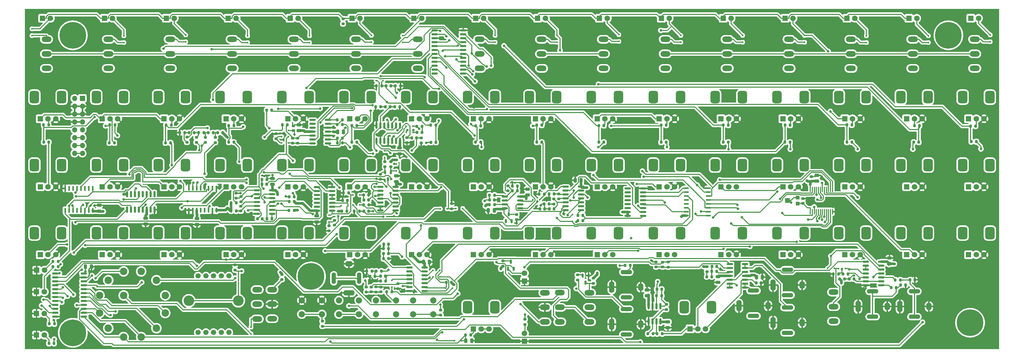
<source format=gbr>
%TF.GenerationSoftware,KiCad,Pcbnew,7.0.9*%
%TF.CreationDate,2023-12-27T10:42:17-06:00*%
%TF.ProjectId,SoundLab16StepSequencer,536f756e-644c-4616-9231-365374657053,rev?*%
%TF.SameCoordinates,Original*%
%TF.FileFunction,Copper,L1,Top*%
%TF.FilePolarity,Positive*%
%FSLAX46Y46*%
G04 Gerber Fmt 4.6, Leading zero omitted, Abs format (unit mm)*
G04 Created by KiCad (PCBNEW 7.0.9) date 2023-12-27 10:42:17*
%MOMM*%
%LPD*%
G01*
G04 APERTURE LIST*
G04 Aperture macros list*
%AMRoundRect*
0 Rectangle with rounded corners*
0 $1 Rounding radius*
0 $2 $3 $4 $5 $6 $7 $8 $9 X,Y pos of 4 corners*
0 Add a 4 corners polygon primitive as box body*
4,1,4,$2,$3,$4,$5,$6,$7,$8,$9,$2,$3,0*
0 Add four circle primitives for the rounded corners*
1,1,$1+$1,$2,$3*
1,1,$1+$1,$4,$5*
1,1,$1+$1,$6,$7*
1,1,$1+$1,$8,$9*
0 Add four rect primitives between the rounded corners*
20,1,$1+$1,$2,$3,$4,$5,0*
20,1,$1+$1,$4,$5,$6,$7,0*
20,1,$1+$1,$6,$7,$8,$9,0*
20,1,$1+$1,$8,$9,$2,$3,0*%
G04 Aperture macros list end*
%TA.AperFunction,ComponentPad*%
%ADD10C,8.600000*%
%TD*%
%TA.AperFunction,ComponentPad*%
%ADD11O,1.750000X3.700000*%
%TD*%
%TA.AperFunction,ComponentPad*%
%ADD12O,1.750000X2.500000*%
%TD*%
%TA.AperFunction,ComponentPad*%
%ADD13O,3.700000X1.400000*%
%TD*%
%TA.AperFunction,ComponentPad*%
%ADD14O,3.700000X1.750000*%
%TD*%
%TA.AperFunction,ComponentPad*%
%ADD15O,2.500000X1.750000*%
%TD*%
%TA.AperFunction,ComponentPad*%
%ADD16O,1.400000X3.700000*%
%TD*%
%TA.AperFunction,ComponentPad*%
%ADD17R,1.800000X1.800000*%
%TD*%
%TA.AperFunction,ComponentPad*%
%ADD18C,1.800000*%
%TD*%
%TA.AperFunction,ComponentPad*%
%ADD19RoundRect,0.750000X0.750000X-1.250000X0.750000X1.250000X-0.750000X1.250000X-0.750000X-1.250000X0*%
%TD*%
%TA.AperFunction,ComponentPad*%
%ADD20C,2.000000*%
%TD*%
%TA.AperFunction,SMDPad,CuDef*%
%ADD21RoundRect,0.200000X-0.200000X-0.275000X0.200000X-0.275000X0.200000X0.275000X-0.200000X0.275000X0*%
%TD*%
%TA.AperFunction,ComponentPad*%
%ADD22O,3.200000X1.800000*%
%TD*%
%TA.AperFunction,SMDPad,CuDef*%
%ADD23RoundRect,0.200000X0.200000X0.275000X-0.200000X0.275000X-0.200000X-0.275000X0.200000X-0.275000X0*%
%TD*%
%TA.AperFunction,SMDPad,CuDef*%
%ADD24RoundRect,0.200000X0.275000X-0.200000X0.275000X0.200000X-0.275000X0.200000X-0.275000X-0.200000X0*%
%TD*%
%TA.AperFunction,SMDPad,CuDef*%
%ADD25RoundRect,0.225000X0.250000X-0.225000X0.250000X0.225000X-0.250000X0.225000X-0.250000X-0.225000X0*%
%TD*%
%TA.AperFunction,SMDPad,CuDef*%
%ADD26RoundRect,0.125000X-0.125000X-0.125000X0.125000X-0.125000X0.125000X0.125000X-0.125000X0.125000X0*%
%TD*%
%TA.AperFunction,SMDPad,CuDef*%
%ADD27RoundRect,0.125000X0.125000X-0.125000X0.125000X0.125000X-0.125000X0.125000X-0.125000X-0.125000X0*%
%TD*%
%TA.AperFunction,SMDPad,CuDef*%
%ADD28RoundRect,0.150000X-0.150000X0.512500X-0.150000X-0.512500X0.150000X-0.512500X0.150000X0.512500X0*%
%TD*%
%TA.AperFunction,SMDPad,CuDef*%
%ADD29RoundRect,0.225000X-0.250000X0.225000X-0.250000X-0.225000X0.250000X-0.225000X0.250000X0.225000X0*%
%TD*%
%TA.AperFunction,SMDPad,CuDef*%
%ADD30RoundRect,0.200000X-0.275000X0.200000X-0.275000X-0.200000X0.275000X-0.200000X0.275000X0.200000X0*%
%TD*%
%TA.AperFunction,SMDPad,CuDef*%
%ADD31RoundRect,0.150000X0.150000X-0.512500X0.150000X0.512500X-0.150000X0.512500X-0.150000X-0.512500X0*%
%TD*%
%TA.AperFunction,SMDPad,CuDef*%
%ADD32RoundRect,0.250000X0.475000X-0.250000X0.475000X0.250000X-0.475000X0.250000X-0.475000X-0.250000X0*%
%TD*%
%TA.AperFunction,SMDPad,CuDef*%
%ADD33RoundRect,0.250000X-0.250000X-0.475000X0.250000X-0.475000X0.250000X0.475000X-0.250000X0.475000X0*%
%TD*%
%TA.AperFunction,SMDPad,CuDef*%
%ADD34RoundRect,0.250000X0.250000X0.475000X-0.250000X0.475000X-0.250000X-0.475000X0.250000X-0.475000X0*%
%TD*%
%TA.AperFunction,SMDPad,CuDef*%
%ADD35R,0.600000X1.500000*%
%TD*%
%TA.AperFunction,ComponentPad*%
%ADD36C,1.700000*%
%TD*%
%TA.AperFunction,ComponentPad*%
%ADD37C,3.400000*%
%TD*%
%TA.AperFunction,SMDPad,CuDef*%
%ADD38RoundRect,0.125000X0.125000X0.125000X-0.125000X0.125000X-0.125000X-0.125000X0.125000X-0.125000X0*%
%TD*%
%TA.AperFunction,SMDPad,CuDef*%
%ADD39RoundRect,0.225000X0.225000X0.250000X-0.225000X0.250000X-0.225000X-0.250000X0.225000X-0.250000X0*%
%TD*%
%TA.AperFunction,SMDPad,CuDef*%
%ADD40RoundRect,0.150000X-0.825000X-0.150000X0.825000X-0.150000X0.825000X0.150000X-0.825000X0.150000X0*%
%TD*%
%TA.AperFunction,SMDPad,CuDef*%
%ADD41RoundRect,0.250000X-0.475000X0.250000X-0.475000X-0.250000X0.475000X-0.250000X0.475000X0.250000X0*%
%TD*%
%TA.AperFunction,SMDPad,CuDef*%
%ADD42RoundRect,0.225000X-0.225000X-0.250000X0.225000X-0.250000X0.225000X0.250000X-0.225000X0.250000X0*%
%TD*%
%TA.AperFunction,SMDPad,CuDef*%
%ADD43RoundRect,0.125000X-0.125000X0.125000X-0.125000X-0.125000X0.125000X-0.125000X0.125000X0.125000X0*%
%TD*%
%TA.AperFunction,SMDPad,CuDef*%
%ADD44RoundRect,0.150000X-0.875000X-0.150000X0.875000X-0.150000X0.875000X0.150000X-0.875000X0.150000X0*%
%TD*%
%TA.AperFunction,SMDPad,CuDef*%
%ADD45RoundRect,0.150000X0.850000X0.150000X-0.850000X0.150000X-0.850000X-0.150000X0.850000X-0.150000X0*%
%TD*%
%TA.AperFunction,SMDPad,CuDef*%
%ADD46RoundRect,0.150000X0.875000X0.150000X-0.875000X0.150000X-0.875000X-0.150000X0.875000X-0.150000X0*%
%TD*%
%TA.AperFunction,ComponentPad*%
%ADD47C,2.400000*%
%TD*%
%TA.AperFunction,SMDPad,CuDef*%
%ADD48RoundRect,0.150000X-0.150000X0.825000X-0.150000X-0.825000X0.150000X-0.825000X0.150000X0.825000X0*%
%TD*%
%TA.AperFunction,SMDPad,CuDef*%
%ADD49RoundRect,0.150000X0.825000X0.150000X-0.825000X0.150000X-0.825000X-0.150000X0.825000X-0.150000X0*%
%TD*%
%TA.AperFunction,SMDPad,CuDef*%
%ADD50R,0.450000X1.750000*%
%TD*%
%TA.AperFunction,SMDPad,CuDef*%
%ADD51R,1.500000X0.600000*%
%TD*%
%TA.AperFunction,SMDPad,CuDef*%
%ADD52RoundRect,0.150000X0.150000X-0.850000X0.150000X0.850000X-0.150000X0.850000X-0.150000X-0.850000X0*%
%TD*%
%TA.AperFunction,SMDPad,CuDef*%
%ADD53R,1.200000X1.200000*%
%TD*%
%TA.AperFunction,SMDPad,CuDef*%
%ADD54R,1.500000X1.600000*%
%TD*%
%TA.AperFunction,ComponentPad*%
%ADD55R,1.700000X1.700000*%
%TD*%
%TA.AperFunction,ComponentPad*%
%ADD56O,1.700000X1.700000*%
%TD*%
%TA.AperFunction,ViaPad*%
%ADD57C,0.800000*%
%TD*%
%TA.AperFunction,Conductor*%
%ADD58C,0.304800*%
%TD*%
%TA.AperFunction,Conductor*%
%ADD59C,0.812800*%
%TD*%
G04 APERTURE END LIST*
D10*
%TO.P,,1*%
%TO.N,N/C*%
X80000000Y-187250000D03*
%TD*%
D11*
%TO.P,J8,S*%
%TO.N,GNDREF*%
X295300000Y-178500000D03*
D12*
X304700000Y-178500000D03*
D13*
%TO.P,J8,T*%
%TO.N,/SequencerAnalogGenerator/CV1*%
X300000000Y-173600000D03*
X300000000Y-181800000D03*
%TD*%
D11*
%TO.P,J7,S*%
%TO.N,GNDREF*%
X306300000Y-184000000D03*
D12*
X315700000Y-184000000D03*
D13*
%TO.P,J7,T*%
%TO.N,/SequencerAnalogGenerator/CV2*%
X311000000Y-179100000D03*
X311000000Y-187300000D03*
%TD*%
D11*
%TO.P,J6,S*%
%TO.N,GNDREF*%
X306300000Y-171750000D03*
D12*
X315700000Y-171750000D03*
D13*
%TO.P,J6,T*%
%TO.N,/SequencerAnalogGenerator/CV3*%
X311000000Y-166850000D03*
X311000000Y-175050000D03*
%TD*%
D11*
%TO.P,J5,S*%
%TO.N,GNDREF*%
X254200000Y-172500000D03*
D12*
X263600000Y-172500000D03*
D13*
%TO.P,J5,T*%
%TO.N,/VariClock2/Clock_Out*%
X258900000Y-167600000D03*
X258900000Y-175800000D03*
%TD*%
D11*
%TO.P,J4,S*%
%TO.N,GNDREF*%
X333800000Y-178750000D03*
D12*
X343200000Y-178750000D03*
D13*
%TO.P,J4,T*%
%TO.N,/SequencerInput/Gate*%
X338500000Y-173850000D03*
X338500000Y-182050000D03*
%TD*%
D11*
%TO.P,J3,S*%
%TO.N,GNDREF*%
X347300000Y-178750000D03*
D12*
X356700000Y-178750000D03*
D13*
%TO.P,J3,T*%
%TO.N,/SequencerInput/Trig*%
X352000000Y-173850000D03*
X352000000Y-182050000D03*
%TD*%
D11*
%TO.P,J2,S*%
%TO.N,GNDREF*%
X254200000Y-184500000D03*
D12*
X263600000Y-184500000D03*
D13*
%TO.P,J2,T*%
%TO.N,/VariClock2/EXT_CLK_Input*%
X258900000Y-179600000D03*
X258900000Y-187800000D03*
%TD*%
D14*
%TO.P,J1,S*%
%TO.N,GNDREF*%
X169250000Y-174325000D03*
D15*
X169250000Y-164925000D03*
D16*
%TO.P,J1,T*%
%TO.N,/SequencerClocking/XSTP*%
X164350000Y-169625000D03*
X172550000Y-169625000D03*
%TD*%
D10*
%TO.P,H4,1*%
%TO.N,N/C*%
X157000000Y-169000000D03*
%TD*%
%TO.P,H3,1*%
%TO.N,N/C*%
X370000000Y-184000000D03*
%TD*%
%TO.P,H2,1*%
%TO.N,N/C*%
X363000000Y-91000000D03*
%TD*%
%TO.P,H1,1*%
%TO.N,N/C*%
X80000000Y-91000000D03*
%TD*%
D17*
%TO.P,RV43,1,1*%
%TO.N,+12V*%
X309500000Y-162000000D03*
D18*
%TO.P,RV43,2,2*%
%TO.N,Net-(U13-I12)*%
X312000000Y-162000000D03*
%TO.P,RV43,3,3*%
%TO.N,GNDREF*%
X314500000Y-162000000D03*
D19*
%TO.P,RV43,MP*%
%TO.N,N/C*%
X307600000Y-155000000D03*
X316400000Y-155000000D03*
%TD*%
D20*
%TO.P,SW20,1,1*%
%TO.N,+12V*%
X190000000Y-176750000D03*
X196500000Y-176750000D03*
%TO.P,SW20,2,2*%
%TO.N,Net-(R82-Pad1)*%
X190000000Y-181250000D03*
X196500000Y-181250000D03*
%TD*%
D21*
%TO.P,R68,1*%
%TO.N,Net-(U12-I5)*%
X170175000Y-125600000D03*
%TO.P,R68,2*%
%TO.N,Net-(R68-Pad2)*%
X171825000Y-125600000D03*
%TD*%
D22*
%TO.P,SW8,1,A*%
%TO.N,Net-(D22-K)*%
X151500000Y-92300000D03*
%TO.P,SW8,2,B*%
%TO.N,GB*%
X151500000Y-97000000D03*
%TO.P,SW8,3*%
%TO.N,N/C*%
X151500000Y-101700000D03*
%TD*%
D23*
%TO.P,R61,1*%
%TO.N,Net-(R61-Pad1)*%
X132050000Y-120200000D03*
%TO.P,R61,2*%
%TO.N,Net-(U12-I3)*%
X130400000Y-120200000D03*
%TD*%
D17*
%TO.P,RV22,1,1*%
%TO.N,Net-(RV10-Pad1)*%
X289500000Y-118000000D03*
D18*
%TO.P,RV22,2,2*%
%TO.N,Net-(R67-Pad1)*%
X292000000Y-118000000D03*
%TO.P,RV22,3,3*%
%TO.N,GNDREF*%
X294500000Y-118000000D03*
D19*
%TO.P,RV22,MP*%
%TO.N,N/C*%
X287600000Y-111000000D03*
X296400000Y-111000000D03*
%TD*%
D17*
%TO.P,RV33,1,1*%
%TO.N,Net-(C32-Pad2)*%
X209500000Y-140000000D03*
D18*
%TO.P,RV33,2,2*%
%TO.N,Net-(R76-Pad2)*%
X212000000Y-140000000D03*
%TO.P,RV33,3,3*%
%TO.N,GNDREF*%
X214500000Y-140000000D03*
D19*
%TO.P,RV33,MP*%
%TO.N,N/C*%
X207600000Y-133000000D03*
X216400000Y-133000000D03*
%TD*%
D22*
%TO.P,SW2,1,A*%
%TO.N,Net-(D1-K)*%
X139600000Y-182770000D03*
%TO.P,SW2,2,B*%
%TO.N,Net-(SW1-Pad4)*%
X139600000Y-178000000D03*
%TO.P,SW2,3,C*%
%TO.N,unconnected-(SW2-C-Pad3)*%
X139600000Y-173300000D03*
%TO.P,SW2,4,A*%
%TO.N,unconnected-(SW2-A-Pad4)*%
X144400000Y-182700000D03*
%TO.P,SW2,5,B*%
%TO.N,GNDREF*%
X144400000Y-178000000D03*
%TO.P,SW2,6,C*%
%TO.N,/SequencerClocking/RND*%
X144400000Y-173300000D03*
%TD*%
D21*
%TO.P,R117,1*%
%TO.N,GNDREF*%
X230750000Y-142425000D03*
%TO.P,R117,2*%
%TO.N,Net-(D60-K)*%
X232400000Y-142425000D03*
%TD*%
D20*
%TO.P,SW22,1,1*%
%TO.N,+12V*%
X166000000Y-176750000D03*
X172500000Y-176750000D03*
%TO.P,SW22,2,2*%
%TO.N,Net-(R80-Pad2)*%
X166000000Y-181250000D03*
X172500000Y-181250000D03*
%TD*%
D24*
%TO.P,R118,1*%
%TO.N,Net-(U19-CLK)*%
X237050000Y-143950000D03*
%TO.P,R118,2*%
%TO.N,Net-(C66-Pad2)*%
X237050000Y-142300000D03*
%TD*%
D21*
%TO.P,R5,1*%
%TO.N,Net-(R5-Pad1)*%
X344475000Y-172675000D03*
%TO.P,R5,2*%
%TO.N,/SequencerInput/Gate*%
X346125000Y-172675000D03*
%TD*%
D25*
%TO.P,C27,1*%
%TO.N,/VariClock1/DV*%
X315975000Y-145375000D03*
%TO.P,C27,2*%
%TO.N,GNDREF*%
X315975000Y-143825000D03*
%TD*%
D21*
%TO.P,R30,1*%
%TO.N,Net-(D44-A)*%
X73575000Y-164175000D03*
%TO.P,R30,2*%
%TO.N,Net-(U9-P3)*%
X75225000Y-164175000D03*
%TD*%
D17*
%TO.P,D45,1,K*%
%TO.N,GNDREF*%
X68275000Y-174000000D03*
D18*
%TO.P,D45,2,A*%
%TO.N,Net-(D45-A)*%
X70815000Y-174000000D03*
%TD*%
D26*
%TO.P,D50,1,K*%
%TO.N,Net-(D50-K)*%
X187725000Y-120400000D03*
%TO.P,D50,2,A*%
%TO.N,Net-(D50-A)*%
X189925000Y-120400000D03*
%TD*%
D27*
%TO.P,D25,1,K*%
%TO.N,Net-(D25-K)*%
X216500000Y-93250000D03*
%TO.P,D25,2,A*%
%TO.N,/SequencerInput/Q7*%
X216500000Y-91050000D03*
%TD*%
D28*
%TO.P,Q2,1,E*%
%TO.N,GNDREF*%
X246675000Y-168762500D03*
%TO.P,Q2,2,B*%
%TO.N,Net-(Q2-B)*%
X244775000Y-168762500D03*
%TO.P,Q2,3,C*%
%TO.N,Net-(Q2-C)*%
X245725000Y-171037500D03*
%TD*%
D23*
%TO.P,R67,1*%
%TO.N,Net-(R67-Pad1)*%
X291850000Y-120090000D03*
%TO.P,R67,2*%
%TO.N,Net-(U12-I11)*%
X290200000Y-120090000D03*
%TD*%
D17*
%TO.P,RV5,1,1*%
%TO.N,Net-(RV10-Pad1)*%
X369500000Y-118000000D03*
D18*
%TO.P,RV5,2,2*%
%TO.N,Net-(R51-Pad1)*%
X372000000Y-118000000D03*
%TO.P,RV5,3,3*%
%TO.N,GNDREF*%
X374500000Y-118000000D03*
D19*
%TO.P,RV5,MP*%
%TO.N,N/C*%
X367600000Y-111000000D03*
X376400000Y-111000000D03*
%TD*%
D29*
%TO.P,C40,1*%
%TO.N,GNDREF*%
X318700000Y-136700000D03*
%TO.P,C40,2*%
%TO.N,+12V*%
X318700000Y-138250000D03*
%TD*%
D27*
%TO.P,D22,1,K*%
%TO.N,Net-(D22-K)*%
X156500000Y-93350000D03*
%TO.P,D22,2,A*%
%TO.N,/SequencerInput/Q4*%
X156500000Y-91150000D03*
%TD*%
D22*
%TO.P,SW11,1,A*%
%TO.N,Net-(D25-K)*%
X211500000Y-92300000D03*
%TO.P,SW11,2,B*%
%TO.N,GB*%
X211500000Y-97000000D03*
%TO.P,SW11,3*%
%TO.N,N/C*%
X211500000Y-101700000D03*
%TD*%
D30*
%TO.P,R15,1*%
%TO.N,Net-(R14-Pad1)*%
X126035000Y-124060000D03*
%TO.P,R15,2*%
%TO.N,Net-(U6-Q3)*%
X126035000Y-125710000D03*
%TD*%
D31*
%TO.P,Q1,1,E*%
%TO.N,unconnected-(Q1-E-Pad1)*%
X219950000Y-151162500D03*
%TO.P,Q1,2,B*%
%TO.N,-12V*%
X221850000Y-151162500D03*
%TO.P,Q1,3,C*%
%TO.N,Net-(Q1-C)*%
X220900000Y-148887500D03*
%TD*%
D22*
%TO.P,SW9,1,A*%
%TO.N,Net-(D23-K)*%
X171500000Y-92300000D03*
%TO.P,SW9,2,B*%
%TO.N,GB*%
X171500000Y-97000000D03*
%TO.P,SW9,3*%
%TO.N,N/C*%
X171500000Y-101700000D03*
%TD*%
D21*
%TO.P,R62,1*%
%TO.N,Net-(U12-I12)*%
X310175000Y-120090000D03*
%TO.P,R62,2*%
%TO.N,Net-(R62-Pad2)*%
X311825000Y-120090000D03*
%TD*%
D30*
%TO.P,R29,1*%
%TO.N,GNDREF*%
X145675000Y-122850000D03*
%TO.P,R29,2*%
%TO.N,Net-(D40-K)*%
X145675000Y-124500000D03*
%TD*%
D17*
%TO.P,RV45,1,1*%
%TO.N,+12V*%
X289500000Y-162000000D03*
D18*
%TO.P,RV45,2,2*%
%TO.N,Net-(U13-I11)*%
X292000000Y-162000000D03*
%TO.P,RV45,3,3*%
%TO.N,GNDREF*%
X294500000Y-162000000D03*
D19*
%TO.P,RV45,MP*%
%TO.N,N/C*%
X287600000Y-155000000D03*
X296400000Y-155000000D03*
%TD*%
D17*
%TO.P,RV11,1,1*%
%TO.N,Net-(RV10-Pad1)*%
X349500000Y-140000000D03*
D18*
%TO.P,RV11,2,2*%
%TO.N,Net-(R55-Pad2)*%
X352000000Y-140000000D03*
%TO.P,RV11,3,3*%
%TO.N,GNDREF*%
X354500000Y-140000000D03*
D19*
%TO.P,RV11,MP*%
%TO.N,N/C*%
X347600000Y-133000000D03*
X356400000Y-133000000D03*
%TD*%
D23*
%TO.P,R120,1*%
%TO.N,Net-(U4B-S)*%
X172625000Y-147950000D03*
%TO.P,R120,2*%
%TO.N,GNDREF*%
X170975000Y-147950000D03*
%TD*%
%TO.P,R11,1*%
%TO.N,+12V*%
X151575000Y-144750000D03*
%TO.P,R11,2*%
%TO.N,Net-(C12-Pad1)*%
X149925000Y-144750000D03*
%TD*%
D32*
%TO.P,C4,1*%
%TO.N,+12V*%
X144500000Y-139200000D03*
%TO.P,C4,2*%
%TO.N,GNDREF*%
X144500000Y-137300000D03*
%TD*%
D33*
%TO.P,C21,1*%
%TO.N,GNDREF*%
X214300000Y-147625000D03*
%TO.P,C21,2*%
%TO.N,-12V*%
X216200000Y-147625000D03*
%TD*%
D21*
%TO.P,R79,1*%
%TO.N,Net-(U12-I8)*%
X229950000Y-125600000D03*
%TO.P,R79,2*%
%TO.N,Net-(R79-Pad2)*%
X231600000Y-125600000D03*
%TD*%
D34*
%TO.P,C29,1*%
%TO.N,GNDREF*%
X302875000Y-169275000D03*
%TO.P,C29,2*%
%TO.N,-12V*%
X300975000Y-169275000D03*
%TD*%
D21*
%TO.P,R32,1*%
%TO.N,Net-(D46-A)*%
X72400000Y-184325000D03*
%TO.P,R32,2*%
%TO.N,Net-(U9-P1)*%
X74050000Y-184325000D03*
%TD*%
D20*
%TO.P,SW21,1,1*%
%TO.N,+12V*%
X178000000Y-176750000D03*
X184500000Y-176750000D03*
%TO.P,SW21,2,2*%
%TO.N,Net-(R83-Pad1)*%
X178000000Y-181250000D03*
X184500000Y-181250000D03*
%TD*%
D23*
%TO.P,R77,1*%
%TO.N,Net-(R77-Pad1)*%
X211850000Y-120290000D03*
%TO.P,R77,2*%
%TO.N,Net-(U12-I7)*%
X210200000Y-120290000D03*
%TD*%
D26*
%TO.P,D54,1,K*%
%TO.N,/SequencerClocking/CLR*%
X178075000Y-105625000D03*
%TO.P,D54,2,A*%
%TO.N,Net-(D54-A)*%
X180275000Y-105625000D03*
%TD*%
D17*
%TO.P,RV38,1,1*%
%TO.N,+12V*%
X89500000Y-162000000D03*
D18*
%TO.P,RV38,2,2*%
%TO.N,Net-(U13-I1)*%
X92000000Y-162000000D03*
%TO.P,RV38,3,3*%
%TO.N,GNDREF*%
X94500000Y-162000000D03*
D19*
%TO.P,RV38,MP*%
%TO.N,N/C*%
X87600000Y-155000000D03*
X96400000Y-155000000D03*
%TD*%
D22*
%TO.P,SW19,1,A*%
%TO.N,Net-(D33-K)*%
X371500000Y-92300000D03*
%TO.P,SW19,2,B*%
%TO.N,GB*%
X371500000Y-97000000D03*
%TO.P,SW19,3*%
%TO.N,N/C*%
X371500000Y-101700000D03*
%TD*%
%TO.P,SW26,1,A*%
%TO.N,/SequencerInput/SBV2*%
X325900000Y-174100000D03*
%TO.P,SW26,2,B*%
%TO.N,/SequencerInput/SBV1*%
X325900000Y-178800000D03*
%TO.P,SW26,3,C*%
%TO.N,Net-(D62-A)*%
X325900000Y-183500000D03*
%TD*%
D35*
%TO.P,U9,1,P1*%
%TO.N,Net-(U9-P1)*%
X86400000Y-140525000D03*
%TO.P,U9,2,Q1*%
%TO.N,unconnected-(U9-Q1-Pad2)*%
X85130000Y-140525000D03*
%TO.P,U9,3,Q0*%
%TO.N,unconnected-(U9-Q0-Pad3)*%
X83860000Y-140525000D03*
%TO.P,U9,4,DOWN*%
%TO.N,/VariClock1/CLK*%
X82590000Y-140525000D03*
%TO.P,U9,5,UP*%
%TO.N,+12V*%
X81320000Y-140525000D03*
%TO.P,U9,6,Q2*%
%TO.N,unconnected-(U9-Q2-Pad6)*%
X80050000Y-140525000D03*
%TO.P,U9,7,Q3*%
%TO.N,unconnected-(U9-Q3-Pad7)*%
X78780000Y-140525000D03*
%TO.P,U9,8,VSS*%
%TO.N,GNDREF*%
X77510000Y-140525000D03*
%TO.P,U9,9,P3*%
%TO.N,Net-(U9-P3)*%
X77510000Y-147625000D03*
%TO.P,U9,10,P2*%
%TO.N,Net-(U9-P2)*%
X78780000Y-147625000D03*
%TO.P,U9,11,LOAD*%
%TO.N,Net-(U9-LOAD)*%
X80050000Y-147625000D03*
%TO.P,U9,12,CO*%
%TO.N,unconnected-(U9-CO-Pad12)*%
X81320000Y-147625000D03*
%TO.P,U9,13,BO*%
%TO.N,/VariClock1/CLR*%
X82590000Y-147625000D03*
%TO.P,U9,14,MR*%
%TO.N,GNDREF*%
X83860000Y-147625000D03*
%TO.P,U9,15,P0*%
%TO.N,Net-(U9-P0)*%
X85130000Y-147625000D03*
%TO.P,U9,16,VDD*%
%TO.N,+12V*%
X86400000Y-147625000D03*
%TD*%
D25*
%TO.P,C32,1*%
%TO.N,Net-(U11A--)*%
X270625000Y-165935000D03*
%TO.P,C32,2*%
%TO.N,Net-(C32-Pad2)*%
X270625000Y-164385000D03*
%TD*%
D36*
%TO.P,SW1,1,1*%
%TO.N,unconnected-(SW1-Pad1)*%
X130500000Y-187150000D03*
%TO.P,SW1,2,2*%
%TO.N,/SequencerClocking/STP*%
X128000000Y-187150000D03*
D37*
%TO.P,SW1,3,3*%
%TO.N,/SequencerClocking/CLR*%
X117500000Y-176900000D03*
D36*
X125500000Y-187150000D03*
D37*
X133500000Y-176900000D03*
D36*
%TO.P,SW1,4,4*%
%TO.N,Net-(SW1-Pad4)*%
X123000000Y-187150000D03*
%TO.P,SW1,5,5*%
%TO.N,/SequencerClocking/REV*%
X120500000Y-187150000D03*
%TO.P,SW1,6*%
%TO.N,N/C*%
X120500000Y-168850000D03*
%TO.P,SW1,7*%
X123000000Y-168850000D03*
%TO.P,SW1,8*%
X125500000Y-168850000D03*
%TO.P,SW1,9*%
X128000000Y-168850000D03*
%TO.P,SW1,10*%
X130500000Y-168850000D03*
%TD*%
D21*
%TO.P,R34,1*%
%TO.N,Net-(D47-A)*%
X72300000Y-190675000D03*
%TO.P,R34,2*%
%TO.N,Net-(U9-P0)*%
X73950000Y-190675000D03*
%TD*%
D17*
%TO.P,RV26,1,1*%
%TO.N,Net-(RV10-Pad1)*%
X269500000Y-118000000D03*
D18*
%TO.P,RV26,2,2*%
%TO.N,Net-(R70-Pad2)*%
X272000000Y-118000000D03*
%TO.P,RV26,3,3*%
%TO.N,GNDREF*%
X274500000Y-118000000D03*
D19*
%TO.P,RV26,MP*%
%TO.N,N/C*%
X267600000Y-111000000D03*
X276400000Y-111000000D03*
%TD*%
D28*
%TO.P,Q3,1,E*%
%TO.N,Net-(D62-K)*%
X182825000Y-135312500D03*
%TO.P,Q3,2,B*%
%TO.N,Net-(Q3-B)*%
X180925000Y-135312500D03*
%TO.P,Q3,3,C*%
%TO.N,/VariClock2/Q2*%
X181875000Y-137587500D03*
%TD*%
D23*
%TO.P,R13,1*%
%TO.N,+12V*%
X151525000Y-147700000D03*
%TO.P,R13,2*%
%TO.N,Net-(C14-Pad1)*%
X149875000Y-147700000D03*
%TD*%
D22*
%TO.P,SW13,1,A*%
%TO.N,Net-(D27-K)*%
X251500000Y-92300000D03*
%TO.P,SW13,2,B*%
%TO.N,GB*%
X251500000Y-97000000D03*
%TO.P,SW13,3*%
%TO.N,N/C*%
X251500000Y-101700000D03*
%TD*%
D21*
%TO.P,R4,1*%
%TO.N,+12V*%
X327800000Y-169825000D03*
%TO.P,R4,2*%
%TO.N,Net-(C7-Pad2)*%
X329450000Y-169825000D03*
%TD*%
D17*
%TO.P,D14,1,K*%
%TO.N,Net-(D10-K)*%
X190225000Y-85500000D03*
D18*
%TO.P,D14,2,A*%
%TO.N,/SequencerInput/Q6*%
X192765000Y-85500000D03*
%TD*%
D23*
%TO.P,R72,1*%
%TO.N,Net-(U12-I6)*%
X197325000Y-120075000D03*
%TO.P,R72,2*%
%TO.N,Net-(R72-Pad2)*%
X195675000Y-120075000D03*
%TD*%
%TO.P,R51,1*%
%TO.N,Net-(R51-Pad1)*%
X371800000Y-120400000D03*
%TO.P,R51,2*%
%TO.N,Net-(U12-I15)*%
X370150000Y-120400000D03*
%TD*%
D17*
%TO.P,RV20,1,1*%
%TO.N,Net-(C32-Pad2)*%
X149500000Y-118000000D03*
D18*
%TO.P,RV20,2,2*%
%TO.N,Net-(R64-Pad2)*%
X152000000Y-118000000D03*
%TO.P,RV20,3,3*%
%TO.N,GNDREF*%
X154500000Y-118000000D03*
D19*
%TO.P,RV20,MP*%
%TO.N,N/C*%
X147600000Y-111000000D03*
X156400000Y-111000000D03*
%TD*%
D27*
%TO.P,D32,1,K*%
%TO.N,Net-(D32-K)*%
X356500000Y-93350000D03*
%TO.P,D32,2,A*%
%TO.N,/SequencerInput/Q14*%
X356500000Y-91150000D03*
%TD*%
D30*
%TO.P,R18,1*%
%TO.N,Net-(R17-Pad1)*%
X122835000Y-124010000D03*
%TO.P,R18,2*%
%TO.N,Net-(U6-Q2)*%
X122835000Y-125660000D03*
%TD*%
D26*
%TO.P,D51,1,K*%
%TO.N,Net-(D51-K)*%
X187745000Y-122400000D03*
%TO.P,D51,2,A*%
%TO.N,Net-(D51-A)*%
X189945000Y-122400000D03*
%TD*%
D23*
%TO.P,R90,1*%
%TO.N,GNDREF*%
X182050000Y-163275000D03*
%TO.P,R90,2*%
%TO.N,Net-(C46-Pad2)*%
X180400000Y-163275000D03*
%TD*%
D27*
%TO.P,D28,1,K*%
%TO.N,Net-(D28-K)*%
X276500000Y-93250000D03*
%TO.P,D28,2,A*%
%TO.N,/SequencerInput/Q10*%
X276500000Y-91050000D03*
%TD*%
D30*
%TO.P,R81,1*%
%TO.N,GNDREF*%
X202450000Y-145475000D03*
%TO.P,R81,2*%
%TO.N,Net-(D48-K)*%
X202450000Y-147125000D03*
%TD*%
D21*
%TO.P,R127,1*%
%TO.N,Net-(R127-Pad1)*%
X258500000Y-165425000D03*
%TO.P,R127,2*%
%TO.N,/VariClock2/Clock_Out*%
X260150000Y-165425000D03*
%TD*%
D23*
%TO.P,R73,1*%
%TO.N,Net-(U12-I6)*%
X197375000Y-125625000D03*
%TO.P,R73,2*%
%TO.N,Net-(R73-Pad2)*%
X195725000Y-125625000D03*
%TD*%
D38*
%TO.P,D49,1,K*%
%TO.N,Net-(D48-K)*%
X200975000Y-147150000D03*
%TO.P,D49,2,A*%
%TO.N,/SequencerClocking/FWD*%
X198775000Y-147150000D03*
%TD*%
D17*
%TO.P,RV12,1,1*%
%TO.N,Net-(C32-Pad2)*%
X109500000Y-118000000D03*
D18*
%TO.P,RV12,2,2*%
%TO.N,Net-(R56-Pad2)*%
X112000000Y-118000000D03*
%TO.P,RV12,3,3*%
%TO.N,GNDREF*%
X114500000Y-118000000D03*
D19*
%TO.P,RV12,MP*%
%TO.N,N/C*%
X107600000Y-111000000D03*
X116400000Y-111000000D03*
%TD*%
D24*
%TO.P,R8,1*%
%TO.N,GNDREF*%
X162775000Y-154275000D03*
%TO.P,R8,2*%
%TO.N,Net-(D37-A)*%
X162775000Y-152625000D03*
%TD*%
D23*
%TO.P,R24,1*%
%TO.N,Net-(U7B-+)*%
X149350000Y-119975000D03*
%TO.P,R24,2*%
%TO.N,Net-(D41-K)*%
X147700000Y-119975000D03*
%TD*%
D22*
%TO.P,SW16,1,A*%
%TO.N,Net-(D30-K)*%
X311500000Y-92300000D03*
%TO.P,SW16,2,B*%
%TO.N,GB*%
X311500000Y-97000000D03*
%TO.P,SW16,3*%
%TO.N,N/C*%
X311500000Y-101700000D03*
%TD*%
%TO.P,SW15,1,A*%
%TO.N,Net-(D29-K)*%
X291500000Y-92300000D03*
%TO.P,SW15,2,B*%
%TO.N,GB*%
X291500000Y-97000000D03*
%TO.P,SW15,3*%
%TO.N,N/C*%
X291500000Y-101700000D03*
%TD*%
D39*
%TO.P,C43,1*%
%TO.N,Net-(C43-Pad1)*%
X177600000Y-168975000D03*
%TO.P,C43,2*%
%TO.N,GNDREF*%
X176050000Y-168975000D03*
%TD*%
D17*
%TO.P,RV47,1,1*%
%TO.N,+12V*%
X269500000Y-162000000D03*
D18*
%TO.P,RV47,2,2*%
%TO.N,Net-(U13-I10)*%
X272000000Y-162000000D03*
%TO.P,RV47,3,3*%
%TO.N,GNDREF*%
X274500000Y-162000000D03*
D19*
%TO.P,RV47,MP*%
%TO.N,N/C*%
X267600000Y-155000000D03*
X276400000Y-155000000D03*
%TD*%
D26*
%TO.P,D35,1,K*%
%TO.N,/SequencerClocking/UP*%
X323925000Y-166400000D03*
%TO.P,D35,2,A*%
%TO.N,/SequencerInput/SBV1*%
X326125000Y-166400000D03*
%TD*%
D40*
%TO.P,U16,1*%
%TO.N,Net-(D60-K)*%
X239300000Y-139990000D03*
%TO.P,U16,2*%
%TO.N,Net-(U19-DATA)*%
X239300000Y-141260000D03*
%TO.P,U16,3*%
%TO.N,Net-(C66-Pad2)*%
X239300000Y-142530000D03*
%TO.P,U16,4*%
%TO.N,Net-(U19-CLK)*%
X239300000Y-143800000D03*
%TO.P,U16,5*%
%TO.N,Net-(C58-Pad1)*%
X239300000Y-145070000D03*
%TO.P,U16,6*%
%TO.N,/SequencerClocking/RST*%
X239300000Y-146340000D03*
%TO.P,U16,7,VSS*%
%TO.N,GNDREF*%
X239300000Y-147610000D03*
%TO.P,U16,8*%
%TO.N,Net-(C67-Pad2)*%
X244250000Y-147610000D03*
%TO.P,U16,9*%
%TO.N,/SequencerRandomGenerator/CLK*%
X244250000Y-146340000D03*
%TO.P,U16,10*%
%TO.N,Net-(R123-Pad1)*%
X244250000Y-145070000D03*
%TO.P,U16,11*%
%TO.N,/VariClock1/QCK*%
X244250000Y-143800000D03*
%TO.P,U16,12*%
%TO.N,Net-(R127-Pad1)*%
X244250000Y-142530000D03*
%TO.P,U16,13*%
%TO.N,Net-(SW25-B)*%
X244250000Y-141260000D03*
%TO.P,U16,14,VDD*%
%TO.N,+12V*%
X244250000Y-139990000D03*
%TD*%
D23*
%TO.P,R108,1*%
%TO.N,Net-(R108-Pad1)*%
X233950000Y-145570000D03*
%TO.P,R108,2*%
%TO.N,Net-(C57-Pad1)*%
X232300000Y-145570000D03*
%TD*%
D27*
%TO.P,D58,1,K*%
%TO.N,/SequencerClocking/CLR*%
X241475000Y-151250000D03*
%TO.P,D58,2,A*%
%TO.N,/SequencerClocking/RST*%
X241475000Y-149050000D03*
%TD*%
D21*
%TO.P,R116,1*%
%TO.N,Net-(U18B--)*%
X214650000Y-142725000D03*
%TO.P,R116,2*%
%TO.N,Net-(R114-Pad1)*%
X216300000Y-142725000D03*
%TD*%
D35*
%TO.P,U6,1,P1*%
%TO.N,GNDREF*%
X126375000Y-140475000D03*
%TO.P,U6,2,Q1*%
%TO.N,Net-(U6-Q1)*%
X125105000Y-140475000D03*
%TO.P,U6,3,Q0*%
%TO.N,Net-(U6-Q0)*%
X123835000Y-140475000D03*
%TO.P,U6,4,DOWN*%
%TO.N,+12V*%
X122565000Y-140475000D03*
%TO.P,U6,5,UP*%
%TO.N,Net-(D41-K)*%
X121295000Y-140475000D03*
%TO.P,U6,6,Q2*%
%TO.N,Net-(U6-Q2)*%
X120025000Y-140475000D03*
%TO.P,U6,7,Q3*%
%TO.N,Net-(U6-Q3)*%
X118755000Y-140475000D03*
%TO.P,U6,8,VSS*%
%TO.N,GNDREF*%
X117485000Y-140475000D03*
%TO.P,U6,9,P3*%
X117485000Y-147575000D03*
%TO.P,U6,10,P2*%
X118755000Y-147575000D03*
%TO.P,U6,11,LOAD*%
%TO.N,+12V*%
X120025000Y-147575000D03*
%TO.P,U6,12,CO*%
%TO.N,unconnected-(U6-CO-Pad12)*%
X121295000Y-147575000D03*
%TO.P,U6,13,BO*%
%TO.N,unconnected-(U6-BO-Pad13)*%
X122565000Y-147575000D03*
%TO.P,U6,14,MR*%
%TO.N,Net-(U6-MR)*%
X123835000Y-147575000D03*
%TO.P,U6,15,P0*%
%TO.N,GNDREF*%
X125105000Y-147575000D03*
%TO.P,U6,16,VDD*%
%TO.N,+12V*%
X126375000Y-147575000D03*
%TD*%
D32*
%TO.P,C1,1*%
%TO.N,+12V*%
X343950000Y-164950000D03*
%TO.P,C1,2*%
%TO.N,GNDREF*%
X343950000Y-163050000D03*
%TD*%
D17*
%TO.P,RV42,1,1*%
%TO.N,+12V*%
X129500000Y-162000000D03*
D18*
%TO.P,RV42,2,2*%
%TO.N,Net-(U13-I3)*%
X132000000Y-162000000D03*
%TO.P,RV42,3,3*%
%TO.N,GNDREF*%
X134500000Y-162000000D03*
D19*
%TO.P,RV42,MP*%
%TO.N,N/C*%
X127600000Y-155000000D03*
X136400000Y-155000000D03*
%TD*%
D24*
%TO.P,R121,1*%
%TO.N,Net-(Q2-C)*%
X248275000Y-171250000D03*
%TO.P,R121,2*%
%TO.N,+12V*%
X248275000Y-169600000D03*
%TD*%
D25*
%TO.P,C22,1*%
%TO.N,Net-(C22-Pad1)*%
X134310000Y-147850000D03*
%TO.P,C22,2*%
%TO.N,Net-(C22-Pad2)*%
X134310000Y-146300000D03*
%TD*%
D23*
%TO.P,R58,1*%
%TO.N,Net-(R58-Pad1)*%
X331825000Y-125600000D03*
%TO.P,R58,2*%
%TO.N,Net-(U12-I13)*%
X330175000Y-125600000D03*
%TD*%
D41*
%TO.P,C34,1*%
%TO.N,+12V*%
X272325000Y-183725000D03*
%TO.P,C34,2*%
%TO.N,GNDREF*%
X272325000Y-185625000D03*
%TD*%
D17*
%TO.P,RV8,1,1*%
%TO.N,Net-(C32-Pad2)*%
X89500000Y-118000000D03*
D18*
%TO.P,RV8,2,2*%
%TO.N,Net-(R53-Pad1)*%
X92000000Y-118000000D03*
%TO.P,RV8,3,3*%
%TO.N,GNDREF*%
X94500000Y-118000000D03*
D19*
%TO.P,RV8,MP*%
%TO.N,N/C*%
X87600000Y-111000000D03*
X96400000Y-111000000D03*
%TD*%
D17*
%TO.P,RV25,1,1*%
%TO.N,Net-(C32-Pad2)*%
X169500000Y-140000000D03*
D18*
%TO.P,RV25,2,2*%
%TO.N,Net-(R68-Pad2)*%
X172000000Y-140000000D03*
%TO.P,RV25,3,3*%
%TO.N,GNDREF*%
X174500000Y-140000000D03*
D19*
%TO.P,RV25,MP*%
%TO.N,N/C*%
X167600000Y-133000000D03*
X176400000Y-133000000D03*
%TD*%
D23*
%TO.P,R98,1*%
%TO.N,+12V*%
X202375000Y-170975000D03*
%TO.P,R98,2*%
%TO.N,Net-(D52-A)*%
X200725000Y-170975000D03*
%TD*%
D42*
%TO.P,C66,1*%
%TO.N,GNDREF*%
X233950000Y-142355000D03*
%TO.P,C66,2*%
%TO.N,Net-(C66-Pad2)*%
X235500000Y-142355000D03*
%TD*%
D23*
%TO.P,R36,1*%
%TO.N,Net-(R36-Pad1)*%
X167150000Y-124275000D03*
%TO.P,R36,2*%
%TO.N,Net-(U7C--)*%
X165500000Y-124275000D03*
%TD*%
D21*
%TO.P,R33,1*%
%TO.N,Net-(D42-K)*%
X206950000Y-188000000D03*
%TO.P,R33,2*%
%TO.N,Net-(R33-Pad2)*%
X208600000Y-188000000D03*
%TD*%
%TO.P,R52,1*%
%TO.N,Net-(U12-I1)*%
X91950000Y-120000000D03*
%TO.P,R52,2*%
%TO.N,Net-(R52-Pad2)*%
X93600000Y-120000000D03*
%TD*%
D17*
%TO.P,D61,1,K*%
%TO.N,GNDREF*%
X226000000Y-190000000D03*
D18*
%TO.P,D61,2,A*%
%TO.N,Net-(D61-A)*%
X226000000Y-187460000D03*
%TD*%
D33*
%TO.P,C3,1*%
%TO.N,+12V*%
X84100000Y-165825000D03*
%TO.P,C3,2*%
%TO.N,GNDREF*%
X86000000Y-165825000D03*
%TD*%
D40*
%TO.P,U15,1*%
%TO.N,Net-(C46-Pad2)*%
X188800000Y-166150000D03*
%TO.P,U15,2*%
%TO.N,Net-(D52-K)*%
X188800000Y-167420000D03*
%TO.P,U15,3*%
%TO.N,Net-(C47-Pad2)*%
X188800000Y-168690000D03*
%TO.P,U15,4*%
%TO.N,Net-(D53-K)*%
X188800000Y-169960000D03*
%TO.P,U15,5*%
%TO.N,Net-(C45-Pad2)*%
X188800000Y-171230000D03*
%TO.P,U15,6*%
%TO.N,Net-(U14A-C)*%
X188800000Y-172500000D03*
%TO.P,U15,7,VSS*%
%TO.N,GNDREF*%
X188800000Y-173770000D03*
%TO.P,U15,8*%
%TO.N,Net-(U1-Pad13)*%
X193750000Y-173770000D03*
%TO.P,U15,9*%
%TO.N,Net-(D52-A)*%
X193750000Y-172500000D03*
%TO.P,U15,10*%
%TO.N,Net-(D56-K)*%
X193750000Y-171230000D03*
%TO.P,U15,11*%
%TO.N,Net-(D51-A)*%
X193750000Y-169960000D03*
%TO.P,U15,12*%
%TO.N,Net-(D55-K)*%
X193750000Y-168690000D03*
%TO.P,U15,13*%
%TO.N,Net-(D50-A)*%
X193750000Y-167420000D03*
%TO.P,U15,14,VDD*%
%TO.N,+12V*%
X193750000Y-166150000D03*
%TD*%
D32*
%TO.P,C17,1*%
%TO.N,+12V*%
X88525000Y-147875000D03*
%TO.P,C17,2*%
%TO.N,GNDREF*%
X88525000Y-145975000D03*
%TD*%
D27*
%TO.P,D33,1,K*%
%TO.N,Net-(D33-K)*%
X376500000Y-93100000D03*
%TO.P,D33,2,A*%
%TO.N,/SequencerInput/Q15*%
X376500000Y-90900000D03*
%TD*%
D26*
%TO.P,D48,1,K*%
%TO.N,Net-(D48-K)*%
X203825000Y-147025000D03*
%TO.P,D48,2,A*%
%TO.N,/SequencerClocking/RST*%
X206025000Y-147025000D03*
%TD*%
D24*
%TO.P,R82,1*%
%TO.N,Net-(R82-Pad1)*%
X198900000Y-181550000D03*
%TO.P,R82,2*%
%TO.N,Net-(C42-Pad1)*%
X198900000Y-179900000D03*
%TD*%
D40*
%TO.P,U1,1*%
%TO.N,Net-(D53-A)*%
X336300000Y-164265000D03*
%TO.P,U1,2*%
%TO.N,Net-(U1-Pad2)*%
X336300000Y-165535000D03*
%TO.P,U1,3*%
X336300000Y-166805000D03*
%TO.P,U1,4*%
%TO.N,/SequencerClocking/DN*%
X336300000Y-168075000D03*
%TO.P,U1,5*%
%TO.N,/SequencerInput/SBV2*%
X336300000Y-169345000D03*
%TO.P,U1,6*%
%TO.N,Net-(C7-Pad1)*%
X336300000Y-170615000D03*
%TO.P,U1,7,VSS*%
%TO.N,GNDREF*%
X336300000Y-171885000D03*
%TO.P,U1,8*%
%TO.N,Net-(R5-Pad1)*%
X341250000Y-171885000D03*
%TO.P,U1,9*%
%TO.N,Net-(C7-Pad1)*%
X341250000Y-170615000D03*
%TO.P,U1,10*%
%TO.N,Net-(R6-Pad1)*%
X341250000Y-169345000D03*
%TO.P,U1,11*%
%TO.N,Net-(C7-Pad2)*%
X341250000Y-168075000D03*
%TO.P,U1,12*%
%TO.N,/SequencerClocking/UP*%
X341250000Y-166805000D03*
%TO.P,U1,13*%
%TO.N,Net-(U1-Pad13)*%
X341250000Y-165535000D03*
%TO.P,U1,14,VDD*%
%TO.N,+12V*%
X341250000Y-164265000D03*
%TD*%
D17*
%TO.P,RV23,1,1*%
%TO.N,Net-(RV10-Pad1)*%
X289500000Y-140000000D03*
D18*
%TO.P,RV23,2,2*%
%TO.N,Net-(R66-Pad1)*%
X292000000Y-140000000D03*
%TO.P,RV23,3,3*%
%TO.N,GNDREF*%
X294500000Y-140000000D03*
D19*
%TO.P,RV23,MP*%
%TO.N,N/C*%
X287600000Y-133000000D03*
X296400000Y-133000000D03*
%TD*%
D39*
%TO.P,C14,1*%
%TO.N,Net-(C14-Pad1)*%
X141250000Y-150400000D03*
%TO.P,C14,2*%
%TO.N,Net-(U8-E0)*%
X139700000Y-150400000D03*
%TD*%
D26*
%TO.P,D34,1,K*%
%TO.N,/SequencerInput/SBV1*%
X327450000Y-166425000D03*
%TO.P,D34,2,A*%
%TO.N,/SequencerClocking/DN*%
X329650000Y-166425000D03*
%TD*%
D42*
%TO.P,C68,1*%
%TO.N,Net-(U4B-S)*%
X174050000Y-147950000D03*
%TO.P,C68,2*%
%TO.N,/VariClock1/SET*%
X175600000Y-147950000D03*
%TD*%
D25*
%TO.P,C41,1*%
%TO.N,Net-(C41-Pad1)*%
X179550000Y-173975000D03*
%TO.P,C41,2*%
%TO.N,GNDREF*%
X179550000Y-172425000D03*
%TD*%
D40*
%TO.P,U11,1*%
%TO.N,Net-(C32-Pad2)*%
X292325000Y-165015000D03*
%TO.P,U11,2,-*%
%TO.N,Net-(U11A--)*%
X292325000Y-166285000D03*
%TO.P,U11,3,+*%
%TO.N,Net-(U11A-+)*%
X292325000Y-167555000D03*
%TO.P,U11,4,V+*%
%TO.N,+12V*%
X292325000Y-168825000D03*
%TO.P,U11,5,+*%
%TO.N,Net-(U11B-+)*%
X292325000Y-170095000D03*
%TO.P,U11,6,-*%
%TO.N,/SequencerAnalogGenerator/CV3*%
X292325000Y-171365000D03*
%TO.P,U11,7*%
X292325000Y-172635000D03*
%TO.P,U11,8*%
%TO.N,/SequencerAnalogGenerator/CV1*%
X297275000Y-172635000D03*
%TO.P,U11,9,-*%
X297275000Y-171365000D03*
%TO.P,U11,10,+*%
%TO.N,Net-(U11C-+)*%
X297275000Y-170095000D03*
%TO.P,U11,11,V-*%
%TO.N,-12V*%
X297275000Y-168825000D03*
%TO.P,U11,12,+*%
%TO.N,Net-(U11B-+)*%
X297275000Y-167555000D03*
%TO.P,U11,13,-*%
%TO.N,/SequencerAnalogGenerator/CV2*%
X297275000Y-166285000D03*
%TO.P,U11,14*%
X297275000Y-165015000D03*
%TD*%
D17*
%TO.P,RV37,1,1*%
%TO.N,+12V*%
X369500000Y-162000000D03*
D18*
%TO.P,RV37,2,2*%
%TO.N,Net-(U13-I15)*%
X372000000Y-162000000D03*
%TO.P,RV37,3,3*%
%TO.N,GNDREF*%
X374500000Y-162000000D03*
D19*
%TO.P,RV37,MP*%
%TO.N,N/C*%
X367600000Y-155000000D03*
X376400000Y-155000000D03*
%TD*%
D21*
%TO.P,R38,1*%
%TO.N,Net-(U7B--)*%
X165475000Y-118325000D03*
%TO.P,R38,2*%
%TO.N,Net-(U7D--)*%
X167125000Y-118325000D03*
%TD*%
D17*
%TO.P,D2,1,K*%
%TO.N,Net-(D10-K)*%
X70225000Y-85500000D03*
D18*
%TO.P,D2,2,A*%
%TO.N,/SequencerClocking/FWD*%
X72765000Y-85500000D03*
%TD*%
D17*
%TO.P,D64,1,K*%
%TO.N,GNDREF*%
X226000000Y-170500000D03*
D18*
%TO.P,D64,2,A*%
%TO.N,Net-(D64-A)*%
X226000000Y-167960000D03*
%TD*%
D21*
%TO.P,R65,1*%
%TO.N,Net-(U12-I4)*%
X149925000Y-143225000D03*
%TO.P,R65,2*%
%TO.N,Net-(R65-Pad2)*%
X151575000Y-143225000D03*
%TD*%
D27*
%TO.P,D23,1,K*%
%TO.N,Net-(D23-K)*%
X176500000Y-93200000D03*
%TO.P,D23,2,A*%
%TO.N,/SequencerInput/Q5*%
X176500000Y-91000000D03*
%TD*%
D21*
%TO.P,R9,1*%
%TO.N,Net-(D38-A)*%
X173975000Y-142700000D03*
%TO.P,R9,2*%
%TO.N,GNDREF*%
X175625000Y-142700000D03*
%TD*%
D17*
%TO.P,RV18,1,1*%
%TO.N,Net-(RV10-Pad1)*%
X309500000Y-118000000D03*
D18*
%TO.P,RV18,2,2*%
%TO.N,Net-(R62-Pad2)*%
X312000000Y-118000000D03*
%TO.P,RV18,3,3*%
%TO.N,GNDREF*%
X314500000Y-118000000D03*
D19*
%TO.P,RV18,MP*%
%TO.N,N/C*%
X307600000Y-111000000D03*
X316400000Y-111000000D03*
%TD*%
D26*
%TO.P,D43,1,K*%
%TO.N,Net-(D40-K)*%
X147475000Y-123775000D03*
%TO.P,D43,2,A*%
%TO.N,Net-(D41-A)*%
X149675000Y-123775000D03*
%TD*%
D21*
%TO.P,R97,1*%
%TO.N,GNDREF*%
X178150000Y-107375000D03*
%TO.P,R97,2*%
%TO.N,Net-(D54-A)*%
X179800000Y-107375000D03*
%TD*%
D42*
%TO.P,C33,1*%
%TO.N,Net-(U11C-+)*%
X300900000Y-171100000D03*
%TO.P,C33,2*%
%TO.N,GNDREF*%
X302450000Y-171100000D03*
%TD*%
D43*
%TO.P,D53,1,K*%
%TO.N,Net-(D53-K)*%
X183100000Y-170225000D03*
%TO.P,D53,2,A*%
%TO.N,Net-(D53-A)*%
X183100000Y-172425000D03*
%TD*%
D22*
%TO.P,SW5,1,A*%
%TO.N,Net-(D19-K)*%
X91500000Y-92300000D03*
%TO.P,SW5,2,B*%
%TO.N,GB*%
X91500000Y-97000000D03*
%TO.P,SW5,3*%
%TO.N,N/C*%
X91500000Y-101700000D03*
%TD*%
D21*
%TO.P,R91,1*%
%TO.N,GNDREF*%
X179475000Y-170550000D03*
%TO.P,R91,2*%
%TO.N,Net-(C47-Pad2)*%
X181125000Y-170550000D03*
%TD*%
D44*
%TO.P,U2,24,Vdd*%
%TO.N,+12V*%
X83600000Y-168040000D03*
%TO.P,U2,23,~{EN}*%
%TO.N,GNDREF*%
X83600000Y-169310000D03*
%TO.P,U2,22,A3*%
%TO.N,/SequencerAnalogGenerator/QD*%
X83600000Y-170580000D03*
%TO.P,U2,21,A2*%
%TO.N,/SequencerAnalogGenerator/QC*%
X83600000Y-171850000D03*
%TO.P,U2,20,Q10*%
%TO.N,/SequencerInput/Q10*%
X83600000Y-173120000D03*
%TO.P,U2,19,Q11*%
%TO.N,/SequencerInput/Q11*%
X83600000Y-174390000D03*
%TO.P,U2,18,Q8*%
%TO.N,/SequencerInput/Q8*%
X83600000Y-175660000D03*
%TO.P,U2,17,Q9*%
%TO.N,/SequencerInput/Q9*%
X83600000Y-176930000D03*
%TO.P,U2,16,Q14*%
%TO.N,/SequencerInput/Q14*%
X83600000Y-178200000D03*
%TO.P,U2,15,Q15*%
%TO.N,/SequencerInput/Q15*%
X83600000Y-179470000D03*
%TO.P,U2,14,Q12*%
%TO.N,/SequencerInput/Q12*%
X83600000Y-180740000D03*
%TO.P,U2,13,Q13*%
%TO.N,/SequencerInput/Q13*%
X83600000Y-182010000D03*
%TO.P,U2,12,Vss*%
%TO.N,GNDREF*%
X74300000Y-182010000D03*
%TO.P,U2,11,Q0*%
%TO.N,/SequencerClocking/FWD*%
X74300000Y-180740000D03*
%TO.P,U2,10,Q2*%
%TO.N,Net-(D20-A)*%
X74300000Y-179470000D03*
%TO.P,U2,9,Q1*%
%TO.N,Net-(D19-A)*%
X74300000Y-178200000D03*
%TO.P,U2,8,Q3*%
%TO.N,Net-(D21-A)*%
X74300000Y-176930000D03*
%TO.P,U2,7,Q4*%
%TO.N,/SequencerInput/Q4*%
X74300000Y-175660000D03*
%TO.P,U2,6,Q5*%
%TO.N,/SequencerInput/Q5*%
X74300000Y-174390000D03*
%TO.P,U2,5,Q6*%
%TO.N,/SequencerInput/Q6*%
X74300000Y-173120000D03*
%TO.P,U2,4,Q7*%
%TO.N,/SequencerInput/Q7*%
X74300000Y-171850000D03*
%TO.P,U2,3,A1*%
%TO.N,/SequencerAnalogGenerator/QB*%
X74300000Y-170580000D03*
%TO.P,U2,2,A0*%
%TO.N,/SequencerAnalogGenerator/QA*%
X74300000Y-169310000D03*
%TO.P,U2,1,EL*%
%TO.N,+12V*%
X74300000Y-168040000D03*
%TD*%
D26*
%TO.P,D40,1,K*%
%TO.N,Net-(D40-K)*%
X147475000Y-125775000D03*
%TO.P,D40,2,A*%
%TO.N,Net-(D40-A)*%
X149675000Y-125775000D03*
%TD*%
D42*
%TO.P,C44,1*%
%TO.N,Net-(U14B-R)*%
X189525000Y-124165000D03*
%TO.P,C44,2*%
%TO.N,/SequencerClocking/REV*%
X191075000Y-124165000D03*
%TD*%
D17*
%TO.P,RV9,1,1*%
%TO.N,Net-(C32-Pad2)*%
X89500000Y-140000000D03*
D18*
%TO.P,RV9,2,2*%
%TO.N,Net-(R52-Pad2)*%
X92000000Y-140000000D03*
%TO.P,RV9,3,3*%
%TO.N,GNDREF*%
X94500000Y-140000000D03*
D19*
%TO.P,RV9,MP*%
%TO.N,N/C*%
X87600000Y-133000000D03*
X96400000Y-133000000D03*
%TD*%
D27*
%TO.P,D20,1,K*%
%TO.N,Net-(D20-K)*%
X116500000Y-93100000D03*
%TO.P,D20,2,A*%
%TO.N,Net-(D20-A)*%
X116500000Y-90900000D03*
%TD*%
D23*
%TO.P,R53,1*%
%TO.N,Net-(R53-Pad1)*%
X93450000Y-125800000D03*
%TO.P,R53,2*%
%TO.N,Net-(U12-I1)*%
X91800000Y-125800000D03*
%TD*%
%TO.P,R96,1*%
%TO.N,GNDREF*%
X185670000Y-114170000D03*
%TO.P,R96,2*%
%TO.N,/SequencerClocking/STP*%
X184020000Y-114170000D03*
%TD*%
%TO.P,R83,1*%
%TO.N,Net-(R83-Pad1)*%
X179725000Y-167300000D03*
%TO.P,R83,2*%
%TO.N,Net-(C43-Pad1)*%
X178075000Y-167300000D03*
%TD*%
D24*
%TO.P,R125,1*%
%TO.N,Net-(Q3-B)*%
X180850000Y-133525000D03*
%TO.P,R125,2*%
%TO.N,Net-(D63-K)*%
X180850000Y-131875000D03*
%TD*%
D39*
%TO.P,C9,1*%
%TO.N,GNDREF*%
X352150000Y-170125000D03*
%TO.P,C9,2*%
%TO.N,/SequencerInput/Trig*%
X350600000Y-170125000D03*
%TD*%
D21*
%TO.P,R64,1*%
%TO.N,Net-(U12-I4)*%
X142625000Y-115250000D03*
%TO.P,R64,2*%
%TO.N,Net-(R64-Pad2)*%
X144275000Y-115250000D03*
%TD*%
%TO.P,R114,1*%
%TO.N,Net-(R114-Pad1)*%
X222075000Y-141300000D03*
%TO.P,R114,2*%
%TO.N,Net-(U18A--)*%
X223725000Y-141300000D03*
%TD*%
D17*
%TO.P,D5,1,K*%
%TO.N,Net-(D10-K)*%
X350225000Y-85500000D03*
D18*
%TO.P,D5,2,A*%
%TO.N,/SequencerInput/Q14*%
X352765000Y-85500000D03*
%TD*%
D17*
%TO.P,RV16,1,1*%
%TO.N,Net-(C32-Pad2)*%
X129500000Y-118000000D03*
D18*
%TO.P,RV16,2,2*%
%TO.N,Net-(R61-Pad1)*%
X132000000Y-118000000D03*
%TO.P,RV16,3,3*%
%TO.N,GNDREF*%
X134500000Y-118000000D03*
D19*
%TO.P,RV16,MP*%
%TO.N,N/C*%
X127600000Y-111000000D03*
X136400000Y-111000000D03*
%TD*%
D21*
%TO.P,R87,1*%
%TO.N,GNDREF*%
X175025000Y-167300000D03*
%TO.P,R87,2*%
%TO.N,Net-(C43-Pad1)*%
X176675000Y-167300000D03*
%TD*%
D24*
%TO.P,R88,1*%
%TO.N,GNDREF*%
X187995000Y-125750000D03*
%TO.P,R88,2*%
%TO.N,Net-(U14B-R)*%
X187995000Y-124100000D03*
%TD*%
D17*
%TO.P,D47,1,K*%
%TO.N,GNDREF*%
X68275000Y-188000000D03*
D18*
%TO.P,D47,2,A*%
%TO.N,Net-(D47-A)*%
X70815000Y-188000000D03*
%TD*%
D22*
%TO.P,SW12,1,A*%
%TO.N,Net-(D26-K)*%
X231500000Y-92300000D03*
%TO.P,SW12,2,B*%
%TO.N,GB*%
X231500000Y-97000000D03*
%TO.P,SW12,3*%
%TO.N,N/C*%
X231500000Y-101700000D03*
%TD*%
D27*
%TO.P,D30,1,K*%
%TO.N,Net-(D30-K)*%
X316500000Y-93250000D03*
%TO.P,D30,2,A*%
%TO.N,/SequencerInput/Q12*%
X316500000Y-91050000D03*
%TD*%
D21*
%TO.P,R40,1*%
%TO.N,I{slash}O*%
X268675000Y-175300000D03*
%TO.P,R40,2*%
%TO.N,Net-(C30-Pad2)*%
X270325000Y-175300000D03*
%TD*%
D17*
%TO.P,RV4,1,1*%
%TO.N,Net-(C32-Pad2)*%
X69500000Y-140000000D03*
D18*
%TO.P,RV4,2,2*%
%TO.N,Net-(R49-Pad2)*%
X72000000Y-140000000D03*
%TO.P,RV4,3,3*%
%TO.N,GNDREF*%
X74500000Y-140000000D03*
D19*
%TO.P,RV4,MP*%
%TO.N,N/C*%
X67600000Y-133000000D03*
X76400000Y-133000000D03*
%TD*%
D27*
%TO.P,D27,1,K*%
%TO.N,Net-(D27-K)*%
X256500000Y-93000000D03*
%TO.P,D27,2,A*%
%TO.N,/SequencerInput/Q9*%
X256500000Y-90800000D03*
%TD*%
D17*
%TO.P,D15,1,K*%
%TO.N,Net-(D10-K)*%
X250225000Y-85500000D03*
D18*
%TO.P,D15,2,A*%
%TO.N,/SequencerInput/Q9*%
X252765000Y-85500000D03*
%TD*%
D17*
%TO.P,RV21,1,1*%
%TO.N,Net-(C32-Pad2)*%
X149500000Y-140000000D03*
D18*
%TO.P,RV21,2,2*%
%TO.N,Net-(R65-Pad2)*%
X152000000Y-140000000D03*
%TO.P,RV21,3,3*%
%TO.N,GNDREF*%
X154500000Y-140000000D03*
D19*
%TO.P,RV21,MP*%
%TO.N,N/C*%
X147600000Y-133000000D03*
X156400000Y-133000000D03*
%TD*%
D21*
%TO.P,R20,1*%
%TO.N,+12V*%
X131160000Y-147830000D03*
%TO.P,R20,2*%
%TO.N,Net-(C22-Pad1)*%
X132810000Y-147830000D03*
%TD*%
D38*
%TO.P,D60,1,K*%
%TO.N,Net-(D60-K)*%
X230900000Y-144225000D03*
%TO.P,D60,2,A*%
%TO.N,Net-(D60-A)*%
X228700000Y-144225000D03*
%TD*%
D23*
%TO.P,R28,1*%
%TO.N,GNDREF*%
X142750000Y-137630000D03*
%TO.P,R28,2*%
%TO.N,Net-(C23-Pad1)*%
X141100000Y-137630000D03*
%TD*%
D42*
%TO.P,C11,1*%
%TO.N,Net-(D38-A)*%
X174050000Y-144300000D03*
%TO.P,C11,2*%
%TO.N,/VariClock1/SET*%
X175600000Y-144300000D03*
%TD*%
D23*
%TO.P,R59,1*%
%TO.N,Net-(R59-Pad1)*%
X331825000Y-120000000D03*
%TO.P,R59,2*%
%TO.N,Net-(U12-I13)*%
X330175000Y-120000000D03*
%TD*%
D24*
%TO.P,R104,1*%
%TO.N,/SequencerClocking/RND*%
X147550000Y-170050000D03*
%TO.P,R104,2*%
%TO.N,+12V*%
X147550000Y-168400000D03*
%TD*%
D29*
%TO.P,C10,1*%
%TO.N,Net-(D37-A)*%
X164575000Y-150850000D03*
%TO.P,C10,2*%
%TO.N,/VariClock1/QCK*%
X164575000Y-152400000D03*
%TD*%
D39*
%TO.P,C46,1*%
%TO.N,Net-(C42-Pad1)*%
X182000000Y-161625000D03*
%TO.P,C46,2*%
%TO.N,Net-(C46-Pad2)*%
X180450000Y-161625000D03*
%TD*%
D23*
%TO.P,R50,1*%
%TO.N,Net-(R50-Pad1)*%
X372025000Y-125400000D03*
%TO.P,R50,2*%
%TO.N,Net-(U12-I15)*%
X370375000Y-125400000D03*
%TD*%
D29*
%TO.P,C25,1*%
%TO.N,GNDREF*%
X151275000Y-120325000D03*
%TO.P,C25,2*%
%TO.N,Net-(D41-A)*%
X151275000Y-121875000D03*
%TD*%
D17*
%TO.P,RV17,1,1*%
%TO.N,Net-(C32-Pad2)*%
X129500000Y-140000000D03*
D18*
%TO.P,RV17,2,2*%
%TO.N,Net-(R60-Pad2)*%
X132000000Y-140000000D03*
%TO.P,RV17,3,3*%
%TO.N,GNDREF*%
X134500000Y-140000000D03*
D19*
%TO.P,RV17,MP*%
%TO.N,N/C*%
X127600000Y-133000000D03*
X136400000Y-133000000D03*
%TD*%
D21*
%TO.P,R16,1*%
%TO.N,+12V*%
X166950000Y-147875000D03*
%TO.P,R16,2*%
%TO.N,Net-(D39-A)*%
X168600000Y-147875000D03*
%TD*%
D22*
%TO.P,SW10,1,A*%
%TO.N,Net-(D24-K)*%
X191500000Y-92300000D03*
%TO.P,SW10,2,B*%
%TO.N,GB*%
X191500000Y-97000000D03*
%TO.P,SW10,3*%
%TO.N,N/C*%
X191500000Y-101700000D03*
%TD*%
D41*
%TO.P,C15,1*%
%TO.N,+12V*%
X103525000Y-150175000D03*
%TO.P,C15,2*%
%TO.N,GNDREF*%
X103525000Y-152075000D03*
%TD*%
D40*
%TO.P,U7,1*%
%TO.N,unconnected-(U7-Pad1)*%
X157500000Y-118365000D03*
%TO.P,U7,2,-*%
%TO.N,unconnected-(U7A---Pad2)*%
X157500000Y-119635000D03*
%TO.P,U7,3,+*%
%TO.N,unconnected-(U7A-+-Pad3)*%
X157500000Y-120905000D03*
%TO.P,U7,4,V+*%
%TO.N,+12V*%
X157500000Y-122175000D03*
%TO.P,U7,5,+*%
%TO.N,Net-(U7B-+)*%
X157500000Y-123445000D03*
%TO.P,U7,6,-*%
%TO.N,Net-(U7B--)*%
X157500000Y-124715000D03*
%TO.P,U7,7*%
%TO.N,Net-(D40-A)*%
X157500000Y-125985000D03*
%TO.P,U7,8*%
%TO.N,Net-(R36-Pad1)*%
X162450000Y-125985000D03*
%TO.P,U7,9,-*%
%TO.N,Net-(U7C--)*%
X162450000Y-124715000D03*
%TO.P,U7,10,+*%
%TO.N,GNDREF*%
X162450000Y-123445000D03*
%TO.P,U7,11,V-*%
%TO.N,-12V*%
X162450000Y-122175000D03*
%TO.P,U7,12,+*%
%TO.N,GNDREF*%
X162450000Y-120905000D03*
%TO.P,U7,13,-*%
%TO.N,Net-(U7D--)*%
X162450000Y-119635000D03*
%TO.P,U7,14*%
%TO.N,Net-(U7B--)*%
X162450000Y-118365000D03*
%TD*%
D27*
%TO.P,D24,1,K*%
%TO.N,Net-(D24-K)*%
X186600000Y-93300000D03*
%TO.P,D24,2,A*%
%TO.N,/SequencerInput/Q6*%
X186600000Y-91100000D03*
%TD*%
D22*
%TO.P,SW25,1,A*%
%TO.N,Net-(SW25-A)*%
X247000000Y-183700000D03*
%TO.P,SW25,2,B*%
%TO.N,Net-(SW25-B)*%
X247000000Y-179000000D03*
%TO.P,SW25,3,C*%
%TO.N,Net-(Q2-C)*%
X247000000Y-174300000D03*
%TD*%
D17*
%TO.P,RV28,1,1*%
%TO.N,Net-(C32-Pad2)*%
X189500000Y-118000000D03*
D18*
%TO.P,RV28,2,2*%
%TO.N,Net-(R72-Pad2)*%
X192000000Y-118000000D03*
%TO.P,RV28,3,3*%
%TO.N,GNDREF*%
X194500000Y-118000000D03*
D19*
%TO.P,RV28,MP*%
%TO.N,N/C*%
X187600000Y-111000000D03*
X196400000Y-111000000D03*
%TD*%
D17*
%TO.P,D7,1,K*%
%TO.N,Net-(D10-K)*%
X330225000Y-85500000D03*
D18*
%TO.P,D7,2,A*%
%TO.N,/SequencerInput/Q13*%
X332765000Y-85500000D03*
%TD*%
D21*
%TO.P,R22,1*%
%TO.N,Net-(R22-Pad1)*%
X117575000Y-122495000D03*
%TO.P,R22,2*%
%TO.N,Net-(R19-Pad1)*%
X119225000Y-122495000D03*
%TD*%
D39*
%TO.P,C8,2*%
%TO.N,/SequencerInput/Gate*%
X347575000Y-171825000D03*
%TO.P,C8,1*%
%TO.N,GNDREF*%
X349125000Y-171825000D03*
%TD*%
D42*
%TO.P,C30,1*%
%TO.N,I{slash}O*%
X268775000Y-173175000D03*
%TO.P,C30,2*%
%TO.N,Net-(C30-Pad2)*%
X270325000Y-173175000D03*
%TD*%
D41*
%TO.P,C54,1*%
%TO.N,+12V*%
X185575000Y-127450000D03*
%TO.P,C54,2*%
%TO.N,GNDREF*%
X185575000Y-129350000D03*
%TD*%
D40*
%TO.P,U18,1*%
%TO.N,Net-(R114-Pad1)*%
X219625000Y-143145000D03*
%TO.P,U18,2,-*%
%TO.N,Net-(U18A--)*%
X219625000Y-144415000D03*
%TO.P,U18,3,+*%
%TO.N,Net-(Q1-C)*%
X219625000Y-145685000D03*
%TO.P,U18,4,V-*%
%TO.N,-12V*%
X219625000Y-146955000D03*
%TO.P,U18,5,+*%
%TO.N,Net-(U18B-+)*%
X224575000Y-146955000D03*
%TO.P,U18,6,-*%
%TO.N,Net-(U18B--)*%
X224575000Y-145685000D03*
%TO.P,U18,7*%
%TO.N,Net-(D60-A)*%
X224575000Y-144415000D03*
%TO.P,U18,8,V+*%
%TO.N,+12V*%
X224575000Y-143145000D03*
%TD*%
D26*
%TO.P,D55,1,K*%
%TO.N,Net-(D55-K)*%
X196425000Y-167075000D03*
%TO.P,D55,2,A*%
%TO.N,Net-(D52-A)*%
X198625000Y-167075000D03*
%TD*%
D17*
%TO.P,RV50,1,1*%
%TO.N,+12V*%
X209500000Y-162000000D03*
D18*
%TO.P,RV50,2,2*%
%TO.N,Net-(U13-I7)*%
X212000000Y-162000000D03*
%TO.P,RV50,3,3*%
%TO.N,GNDREF*%
X214500000Y-162000000D03*
D19*
%TO.P,RV50,MP*%
%TO.N,N/C*%
X207600000Y-155000000D03*
X216400000Y-155000000D03*
%TD*%
D21*
%TO.P,R70,1*%
%TO.N,Net-(U12-I10)*%
X270150000Y-120090000D03*
%TO.P,R70,2*%
%TO.N,Net-(R70-Pad2)*%
X271800000Y-120090000D03*
%TD*%
D45*
%TO.P,U19,1,STROBE*%
%TO.N,Net-(U19-STROBE)*%
X264350000Y-149420000D03*
%TO.P,U19,2,DATA*%
%TO.N,Net-(U19-DATA)*%
X264350000Y-148150000D03*
%TO.P,U19,3,CLK*%
%TO.N,Net-(U19-CLK)*%
X264350000Y-146880000D03*
%TO.P,U19,4,QA*%
%TO.N,/SequencerClocking/DA*%
X264350000Y-145610000D03*
%TO.P,U19,5,QB*%
%TO.N,/SequencerClocking/DB*%
X264350000Y-144340000D03*
%TO.P,U19,6,QC*%
%TO.N,/SequencerClocking/DC*%
X264350000Y-143070000D03*
%TO.P,U19,7,QD*%
%TO.N,/SequencerClocking/DD*%
X264350000Y-141800000D03*
%TO.P,U19,8,GND*%
%TO.N,GNDREF*%
X264350000Y-140530000D03*
%TO.P,U19,9,QS*%
%TO.N,unconnected-(U19-QS-Pad9)*%
X259350000Y-140530000D03*
%TO.P,U19,10,Q'S*%
%TO.N,unconnected-(U19-Q'S-Pad10)*%
X259350000Y-141800000D03*
%TO.P,U19,11,QH*%
%TO.N,unconnected-(U19-QH-Pad11)*%
X259350000Y-143070000D03*
%TO.P,U19,12,QG*%
%TO.N,unconnected-(U19-QG-Pad12)*%
X259350000Y-144340000D03*
%TO.P,U19,13,QF*%
%TO.N,unconnected-(U19-QF-Pad13)*%
X259350000Y-145610000D03*
%TO.P,U19,14,QE*%
%TO.N,unconnected-(U19-QE-Pad14)*%
X259350000Y-146880000D03*
%TO.P,U19,15,~{OE}*%
%TO.N,+12V*%
X259350000Y-148150000D03*
%TO.P,U19,16,VCC*%
X259350000Y-149420000D03*
%TD*%
D42*
%TO.P,C12,1*%
%TO.N,Net-(C12-Pad1)*%
X142775000Y-150400000D03*
%TO.P,C12,2*%
%TO.N,Net-(C12-Pad2)*%
X144325000Y-150400000D03*
%TD*%
D38*
%TO.P,D52,1,K*%
%TO.N,Net-(D52-K)*%
X202650000Y-172825000D03*
%TO.P,D52,2,A*%
%TO.N,Net-(D52-A)*%
X200450000Y-172825000D03*
%TD*%
D21*
%TO.P,R78,1*%
%TO.N,Net-(U12-I8)*%
X229950000Y-120090000D03*
%TO.P,R78,2*%
%TO.N,Net-(R78-Pad2)*%
X231600000Y-120090000D03*
%TD*%
D30*
%TO.P,R123,1*%
%TO.N,Net-(R123-Pad1)*%
X226100000Y-182900000D03*
%TO.P,R123,2*%
%TO.N,Net-(D61-A)*%
X226100000Y-184550000D03*
%TD*%
D17*
%TO.P,RV34,1,1*%
%TO.N,Net-(RV10-Pad1)*%
X229500000Y-118000000D03*
D18*
%TO.P,RV34,2,2*%
%TO.N,Net-(R78-Pad2)*%
X232000000Y-118000000D03*
%TO.P,RV34,3,3*%
%TO.N,GNDREF*%
X234500000Y-118000000D03*
D19*
%TO.P,RV34,MP*%
%TO.N,N/C*%
X227600000Y-111000000D03*
X236400000Y-111000000D03*
%TD*%
D17*
%TO.P,RV51,1,1*%
%TO.N,+12V*%
X229500000Y-162000000D03*
D18*
%TO.P,RV51,2,2*%
%TO.N,Net-(U13-I8)*%
X232000000Y-162000000D03*
%TO.P,RV51,3,3*%
%TO.N,GNDREF*%
X234500000Y-162000000D03*
D19*
%TO.P,RV51,MP*%
%TO.N,N/C*%
X227600000Y-155000000D03*
X236400000Y-155000000D03*
%TD*%
D17*
%TO.P,RV32,1,1*%
%TO.N,Net-(C32-Pad2)*%
X209500000Y-118000000D03*
D18*
%TO.P,RV32,2,2*%
%TO.N,Net-(R77-Pad1)*%
X212000000Y-118000000D03*
%TO.P,RV32,3,3*%
%TO.N,GNDREF*%
X214500000Y-118000000D03*
D19*
%TO.P,RV32,MP*%
%TO.N,N/C*%
X207600000Y-111000000D03*
X216400000Y-111000000D03*
%TD*%
D23*
%TO.P,R2,1*%
%TO.N,GB*%
X327450000Y-168225000D03*
%TO.P,R2,2*%
%TO.N,GNDREF*%
X325800000Y-168225000D03*
%TD*%
D21*
%TO.P,R71,1*%
%TO.N,Net-(U12-I10)*%
X270150000Y-125600000D03*
%TO.P,R71,2*%
%TO.N,Net-(R71-Pad2)*%
X271800000Y-125600000D03*
%TD*%
D17*
%TO.P,D10,1,K*%
%TO.N,Net-(D10-K)*%
X150250000Y-85500000D03*
D18*
%TO.P,D10,2,A*%
%TO.N,/SequencerInput/Q4*%
X152790000Y-85500000D03*
%TD*%
D22*
%TO.P,SW24,1,A*%
%TO.N,/VariClock1/QCK*%
X237400000Y-174230000D03*
%TO.P,SW24,2,B*%
%TO.N,Net-(SW25-A)*%
X237400000Y-179000000D03*
%TO.P,SW24,3,C*%
%TO.N,/VariClock2/Q2*%
X237400000Y-183700000D03*
%TO.P,SW24,4,A*%
%TO.N,unconnected-(SW24-A-Pad4)*%
X232600000Y-174300000D03*
%TO.P,SW24,5,B*%
%TO.N,GNDREF*%
X232600000Y-179000000D03*
%TO.P,SW24,6,C*%
%TO.N,Net-(U4B-S)*%
X232600000Y-183700000D03*
%TD*%
D23*
%TO.P,R111,1*%
%TO.N,Net-(Q1-C)*%
X216300000Y-145825000D03*
%TO.P,R111,2*%
%TO.N,+12V*%
X214650000Y-145825000D03*
%TD*%
D21*
%TO.P,R6,1*%
%TO.N,Net-(R6-Pad1)*%
X345800000Y-170150000D03*
%TO.P,R6,2*%
%TO.N,/SequencerInput/Trig*%
X347450000Y-170150000D03*
%TD*%
D17*
%TO.P,RV29,1,1*%
%TO.N,Net-(C32-Pad2)*%
X189500000Y-140000000D03*
D18*
%TO.P,RV29,2,2*%
%TO.N,Net-(R73-Pad2)*%
X192000000Y-140000000D03*
%TO.P,RV29,3,3*%
%TO.N,GNDREF*%
X194500000Y-140000000D03*
D19*
%TO.P,RV29,MP*%
%TO.N,N/C*%
X187600000Y-133000000D03*
X196400000Y-133000000D03*
%TD*%
D27*
%TO.P,D21,1,K*%
%TO.N,Net-(D21-K)*%
X136500000Y-93350000D03*
%TO.P,D21,2,A*%
%TO.N,Net-(D21-A)*%
X136500000Y-91150000D03*
%TD*%
D17*
%TO.P,RV49,1,1*%
%TO.N,+12V*%
X249500000Y-162000000D03*
D18*
%TO.P,RV49,2,2*%
%TO.N,Net-(U13-I9)*%
X252000000Y-162000000D03*
%TO.P,RV49,3,3*%
%TO.N,GNDREF*%
X254500000Y-162000000D03*
D19*
%TO.P,RV49,MP*%
%TO.N,N/C*%
X247600000Y-155000000D03*
X256400000Y-155000000D03*
%TD*%
D24*
%TO.P,R10,1*%
%TO.N,Net-(D41-K)*%
X134325000Y-144825000D03*
%TO.P,R10,2*%
%TO.N,Net-(C13-Pad1)*%
X134325000Y-143175000D03*
%TD*%
D22*
%TO.P,SW17,1,A*%
%TO.N,Net-(D31-K)*%
X331500000Y-92300000D03*
%TO.P,SW17,2,B*%
%TO.N,GB*%
X331500000Y-97000000D03*
%TO.P,SW17,3*%
%TO.N,N/C*%
X331500000Y-101700000D03*
%TD*%
D24*
%TO.P,R84,1*%
%TO.N,GNDREF*%
X192585000Y-125825000D03*
%TO.P,R84,2*%
%TO.N,/SequencerClocking/REV*%
X192585000Y-124175000D03*
%TD*%
D27*
%TO.P,D19,1,K*%
%TO.N,Net-(D19-K)*%
X96500000Y-93350000D03*
%TO.P,D19,2,A*%
%TO.N,Net-(D19-A)*%
X96500000Y-91150000D03*
%TD*%
D46*
%TO.P,U12,1,COM*%
%TO.N,I{slash}O*%
X206200000Y-103400000D03*
%TO.P,U12,2,I7*%
%TO.N,Net-(U12-I7)*%
X206200000Y-102130000D03*
%TO.P,U12,3,I6*%
%TO.N,Net-(U12-I6)*%
X206200000Y-100860000D03*
%TO.P,U12,4,I5*%
%TO.N,Net-(U12-I5)*%
X206200000Y-99590000D03*
%TO.P,U12,5,I4*%
%TO.N,Net-(U12-I4)*%
X206200000Y-98320000D03*
%TO.P,U12,6,I3*%
%TO.N,Net-(U12-I3)*%
X206200000Y-97050000D03*
%TO.P,U12,7,I2*%
%TO.N,Net-(U12-I2)*%
X206200000Y-95780000D03*
%TO.P,U12,8,I1*%
%TO.N,Net-(U12-I1)*%
X206200000Y-94510000D03*
%TO.P,U12,9,I0*%
%TO.N,Net-(U12-I0)*%
X206200000Y-93240000D03*
%TO.P,U12,10,S0*%
%TO.N,/SequencerAnalogGenerator/QA*%
X206200000Y-91970000D03*
%TO.P,U12,11,S1*%
%TO.N,/SequencerAnalogGenerator/QB*%
X206200000Y-90700000D03*
%TO.P,U12,12,GND*%
%TO.N,GNDREF*%
X206200000Y-89430000D03*
%TO.P,U12,13,S3*%
%TO.N,/SequencerAnalogGenerator/QD*%
X196900000Y-89430000D03*
%TO.P,U12,14,S2*%
%TO.N,/SequencerAnalogGenerator/QC*%
X196900000Y-90700000D03*
%TO.P,U12,15,~{E}*%
%TO.N,GNDREF*%
X196900000Y-91970000D03*
%TO.P,U12,16,I15*%
%TO.N,Net-(U12-I15)*%
X196900000Y-93240000D03*
%TO.P,U12,17,I14*%
%TO.N,Net-(U12-I14)*%
X196900000Y-94510000D03*
%TO.P,U12,18,I13*%
%TO.N,Net-(U12-I13)*%
X196900000Y-95780000D03*
%TO.P,U12,19,I12*%
%TO.N,Net-(U12-I12)*%
X196900000Y-97050000D03*
%TO.P,U12,20,I11*%
%TO.N,Net-(U12-I11)*%
X196900000Y-98320000D03*
%TO.P,U12,21,I10*%
%TO.N,Net-(U12-I10)*%
X196900000Y-99590000D03*
%TO.P,U12,22,I9*%
%TO.N,Net-(U12-I9)*%
X196900000Y-100860000D03*
%TO.P,U12,23,I8*%
%TO.N,Net-(U12-I8)*%
X196900000Y-102130000D03*
%TO.P,U12,24,VCC*%
%TO.N,+5V*%
X196900000Y-103400000D03*
%TD*%
D23*
%TO.P,R12,1*%
%TO.N,Net-(D37-K)*%
X169150000Y-141950000D03*
%TO.P,R12,2*%
%TO.N,GNDREF*%
X167500000Y-141950000D03*
%TD*%
D17*
%TO.P,RV48,1,1*%
%TO.N,+12V*%
X189500000Y-162000000D03*
D18*
%TO.P,RV48,2,2*%
%TO.N,Net-(U13-I6)*%
X192000000Y-162000000D03*
%TO.P,RV48,3,3*%
%TO.N,GNDREF*%
X194500000Y-162000000D03*
D19*
%TO.P,RV48,MP*%
%TO.N,N/C*%
X187600000Y-155000000D03*
X196400000Y-155000000D03*
%TD*%
D21*
%TO.P,R113,1*%
%TO.N,GNDREF*%
X222075000Y-139750000D03*
%TO.P,R113,2*%
%TO.N,Net-(U18A--)*%
X223725000Y-139750000D03*
%TD*%
%TO.P,R26,1*%
%TO.N,+12V*%
X131175000Y-145200000D03*
%TO.P,R26,2*%
%TO.N,Net-(D41-A)*%
X132825000Y-145200000D03*
%TD*%
D23*
%TO.P,R74,1*%
%TO.N,Net-(R74-Pad1)*%
X251650000Y-125600000D03*
%TO.P,R74,2*%
%TO.N,Net-(U12-I9)*%
X250000000Y-125600000D03*
%TD*%
%TO.P,R45,1*%
%TO.N,Net-(R45-Pad1)*%
X267500000Y-187550000D03*
%TO.P,R45,2*%
%TO.N,Net-(U10B--)*%
X265850000Y-187550000D03*
%TD*%
D41*
%TO.P,C28,1*%
%TO.N,+12V*%
X288500000Y-169050000D03*
%TO.P,C28,2*%
%TO.N,GNDREF*%
X288500000Y-170950000D03*
%TD*%
D17*
%TO.P,D11,1,K*%
%TO.N,Net-(D10-K)*%
X290225000Y-85500000D03*
D18*
%TO.P,D11,2,A*%
%TO.N,/SequencerInput/Q11*%
X292765000Y-85500000D03*
%TD*%
D21*
%TO.P,R37,1*%
%TO.N,Net-(U7D--)*%
X165475000Y-119875000D03*
%TO.P,R37,2*%
%TO.N,Net-(R36-Pad1)*%
X167125000Y-119875000D03*
%TD*%
D47*
%TO.P,SW3,1,1*%
%TO.N,/SequencerInput/Q4*%
X88635000Y-175153000D03*
%TO.P,SW3,2,2*%
%TO.N,/SequencerInput/Q5*%
X91472000Y-170222000D03*
%TO.P,SW3,3,3*%
%TO.N,/SequencerInput/Q6*%
X96403000Y-167385000D03*
%TO.P,SW3,4,4*%
%TO.N,/SequencerInput/Q7*%
X102097000Y-167385000D03*
%TO.P,SW3,5,5*%
%TO.N,/SequencerInput/Q8*%
X107028000Y-170222000D03*
%TO.P,SW3,6,6*%
%TO.N,/SequencerInput/Q9*%
X109865000Y-175153000D03*
%TO.P,SW3,7,7*%
%TO.N,/SequencerInput/Q10*%
X109865000Y-180847000D03*
%TO.P,SW3,8,8*%
%TO.N,/SequencerInput/Q11*%
X107028000Y-185778000D03*
%TO.P,SW3,9,9*%
%TO.N,/SequencerInput/Q12*%
X102097000Y-188615000D03*
%TO.P,SW3,10,10*%
%TO.N,/SequencerInput/Q13*%
X96403000Y-188615000D03*
%TO.P,SW3,11,11*%
%TO.N,/SequencerInput/Q14*%
X91472000Y-185778000D03*
%TO.P,SW3,12,12*%
%TO.N,/SequencerInput/Q15*%
X88635000Y-180847000D03*
%TO.P,SW3,13,13*%
%TO.N,Net-(D1-A)*%
X96422000Y-175172000D03*
%TD*%
D32*
%TO.P,C20,1*%
%TO.N,+12V*%
X227025000Y-142700000D03*
%TO.P,C20,2*%
%TO.N,GNDREF*%
X227025000Y-140800000D03*
%TD*%
D24*
%TO.P,R27,1*%
%TO.N,Net-(D40-A)*%
X152625000Y-125925000D03*
%TO.P,R27,2*%
%TO.N,Net-(U7B-+)*%
X152625000Y-124275000D03*
%TD*%
D17*
%TO.P,RV40,1,1*%
%TO.N,+12V*%
X109500000Y-162000000D03*
D18*
%TO.P,RV40,2,2*%
%TO.N,Net-(U13-I2)*%
X112000000Y-162000000D03*
%TO.P,RV40,3,3*%
%TO.N,GNDREF*%
X114500000Y-162000000D03*
D19*
%TO.P,RV40,MP*%
%TO.N,N/C*%
X107600000Y-155000000D03*
X116400000Y-155000000D03*
%TD*%
D39*
%TO.P,C7,1*%
%TO.N,Net-(C7-Pad1)*%
X332500000Y-169825000D03*
%TO.P,C7,2*%
%TO.N,Net-(C7-Pad2)*%
X330950000Y-169825000D03*
%TD*%
D23*
%TO.P,R69,1*%
%TO.N,Net-(R69-Pad1)*%
X171825000Y-120200000D03*
%TO.P,R69,2*%
%TO.N,Net-(U12-I5)*%
X170175000Y-120200000D03*
%TD*%
D17*
%TO.P,D17,1,K*%
%TO.N,Net-(D10-K)*%
X230225000Y-85500000D03*
D18*
%TO.P,D17,2,A*%
%TO.N,/SequencerInput/Q8*%
X232765000Y-85500000D03*
%TD*%
D26*
%TO.P,D56,1,K*%
%TO.N,Net-(D56-K)*%
X196450000Y-169125000D03*
%TO.P,D56,2,A*%
%TO.N,Net-(D53-A)*%
X198650000Y-169125000D03*
%TD*%
D17*
%TO.P,D3,1,K*%
%TO.N,Net-(D10-K)*%
X370225000Y-85500000D03*
D18*
%TO.P,D3,2,A*%
%TO.N,/SequencerInput/Q15*%
X372765000Y-85500000D03*
%TD*%
D21*
%TO.P,R76,1*%
%TO.N,Net-(U12-I7)*%
X210175000Y-125600000D03*
%TO.P,R76,2*%
%TO.N,Net-(R76-Pad2)*%
X211825000Y-125600000D03*
%TD*%
D31*
%TO.P,Q4,1,E*%
%TO.N,Net-(D64-A)*%
X220600000Y-166537500D03*
%TO.P,Q4,2,B*%
%TO.N,/VariClock2/Q2*%
X222500000Y-166537500D03*
%TO.P,Q4,3,C*%
%TO.N,Net-(Q4-C)*%
X221550000Y-164262500D03*
%TD*%
D21*
%TO.P,R3,1*%
%TO.N,GB*%
X328900000Y-168225000D03*
%TO.P,R3,2*%
%TO.N,/SequencerInput/SBV2*%
X330550000Y-168225000D03*
%TD*%
D23*
%TO.P,R93,1*%
%TO.N,Net-(R92-Pad1)*%
X192870000Y-122400000D03*
%TO.P,R93,2*%
%TO.N,Net-(D51-A)*%
X191220000Y-122400000D03*
%TD*%
D20*
%TO.P,SW23,1,1*%
%TO.N,GNDREF*%
X154000000Y-176750000D03*
X160500000Y-176750000D03*
%TO.P,SW23,2,2*%
%TO.N,Net-(R105-Pad2)*%
X154000000Y-181250000D03*
X160500000Y-181250000D03*
%TD*%
D17*
%TO.P,D44,1,K*%
%TO.N,GNDREF*%
X68325000Y-167000000D03*
D18*
%TO.P,D44,2,A*%
%TO.N,Net-(D44-A)*%
X70865000Y-167000000D03*
%TD*%
D17*
%TO.P,RV14,1,1*%
%TO.N,Net-(RV10-Pad1)*%
X329500000Y-118000000D03*
D18*
%TO.P,RV14,2,2*%
%TO.N,Net-(R59-Pad1)*%
X332000000Y-118000000D03*
%TO.P,RV14,3,3*%
%TO.N,GNDREF*%
X334500000Y-118000000D03*
D19*
%TO.P,RV14,MP*%
%TO.N,N/C*%
X327600000Y-111000000D03*
X336400000Y-111000000D03*
%TD*%
D21*
%TO.P,R31,1*%
%TO.N,Net-(D45-A)*%
X73600000Y-165825000D03*
%TO.P,R31,2*%
%TO.N,Net-(U9-P2)*%
X75250000Y-165825000D03*
%TD*%
D17*
%TO.P,RV31,1,1*%
%TO.N,Net-(RV10-Pad1)*%
X249500000Y-140000000D03*
D18*
%TO.P,RV31,2,2*%
%TO.N,Net-(R74-Pad1)*%
X252000000Y-140000000D03*
%TO.P,RV31,3,3*%
%TO.N,GNDREF*%
X254500000Y-140000000D03*
D19*
%TO.P,RV31,MP*%
%TO.N,N/C*%
X247600000Y-133000000D03*
X256400000Y-133000000D03*
%TD*%
D22*
%TO.P,SW6,1,A*%
%TO.N,Net-(D20-K)*%
X111500000Y-92300000D03*
%TO.P,SW6,2,B*%
%TO.N,GB*%
X111500000Y-97000000D03*
%TO.P,SW6,3*%
%TO.N,N/C*%
X111500000Y-101700000D03*
%TD*%
D42*
%TO.P,C47,1*%
%TO.N,Net-(C43-Pad1)*%
X179450000Y-168950000D03*
%TO.P,C47,2*%
%TO.N,Net-(C47-Pad2)*%
X181000000Y-168950000D03*
%TD*%
D21*
%TO.P,R99,1*%
%TO.N,+12V*%
X181450000Y-174025000D03*
%TO.P,R99,2*%
%TO.N,Net-(D53-A)*%
X183100000Y-174025000D03*
%TD*%
D29*
%TO.P,C24,1*%
%TO.N,Net-(U7B-+)*%
X151075000Y-124325000D03*
%TO.P,C24,2*%
%TO.N,Net-(D40-A)*%
X151075000Y-125875000D03*
%TD*%
D17*
%TO.P,RV6,1,1*%
%TO.N,Net-(RV10-Pad1)*%
X369500000Y-140000000D03*
D18*
%TO.P,RV6,2,2*%
%TO.N,Net-(R50-Pad1)*%
X372000000Y-140000000D03*
%TO.P,RV6,3,3*%
%TO.N,GNDREF*%
X374500000Y-140000000D03*
D19*
%TO.P,RV6,MP*%
%TO.N,N/C*%
X367600000Y-133000000D03*
X376400000Y-133000000D03*
%TD*%
D33*
%TO.P,C51,1*%
%TO.N,+12V*%
X193350000Y-164350000D03*
%TO.P,C51,2*%
%TO.N,GNDREF*%
X195250000Y-164350000D03*
%TD*%
D21*
%TO.P,R119,1*%
%TO.N,GNDREF*%
X243225000Y-150950000D03*
%TO.P,R119,2*%
%TO.N,Net-(U19-STROBE)*%
X244875000Y-150950000D03*
%TD*%
D17*
%TO.P,D16,1,K*%
%TO.N,Net-(D10-K)*%
X210250000Y-85500000D03*
D18*
%TO.P,D16,2,A*%
%TO.N,/SequencerInput/Q7*%
X212790000Y-85500000D03*
%TD*%
D39*
%TO.P,C65,1*%
%TO.N,GNDREF*%
X216250000Y-144275000D03*
%TO.P,C65,2*%
%TO.N,Net-(U18B--)*%
X214700000Y-144275000D03*
%TD*%
D24*
%TO.P,R1,1*%
%TO.N,CBUS*%
X167350000Y-87300000D03*
%TO.P,R1,2*%
%TO.N,Net-(D10-K)*%
X167350000Y-85650000D03*
%TD*%
D21*
%TO.P,R57,1*%
%TO.N,Net-(U12-I2)*%
X109950000Y-125800000D03*
%TO.P,R57,2*%
%TO.N,Net-(R57-Pad2)*%
X111600000Y-125800000D03*
%TD*%
%TO.P,R19,1*%
%TO.N,Net-(R19-Pad1)*%
X120675000Y-122500000D03*
%TO.P,R19,2*%
%TO.N,Net-(R17-Pad1)*%
X122325000Y-122500000D03*
%TD*%
D27*
%TO.P,D63,1,K*%
%TO.N,Net-(D63-K)*%
X180800000Y-130550000D03*
%TO.P,D63,2,A*%
%TO.N,/SequencerClocking/X2*%
X180800000Y-128350000D03*
%TD*%
D17*
%TO.P,RV2,1,1*%
%TO.N,Net-(R33-Pad2)*%
X209500000Y-186000000D03*
D18*
%TO.P,RV2,2,2*%
%TO.N,/VariClock1/CLK*%
X212000000Y-186000000D03*
%TO.P,RV2,3,3*%
X214500000Y-186000000D03*
D19*
%TO.P,RV2,MP*%
%TO.N,N/C*%
X207600000Y-179000000D03*
X216400000Y-179000000D03*
%TD*%
D22*
%TO.P,SW7,1,A*%
%TO.N,Net-(D21-K)*%
X131500000Y-92300000D03*
%TO.P,SW7,2,B*%
%TO.N,GB*%
X131500000Y-97000000D03*
%TO.P,SW7,3*%
%TO.N,N/C*%
X131500000Y-101700000D03*
%TD*%
D30*
%TO.P,R122,1*%
%TO.N,Net-(Q2-B)*%
X243150000Y-168500000D03*
%TO.P,R122,2*%
%TO.N,/VariClock2/EXT_CLK_Input*%
X243150000Y-170150000D03*
%TD*%
D26*
%TO.P,D38,1,K*%
%TO.N,Net-(D37-K)*%
X170525000Y-142650000D03*
%TO.P,D38,2,A*%
%TO.N,Net-(D38-A)*%
X172725000Y-142650000D03*
%TD*%
D17*
%TO.P,RV27,1,1*%
%TO.N,Net-(RV10-Pad1)*%
X269500000Y-140000000D03*
D18*
%TO.P,RV27,2,2*%
%TO.N,Net-(R71-Pad2)*%
X272000000Y-140000000D03*
%TO.P,RV27,3,3*%
%TO.N,GNDREF*%
X274500000Y-140000000D03*
D19*
%TO.P,RV27,MP*%
%TO.N,N/C*%
X267600000Y-133000000D03*
X276400000Y-133000000D03*
%TD*%
D17*
%TO.P,RV39,1,1*%
%TO.N,+12V*%
X349500000Y-162000000D03*
D18*
%TO.P,RV39,2,2*%
%TO.N,Net-(U13-I14)*%
X352000000Y-162000000D03*
%TO.P,RV39,3,3*%
%TO.N,GNDREF*%
X354500000Y-162000000D03*
D19*
%TO.P,RV39,MP*%
%TO.N,N/C*%
X347600000Y-155000000D03*
X356400000Y-155000000D03*
%TD*%
D30*
%TO.P,R107,1*%
%TO.N,GNDREF*%
X132450000Y-165300000D03*
%TO.P,R107,2*%
%TO.N,/SequencerClocking/CLR*%
X132450000Y-166950000D03*
%TD*%
D48*
%TO.P,U14,1,Q*%
%TO.N,/SequencerClocking/X2*%
X185760000Y-120225000D03*
%TO.P,U14,2,~{Q}*%
%TO.N,Net-(U14A-D)*%
X184490000Y-120225000D03*
%TO.P,U14,3,C*%
%TO.N,Net-(U14A-C)*%
X183220000Y-120225000D03*
%TO.P,U14,4,R*%
%TO.N,Net-(D54-A)*%
X181950000Y-120225000D03*
%TO.P,U14,5,D*%
%TO.N,Net-(U14A-D)*%
X180680000Y-120225000D03*
%TO.P,U14,6,S*%
%TO.N,/SequencerClocking/STP*%
X179410000Y-120225000D03*
%TO.P,U14,7,VSS*%
%TO.N,GNDREF*%
X178140000Y-120225000D03*
%TO.P,U14,8,S*%
%TO.N,Net-(D48-K)*%
X178140000Y-125175000D03*
%TO.P,U14,9,D*%
%TO.N,GNDREF*%
X179410000Y-125175000D03*
%TO.P,U14,10,R*%
%TO.N,Net-(U14B-R)*%
X180680000Y-125175000D03*
%TO.P,U14,11,C*%
%TO.N,GNDREF*%
X181950000Y-125175000D03*
%TO.P,U14,12,~{Q}*%
%TO.N,Net-(D51-K)*%
X183220000Y-125175000D03*
%TO.P,U14,13,Q*%
%TO.N,Net-(D50-K)*%
X184490000Y-125175000D03*
%TO.P,U14,14,VDD*%
%TO.N,+12V*%
X185760000Y-125175000D03*
%TD*%
D21*
%TO.P,R14,1*%
%TO.N,Net-(R14-Pad1)*%
X126800000Y-122500000D03*
%TO.P,R14,2*%
%TO.N,+12V*%
X128450000Y-122500000D03*
%TD*%
D24*
%TO.P,R44,1*%
%TO.N,Net-(U11A--)*%
X268500000Y-165950000D03*
%TO.P,R44,2*%
%TO.N,GNDREF*%
X268500000Y-164300000D03*
%TD*%
D17*
%TO.P,D4,1,K*%
%TO.N,Net-(D10-K)*%
X90225000Y-85500000D03*
D18*
%TO.P,D4,2,A*%
%TO.N,Net-(D19-A)*%
X92765000Y-85500000D03*
%TD*%
D21*
%TO.P,R49,1*%
%TO.N,Net-(U12-I0)*%
X70575000Y-125600000D03*
%TO.P,R49,2*%
%TO.N,Net-(R49-Pad2)*%
X72225000Y-125600000D03*
%TD*%
D23*
%TO.P,R47,1*%
%TO.N,Net-(U11B-+)*%
X270500000Y-187550000D03*
%TO.P,R47,2*%
%TO.N,Net-(R45-Pad1)*%
X268850000Y-187550000D03*
%TD*%
D22*
%TO.P,SW4,1,A*%
%TO.N,Net-(D18-K)*%
X71500000Y-92300000D03*
%TO.P,SW4,2,B*%
%TO.N,GB*%
X71500000Y-97000000D03*
%TO.P,SW4,3*%
%TO.N,N/C*%
X71500000Y-101700000D03*
%TD*%
D24*
%TO.P,R115,1*%
%TO.N,Net-(U18B-+)*%
X220600000Y-141350000D03*
%TO.P,R115,2*%
%TO.N,Net-(R114-Pad1)*%
X220600000Y-139700000D03*
%TD*%
D38*
%TO.P,D36,1,K*%
%TO.N,/VariClock1/RST*%
X172725000Y-145900000D03*
%TO.P,D36,2,A*%
%TO.N,/SequencerClocking/X2*%
X170525000Y-145900000D03*
%TD*%
D17*
%TO.P,RV13,1,1*%
%TO.N,Net-(C32-Pad2)*%
X109500000Y-140000000D03*
D18*
%TO.P,RV13,2,2*%
%TO.N,Net-(R57-Pad2)*%
X112000000Y-140000000D03*
%TO.P,RV13,3,3*%
%TO.N,GNDREF*%
X114500000Y-140000000D03*
D19*
%TO.P,RV13,MP*%
%TO.N,N/C*%
X107600000Y-133000000D03*
X116400000Y-133000000D03*
%TD*%
D30*
%TO.P,R46,1*%
%TO.N,Net-(C32-Pad2)*%
X272450000Y-164350000D03*
%TO.P,R46,2*%
%TO.N,Net-(U11A--)*%
X272450000Y-166000000D03*
%TD*%
D17*
%TO.P,RV24,1,1*%
%TO.N,Net-(C32-Pad2)*%
X169500000Y-118000000D03*
D18*
%TO.P,RV24,2,2*%
%TO.N,Net-(R69-Pad1)*%
X172000000Y-118000000D03*
%TO.P,RV24,3,3*%
%TO.N,GNDREF*%
X174500000Y-118000000D03*
D19*
%TO.P,RV24,MP*%
%TO.N,N/C*%
X167600000Y-111000000D03*
X176400000Y-111000000D03*
%TD*%
D17*
%TO.P,RV7,1,1*%
%TO.N,Net-(U11B-+)*%
X279500000Y-186000000D03*
D18*
%TO.P,RV7,2,2*%
X282000000Y-186000000D03*
%TO.P,RV7,3,3*%
%TO.N,Net-(U11C-+)*%
X284500000Y-186000000D03*
D19*
%TO.P,RV7,MP*%
%TO.N,N/C*%
X277600000Y-179000000D03*
X286400000Y-179000000D03*
%TD*%
D49*
%TO.P,U5,1*%
%TO.N,Net-(D37-K)*%
X163825000Y-147760000D03*
%TO.P,U5,2*%
%TO.N,Net-(D39-K)*%
X163825000Y-146490000D03*
%TO.P,U5,3*%
%TO.N,Net-(D39-A)*%
X163825000Y-145220000D03*
%TO.P,U5,4*%
%TO.N,Net-(U5-Pad4)*%
X163825000Y-143950000D03*
%TO.P,U5,5*%
X163825000Y-142680000D03*
%TO.P,U5,6*%
%TO.N,Net-(C23-Pad2)*%
X163825000Y-141410000D03*
%TO.P,U5,7,VSS*%
%TO.N,GNDREF*%
X163825000Y-140140000D03*
%TO.P,U5,8*%
%TO.N,Net-(U9-LOAD)*%
X158875000Y-140140000D03*
%TO.P,U5,9*%
%TO.N,Net-(C23-Pad1)*%
X158875000Y-141410000D03*
%TO.P,U5,10*%
%TO.N,N/C*%
X158875000Y-142680000D03*
%TO.P,U5,11*%
X158875000Y-143950000D03*
%TO.P,U5,12*%
X158875000Y-145220000D03*
%TO.P,U5,13*%
X158875000Y-146490000D03*
%TO.P,U5,14,VDD*%
%TO.N,+12V*%
X158875000Y-147760000D03*
%TD*%
D21*
%TO.P,R35,1*%
%TO.N,Net-(U7C--)*%
X165500000Y-125825000D03*
%TO.P,R35,2*%
%TO.N,Net-(R35-Pad2)*%
X167150000Y-125825000D03*
%TD*%
D39*
%TO.P,C57,1*%
%TO.N,Net-(C57-Pad1)*%
X232500000Y-147120000D03*
%TO.P,C57,2*%
%TO.N,GNDREF*%
X230950000Y-147120000D03*
%TD*%
D21*
%TO.P,R95,1*%
%TO.N,/SequencerClocking/XSTP*%
X184270000Y-107355000D03*
%TO.P,R95,2*%
%TO.N,GNDREF*%
X185920000Y-107355000D03*
%TD*%
D38*
%TO.P,D42,1,K*%
%TO.N,Net-(D42-K)*%
X205600000Y-189800000D03*
%TO.P,D42,2,A*%
%TO.N,/SequencerClocking/X2*%
X203400000Y-189800000D03*
%TD*%
D21*
%TO.P,R48,1*%
%TO.N,Net-(U12-I0)*%
X70550000Y-120000000D03*
%TO.P,R48,2*%
%TO.N,Net-(R48-Pad2)*%
X72200000Y-120000000D03*
%TD*%
D30*
%TO.P,R21,1*%
%TO.N,Net-(R19-Pad1)*%
X119935000Y-124010000D03*
%TO.P,R21,2*%
%TO.N,Net-(U6-Q1)*%
X119935000Y-125660000D03*
%TD*%
D39*
%TO.P,C58,1*%
%TO.N,Net-(C58-Pad1)*%
X235550000Y-147120000D03*
%TO.P,C58,2*%
%TO.N,Net-(C57-Pad1)*%
X234000000Y-147120000D03*
%TD*%
D21*
%TO.P,R56,1*%
%TO.N,Net-(U12-I2)*%
X110150000Y-120090000D03*
%TO.P,R56,2*%
%TO.N,Net-(R56-Pad2)*%
X111800000Y-120090000D03*
%TD*%
D17*
%TO.P,RV35,1,1*%
%TO.N,Net-(RV10-Pad1)*%
X229500000Y-140000000D03*
D18*
%TO.P,RV35,2,2*%
%TO.N,Net-(R79-Pad2)*%
X232000000Y-140000000D03*
%TO.P,RV35,3,3*%
%TO.N,GNDREF*%
X234500000Y-140000000D03*
D19*
%TO.P,RV35,MP*%
%TO.N,N/C*%
X227600000Y-133000000D03*
X236400000Y-133000000D03*
%TD*%
D30*
%TO.P,R110,1*%
%TO.N,Net-(C58-Pad1)*%
X235480000Y-143970000D03*
%TO.P,R110,2*%
%TO.N,Net-(R108-Pad1)*%
X235480000Y-145620000D03*
%TD*%
D17*
%TO.P,D6,1,K*%
%TO.N,Net-(D10-K)*%
X110250000Y-85500000D03*
D18*
%TO.P,D6,2,A*%
%TO.N,Net-(D20-A)*%
X112790000Y-85500000D03*
%TD*%
D21*
%TO.P,R7,1*%
%TO.N,/VariClock1/RST*%
X174000000Y-145900000D03*
%TO.P,R7,2*%
%TO.N,GNDREF*%
X175650000Y-145900000D03*
%TD*%
D22*
%TO.P,SW18,1,A*%
%TO.N,Net-(D32-K)*%
X351500000Y-92300000D03*
%TO.P,SW18,2,B*%
%TO.N,GB*%
X351500000Y-97000000D03*
%TO.P,SW18,3*%
%TO.N,N/C*%
X351500000Y-101700000D03*
%TD*%
D23*
%TO.P,R92,1*%
%TO.N,Net-(R92-Pad1)*%
X192845000Y-120450000D03*
%TO.P,R92,2*%
%TO.N,Net-(D50-A)*%
X191195000Y-120450000D03*
%TD*%
%TO.P,R41,1*%
%TO.N,Net-(C31-Pad1)*%
X286510000Y-169125000D03*
%TO.P,R41,2*%
%TO.N,Net-(R39-Pad1)*%
X284860000Y-169125000D03*
%TD*%
D39*
%TO.P,C42,1*%
%TO.N,Net-(C42-Pad1)*%
X182020000Y-158565000D03*
%TO.P,C42,2*%
%TO.N,GNDREF*%
X180470000Y-158565000D03*
%TD*%
D24*
%TO.P,R23,1*%
%TO.N,Net-(R22-Pad1)*%
X116885000Y-125610000D03*
%TO.P,R23,2*%
%TO.N,Net-(U6-Q0)*%
X116885000Y-123960000D03*
%TD*%
D17*
%TO.P,RV44,1,1*%
%TO.N,+12V*%
X149500000Y-162000000D03*
D18*
%TO.P,RV44,2,2*%
%TO.N,Net-(U13-I4)*%
X152000000Y-162000000D03*
%TO.P,RV44,3,3*%
%TO.N,GNDREF*%
X154500000Y-162000000D03*
D19*
%TO.P,RV44,MP*%
%TO.N,N/C*%
X147600000Y-155000000D03*
X156400000Y-155000000D03*
%TD*%
D21*
%TO.P,R63,1*%
%TO.N,Net-(U12-I12)*%
X310150000Y-125600000D03*
%TO.P,R63,2*%
%TO.N,Net-(R63-Pad2)*%
X311800000Y-125600000D03*
%TD*%
D17*
%TO.P,RV41,1,1*%
%TO.N,+12V*%
X329500000Y-162000000D03*
D18*
%TO.P,RV41,2,2*%
%TO.N,Net-(U13-I13)*%
X332000000Y-162000000D03*
%TO.P,RV41,3,3*%
%TO.N,GNDREF*%
X334500000Y-162000000D03*
D19*
%TO.P,RV41,MP*%
%TO.N,N/C*%
X327600000Y-155000000D03*
X336400000Y-155000000D03*
%TD*%
D24*
%TO.P,R105,1*%
%TO.N,Net-(C57-Pad1)*%
X160650000Y-185150000D03*
%TO.P,R105,2*%
%TO.N,Net-(R105-Pad2)*%
X160650000Y-183500000D03*
%TD*%
D21*
%TO.P,R86,1*%
%TO.N,GNDREF*%
X180400000Y-160025000D03*
%TO.P,R86,2*%
%TO.N,Net-(C42-Pad1)*%
X182050000Y-160025000D03*
%TD*%
D40*
%TO.P,U3,1*%
%TO.N,Net-(C13-Pad1)*%
X139500000Y-141115000D03*
%TO.P,U3,2*%
%TO.N,Net-(D41-K)*%
X139500000Y-142385000D03*
%TO.P,U3,3*%
%TO.N,Net-(D41-A)*%
X139500000Y-143655000D03*
%TO.P,U3,4*%
%TO.N,Net-(C22-Pad2)*%
X139500000Y-144925000D03*
%TO.P,U3,5*%
%TO.N,Net-(C22-Pad1)*%
X139500000Y-146195000D03*
%TO.P,U3,6*%
%TO.N,Net-(U8-E0)*%
X139500000Y-147465000D03*
%TO.P,U3,7,VSS*%
%TO.N,GNDREF*%
X139500000Y-148735000D03*
%TO.P,U3,8*%
%TO.N,Net-(C12-Pad2)*%
X144450000Y-148735000D03*
%TO.P,U3,9*%
%TO.N,Net-(C14-Pad1)*%
X144450000Y-147465000D03*
%TO.P,U3,10*%
%TO.N,Net-(U6-MR)*%
X144450000Y-146195000D03*
%TO.P,U3,11*%
%TO.N,Net-(C12-Pad1)*%
X144450000Y-144925000D03*
%TO.P,U3,12*%
%TO.N,/VariClock1/CLK*%
X144450000Y-143655000D03*
%TO.P,U3,13*%
%TO.N,Net-(D42-K)*%
X144450000Y-142385000D03*
%TO.P,U3,14,VDD*%
%TO.N,+12V*%
X144450000Y-141115000D03*
%TD*%
D41*
%TO.P,C36,1*%
%TO.N,GNDREF*%
X320475000Y-136275000D03*
%TO.P,C36,2*%
%TO.N,+12V*%
X320475000Y-138175000D03*
%TD*%
%TO.P,C5,1*%
%TO.N,+12V*%
X120100000Y-150325000D03*
%TO.P,C5,2*%
%TO.N,GNDREF*%
X120100000Y-152225000D03*
%TD*%
D17*
%TO.P,RV15,1,1*%
%TO.N,Net-(RV10-Pad1)*%
X329500000Y-140000000D03*
D18*
%TO.P,RV15,2,2*%
%TO.N,Net-(R58-Pad1)*%
X332000000Y-140000000D03*
%TO.P,RV15,3,3*%
%TO.N,GNDREF*%
X334500000Y-140000000D03*
D19*
%TO.P,RV15,MP*%
%TO.N,N/C*%
X327600000Y-133000000D03*
X336400000Y-133000000D03*
%TD*%
D40*
%TO.P,U4,1,Q*%
%TO.N,/VariClock1/QCK*%
X179375000Y-140015000D03*
%TO.P,U4,2,~{Q}*%
%TO.N,/VariClock1/SET*%
X179375000Y-141285000D03*
%TO.P,U4,3,C*%
%TO.N,/VariClock1/CLR*%
X179375000Y-142555000D03*
%TO.P,U4,4,R*%
%TO.N,/VariClock1/RST*%
X179375000Y-143825000D03*
%TO.P,U4,5,D*%
%TO.N,/VariClock1/SET*%
X179375000Y-145095000D03*
%TO.P,U4,6,S*%
%TO.N,GNDREF*%
X179375000Y-146365000D03*
%TO.P,U4,7,VSS*%
X179375000Y-147635000D03*
%TO.P,U4,8,S*%
%TO.N,Net-(U4B-S)*%
X184325000Y-147635000D03*
%TO.P,U4,9,D*%
%TO.N,Net-(U4B-D)*%
X184325000Y-146365000D03*
%TO.P,U4,10,R*%
%TO.N,/VariClock1/RST*%
X184325000Y-145095000D03*
%TO.P,U4,11,C*%
%TO.N,/VariClock1/CLK*%
X184325000Y-143825000D03*
%TO.P,U4,12,~{Q}*%
%TO.N,Net-(U4B-D)*%
X184325000Y-142555000D03*
%TO.P,U4,13,Q*%
%TO.N,/VariClock2/Q2*%
X184325000Y-141285000D03*
%TO.P,U4,14,VDD*%
%TO.N,+12V*%
X184325000Y-140015000D03*
%TD*%
D23*
%TO.P,R55,1*%
%TO.N,Net-(U12-I14)*%
X353400000Y-125600000D03*
%TO.P,R55,2*%
%TO.N,Net-(R55-Pad2)*%
X351750000Y-125600000D03*
%TD*%
%TO.P,R43,1*%
%TO.N,Net-(U11A-+)*%
X288150000Y-167375000D03*
%TO.P,R43,2*%
%TO.N,Net-(C31-Pad1)*%
X286500000Y-167375000D03*
%TD*%
D42*
%TO.P,C23,1*%
%TO.N,Net-(C23-Pad1)*%
X141150000Y-139180000D03*
%TO.P,C23,2*%
%TO.N,Net-(C23-Pad2)*%
X142700000Y-139180000D03*
%TD*%
D21*
%TO.P,R17,1*%
%TO.N,Net-(R17-Pad1)*%
X123740000Y-122520000D03*
%TO.P,R17,2*%
%TO.N,Net-(R14-Pad1)*%
X125390000Y-122520000D03*
%TD*%
D42*
%TO.P,C31,1*%
%TO.N,Net-(C31-Pad1)*%
X286575000Y-165775000D03*
%TO.P,C31,2*%
%TO.N,GNDREF*%
X288125000Y-165775000D03*
%TD*%
%TO.P,C48,1*%
%TO.N,Net-(C48-Pad1)*%
X180995000Y-114170000D03*
%TO.P,C48,2*%
%TO.N,/SequencerClocking/STP*%
X182545000Y-114170000D03*
%TD*%
D50*
%TO.P,U13,1,COM*%
%TO.N,/VariClock1/DV*%
X318375000Y-148075000D03*
%TO.P,U13,2,I7*%
%TO.N,Net-(U13-I7)*%
X319025000Y-148075000D03*
%TO.P,U13,3,I6*%
%TO.N,Net-(U13-I6)*%
X319675000Y-148075000D03*
%TO.P,U13,4,I5*%
%TO.N,Net-(U13-I5)*%
X320325000Y-148075000D03*
%TO.P,U13,5,I4*%
%TO.N,Net-(U13-I4)*%
X320975000Y-148075000D03*
%TO.P,U13,6,I3*%
%TO.N,Net-(U13-I3)*%
X321625000Y-148075000D03*
%TO.P,U13,7,I2*%
%TO.N,Net-(U13-I2)*%
X322275000Y-148075000D03*
%TO.P,U13,8,I1*%
%TO.N,Net-(U13-I1)*%
X322925000Y-148075000D03*
%TO.P,U13,9,I0*%
%TO.N,Net-(U13-I0)*%
X323575000Y-148075000D03*
%TO.P,U13,10,S0*%
%TO.N,/SequencerAnalogGenerator/QA*%
X324225000Y-148075000D03*
%TO.P,U13,11,S1*%
%TO.N,/SequencerAnalogGenerator/QB*%
X324875000Y-148075000D03*
%TO.P,U13,12,GND*%
%TO.N,GNDREF*%
X325525000Y-148075000D03*
%TO.P,U13,13,S3*%
%TO.N,/SequencerAnalogGenerator/QD*%
X325525000Y-140875000D03*
%TO.P,U13,14,S2*%
%TO.N,/SequencerAnalogGenerator/QC*%
X324875000Y-140875000D03*
%TO.P,U13,15,~{E}*%
%TO.N,GNDREF*%
X324225000Y-140875000D03*
%TO.P,U13,16,I15*%
%TO.N,Net-(U13-I15)*%
X323575000Y-140875000D03*
%TO.P,U13,17,I14*%
%TO.N,Net-(U13-I14)*%
X322925000Y-140875000D03*
%TO.P,U13,18,I13*%
%TO.N,Net-(U13-I13)*%
X322275000Y-140875000D03*
%TO.P,U13,19,I12*%
%TO.N,Net-(U13-I12)*%
X321625000Y-140875000D03*
%TO.P,U13,20,I11*%
%TO.N,Net-(U13-I11)*%
X320975000Y-140875000D03*
%TO.P,U13,21,I10*%
%TO.N,Net-(U13-I10)*%
X320325000Y-140875000D03*
%TO.P,U13,22,I9*%
%TO.N,Net-(U13-I9)*%
X319675000Y-140875000D03*
%TO.P,U13,23,I8*%
%TO.N,Net-(U13-I8)*%
X319025000Y-140875000D03*
%TO.P,U13,24,VCC*%
%TO.N,+12V*%
X318375000Y-140875000D03*
%TD*%
D17*
%TO.P,RV10,1,1*%
%TO.N,Net-(RV10-Pad1)*%
X349500000Y-118000000D03*
D18*
%TO.P,RV10,2,2*%
%TO.N,Net-(R54-Pad2)*%
X352000000Y-118000000D03*
%TO.P,RV10,3,3*%
%TO.N,GNDREF*%
X354500000Y-118000000D03*
D19*
%TO.P,RV10,MP*%
%TO.N,N/C*%
X347600000Y-111000000D03*
X356400000Y-111000000D03*
%TD*%
D32*
%TO.P,C2,1*%
%TO.N,+12V*%
X153075000Y-121850000D03*
%TO.P,C2,2*%
%TO.N,GNDREF*%
X153075000Y-119950000D03*
%TD*%
D34*
%TO.P,C26,1*%
%TO.N,GNDREF*%
X208925000Y-189800000D03*
%TO.P,C26,2*%
%TO.N,Net-(D42-K)*%
X207025000Y-189800000D03*
%TD*%
D23*
%TO.P,R54,1*%
%TO.N,Net-(U12-I14)*%
X353650000Y-120200000D03*
%TO.P,R54,2*%
%TO.N,Net-(R54-Pad2)*%
X352000000Y-120200000D03*
%TD*%
D27*
%TO.P,D29,1,K*%
%TO.N,Net-(D29-K)*%
X296500000Y-93250000D03*
%TO.P,D29,2,A*%
%TO.N,/SequencerInput/Q11*%
X296500000Y-91050000D03*
%TD*%
D17*
%TO.P,RV36,1,1*%
%TO.N,+12V*%
X69500000Y-162000000D03*
D18*
%TO.P,RV36,2,2*%
%TO.N,Net-(U13-I0)*%
X72000000Y-162000000D03*
%TO.P,RV36,3,3*%
%TO.N,GNDREF*%
X74500000Y-162000000D03*
D19*
%TO.P,RV36,MP*%
%TO.N,N/C*%
X67600000Y-155000000D03*
X76400000Y-155000000D03*
%TD*%
D17*
%TO.P,D46,1,K*%
%TO.N,GNDREF*%
X68275000Y-181000000D03*
D18*
%TO.P,D46,2,A*%
%TO.N,Net-(D46-A)*%
X70815000Y-181000000D03*
%TD*%
D43*
%TO.P,D1,1,K*%
%TO.N,Net-(D1-K)*%
X137600000Y-185400000D03*
%TO.P,D1,2,A*%
%TO.N,Net-(D1-A)*%
X137600000Y-187600000D03*
%TD*%
D27*
%TO.P,D31,1,K*%
%TO.N,Net-(D31-K)*%
X336500000Y-93350000D03*
%TO.P,D31,2,A*%
%TO.N,/SequencerInput/Q13*%
X336500000Y-91150000D03*
%TD*%
D17*
%TO.P,D8,1,K*%
%TO.N,Net-(D10-K)*%
X130225000Y-85500000D03*
D18*
%TO.P,D8,2,A*%
%TO.N,Net-(D21-A)*%
X132765000Y-85500000D03*
%TD*%
D41*
%TO.P,C6,1*%
%TO.N,+12V*%
X158850000Y-149475000D03*
%TO.P,C6,2*%
%TO.N,GNDREF*%
X158850000Y-151375000D03*
%TD*%
D39*
%TO.P,C19,1*%
%TO.N,Net-(D39-A)*%
X168725000Y-144450000D03*
%TO.P,C19,2*%
%TO.N,GNDREF*%
X167175000Y-144450000D03*
%TD*%
D34*
%TO.P,C52,1*%
%TO.N,+12V*%
X244275000Y-137910000D03*
%TO.P,C52,2*%
%TO.N,GNDREF*%
X242375000Y-137910000D03*
%TD*%
D17*
%TO.P,D9,1,K*%
%TO.N,Net-(D10-K)*%
X310225000Y-85500000D03*
D18*
%TO.P,D9,2,A*%
%TO.N,/SequencerInput/Q12*%
X312765000Y-85500000D03*
%TD*%
D27*
%TO.P,D26,1,K*%
%TO.N,Net-(D26-K)*%
X236500000Y-93250000D03*
%TO.P,D26,2,A*%
%TO.N,/SequencerInput/Q8*%
X236500000Y-91050000D03*
%TD*%
D30*
%TO.P,R85,1*%
%TO.N,GNDREF*%
X178000000Y-172400000D03*
%TO.P,R85,2*%
%TO.N,Net-(C41-Pad1)*%
X178000000Y-174050000D03*
%TD*%
D41*
%TO.P,C35,1*%
%TO.N,GNDREF*%
X265600000Y-173375000D03*
%TO.P,C35,2*%
%TO.N,-12V*%
X265600000Y-175275000D03*
%TD*%
D26*
%TO.P,D41,1,K*%
%TO.N,Net-(D41-K)*%
X147465000Y-121755000D03*
%TO.P,D41,2,A*%
%TO.N,Net-(D41-A)*%
X149665000Y-121755000D03*
%TD*%
D24*
%TO.P,R39,1*%
%TO.N,Net-(R39-Pad1)*%
X284950000Y-167500000D03*
%TO.P,R39,2*%
%TO.N,+12V*%
X284950000Y-165850000D03*
%TD*%
D17*
%TO.P,RV3,1,1*%
%TO.N,Net-(C32-Pad2)*%
X69500000Y-118000000D03*
D18*
%TO.P,RV3,2,2*%
%TO.N,Net-(R48-Pad2)*%
X72000000Y-118000000D03*
%TO.P,RV3,3,3*%
%TO.N,GNDREF*%
X74500000Y-118000000D03*
D19*
%TO.P,RV3,MP*%
%TO.N,N/C*%
X67600000Y-111000000D03*
X76400000Y-111000000D03*
%TD*%
D21*
%TO.P,R60,1*%
%TO.N,Net-(U12-I3)*%
X130400000Y-125600000D03*
%TO.P,R60,2*%
%TO.N,Net-(R60-Pad2)*%
X132050000Y-125600000D03*
%TD*%
D32*
%TO.P,C38,1*%
%TO.N,+12V*%
X184575000Y-138375000D03*
%TO.P,C38,2*%
%TO.N,GNDREF*%
X184575000Y-136475000D03*
%TD*%
D22*
%TO.P,SW14,1,A*%
%TO.N,Net-(D28-K)*%
X271500000Y-92300000D03*
%TO.P,SW14,2,B*%
%TO.N,GB*%
X271500000Y-97000000D03*
%TO.P,SW14,3*%
%TO.N,N/C*%
X271500000Y-101700000D03*
%TD*%
D24*
%TO.P,R124,1*%
%TO.N,GNDREF*%
X179425000Y-137625000D03*
%TO.P,R124,2*%
%TO.N,Net-(Q3-B)*%
X179425000Y-135975000D03*
%TD*%
D30*
%TO.P,R128,1*%
%TO.N,Net-(Q4-C)*%
X219000000Y-164000000D03*
%TO.P,R128,2*%
%TO.N,+12V*%
X219000000Y-165650000D03*
%TD*%
D43*
%TO.P,D37,1,K*%
%TO.N,Net-(D37-K)*%
X162775000Y-149175000D03*
%TO.P,D37,2,A*%
%TO.N,Net-(D37-A)*%
X162775000Y-151375000D03*
%TD*%
D17*
%TO.P,D13,1,K*%
%TO.N,Net-(D10-K)*%
X270225000Y-85500000D03*
D18*
%TO.P,D13,2,A*%
%TO.N,/SequencerInput/Q10*%
X272765000Y-85500000D03*
%TD*%
D25*
%TO.P,C13,1*%
%TO.N,Net-(C13-Pad1)*%
X132750000Y-143650000D03*
%TO.P,C13,2*%
%TO.N,GNDREF*%
X132750000Y-142100000D03*
%TD*%
D39*
%TO.P,C49,1*%
%TO.N,/SequencerClocking/XSTP*%
X182800000Y-107375000D03*
%TO.P,C49,2*%
%TO.N,Net-(D54-A)*%
X181250000Y-107375000D03*
%TD*%
D25*
%TO.P,C45,1*%
%TO.N,Net-(C41-Pad1)*%
X176450000Y-174000000D03*
%TO.P,C45,2*%
%TO.N,Net-(C45-Pad2)*%
X176450000Y-172450000D03*
%TD*%
D17*
%TO.P,RV30,1,1*%
%TO.N,Net-(RV10-Pad1)*%
X249500000Y-118000000D03*
D18*
%TO.P,RV30,2,2*%
%TO.N,Net-(R75-Pad1)*%
X252000000Y-118000000D03*
%TO.P,RV30,3,3*%
%TO.N,GNDREF*%
X254500000Y-118000000D03*
D19*
%TO.P,RV30,MP*%
%TO.N,N/C*%
X247600000Y-111000000D03*
X256400000Y-111000000D03*
%TD*%
D24*
%TO.P,R112,1*%
%TO.N,GNDREF*%
X223425000Y-150637500D03*
%TO.P,R112,2*%
%TO.N,Net-(Q1-C)*%
X223425000Y-148987500D03*
%TD*%
%TO.P,R80,1*%
%TO.N,Net-(C41-Pad1)*%
X174850000Y-174075000D03*
%TO.P,R80,2*%
%TO.N,Net-(R80-Pad2)*%
X174850000Y-172425000D03*
%TD*%
D34*
%TO.P,C39,1*%
%TO.N,GNDREF*%
X167500000Y-122250000D03*
%TO.P,C39,2*%
%TO.N,-12V*%
X165600000Y-122250000D03*
%TD*%
D51*
%TO.P,U17,1,P1*%
%TO.N,/SequencerClocking/DB*%
X285400000Y-149315000D03*
%TO.P,U17,2,Q1*%
%TO.N,/SequencerAnalogGenerator/QB*%
X285400000Y-148045000D03*
%TO.P,U17,3,Q0*%
%TO.N,/SequencerAnalogGenerator/QA*%
X285400000Y-146775000D03*
%TO.P,U17,4,DOWN*%
%TO.N,/SequencerClocking/DN*%
X285400000Y-145505000D03*
%TO.P,U17,5,UP*%
%TO.N,/SequencerClocking/UP*%
X285400000Y-144235000D03*
%TO.P,U17,6,Q2*%
%TO.N,/SequencerAnalogGenerator/QC*%
X285400000Y-142965000D03*
%TO.P,U17,7,Q3*%
%TO.N,/SequencerAnalogGenerator/QD*%
X285400000Y-141695000D03*
%TO.P,U17,8,VSS*%
%TO.N,GNDREF*%
X285400000Y-140425000D03*
%TO.P,U17,9,P3*%
%TO.N,/SequencerClocking/DD*%
X278300000Y-140425000D03*
%TO.P,U17,10,P2*%
%TO.N,/SequencerClocking/DC*%
X278300000Y-141695000D03*
%TO.P,U17,11,LOAD*%
%TO.N,/SequencerClocking/RND*%
X278300000Y-142965000D03*
%TO.P,U17,12,CO*%
%TO.N,unconnected-(U17-CO-Pad12)*%
X278300000Y-144235000D03*
%TO.P,U17,13,BO*%
%TO.N,unconnected-(U17-BO-Pad13)*%
X278300000Y-145505000D03*
%TO.P,U17,14,MR*%
%TO.N,/SequencerClocking/CLR*%
X278300000Y-146775000D03*
%TO.P,U17,15,P0*%
%TO.N,/SequencerClocking/DA*%
X278300000Y-148045000D03*
%TO.P,U17,16,VDD*%
%TO.N,+12V*%
X278300000Y-149315000D03*
%TD*%
D17*
%TO.P,RV19,1,1*%
%TO.N,Net-(RV10-Pad1)*%
X309500000Y-140000000D03*
D18*
%TO.P,RV19,2,2*%
%TO.N,Net-(R63-Pad2)*%
X312000000Y-140000000D03*
%TO.P,RV19,3,3*%
%TO.N,GNDREF*%
X314500000Y-140000000D03*
D19*
%TO.P,RV19,MP*%
%TO.N,N/C*%
X307600000Y-133000000D03*
X316400000Y-133000000D03*
%TD*%
D23*
%TO.P,R66,1*%
%TO.N,Net-(R66-Pad1)*%
X291850000Y-125600000D03*
%TO.P,R66,2*%
%TO.N,Net-(U12-I11)*%
X290200000Y-125600000D03*
%TD*%
D26*
%TO.P,D39,1,K*%
%TO.N,Net-(D39-K)*%
X166725000Y-146175000D03*
%TO.P,D39,2,A*%
%TO.N,Net-(D39-A)*%
X168925000Y-146175000D03*
%TD*%
D52*
%TO.P,U8,1*%
%TO.N,Net-(U9-P3)*%
X97505000Y-147425000D03*
%TO.P,U8,2*%
%TO.N,Net-(U9-P0)*%
X98775000Y-147425000D03*
%TO.P,U8,3*%
%TO.N,unconnected-(U8-Pad3)*%
X100045000Y-147425000D03*
%TO.P,U8,4*%
%TO.N,Net-(U6-Q0)*%
X101315000Y-147425000D03*
%TO.P,U8,5,E0*%
%TO.N,Net-(U8-E0)*%
X102585000Y-147425000D03*
%TO.P,U8,6,E1*%
%TO.N,+12V*%
X103855000Y-147425000D03*
%TO.P,U8,7*%
%TO.N,Net-(U6-Q1)*%
X105125000Y-147425000D03*
%TO.P,U8,8,Vss*%
%TO.N,GNDREF*%
X106395000Y-147425000D03*
%TO.P,U8,9*%
%TO.N,unconnected-(U8-Pad9)*%
X106395000Y-142425000D03*
%TO.P,U8,10*%
%TO.N,Net-(U9-P1)*%
X105125000Y-142425000D03*
%TO.P,U8,11*%
%TO.N,Net-(U9-P2)*%
X103855000Y-142425000D03*
%TO.P,U8,12*%
%TO.N,unconnected-(U8-Pad12)*%
X102585000Y-142425000D03*
%TO.P,U8,13*%
%TO.N,Net-(U6-Q2)*%
X101315000Y-142425000D03*
%TO.P,U8,14*%
%TO.N,Net-(U6-Q3)*%
X100045000Y-142425000D03*
%TO.P,U8,15*%
%TO.N,unconnected-(U8-Pad15)*%
X98775000Y-142425000D03*
%TO.P,U8,16,Vdd*%
%TO.N,+12V*%
X97505000Y-142425000D03*
%TD*%
D17*
%TO.P,D12,1,K*%
%TO.N,Net-(D10-K)*%
X170250000Y-85500000D03*
D18*
%TO.P,D12,2,A*%
%TO.N,/SequencerInput/Q5*%
X172790000Y-85500000D03*
%TD*%
D17*
%TO.P,RV46,1,1*%
%TO.N,+12V*%
X169500000Y-162000000D03*
D18*
%TO.P,RV46,2,2*%
%TO.N,Net-(U13-I5)*%
X172000000Y-162000000D03*
%TO.P,RV46,3,3*%
%TO.N,GNDREF*%
X174500000Y-162000000D03*
D19*
%TO.P,RV46,MP*%
%TO.N,N/C*%
X167600000Y-155000000D03*
X176400000Y-155000000D03*
%TD*%
D27*
%TO.P,D18,1,K*%
%TO.N,Net-(D18-K)*%
X66800000Y-91100000D03*
%TO.P,D18,2,A*%
%TO.N,/SequencerClocking/FWD*%
X66800000Y-88900000D03*
%TD*%
D48*
%TO.P,U10,1*%
%TO.N,Net-(C30-Pad2)*%
X269905000Y-178625000D03*
%TO.P,U10,2,-*%
%TO.N,I{slash}O*%
X268635000Y-178625000D03*
%TO.P,U10,3,+*%
%TO.N,GNDREF*%
X267365000Y-178625000D03*
%TO.P,U10,4,V-*%
%TO.N,-12V*%
X266095000Y-178625000D03*
%TO.P,U10,5,+*%
%TO.N,GNDREF*%
X266095000Y-183575000D03*
%TO.P,U10,6,-*%
%TO.N,Net-(U10B--)*%
X267365000Y-183575000D03*
%TO.P,U10,7*%
%TO.N,Net-(R45-Pad1)*%
X268635000Y-183575000D03*
%TO.P,U10,8,V+*%
%TO.N,+12V*%
X269905000Y-183575000D03*
%TD*%
D53*
%TO.P,RV1,1,1*%
%TO.N,/VariClock1/DV*%
X314250000Y-145475000D03*
D54*
%TO.P,RV1,2,2*%
%TO.N,Net-(R35-Pad2)*%
X311000000Y-144475000D03*
D53*
%TO.P,RV1,3,3*%
X314250000Y-143475000D03*
%TD*%
D24*
%TO.P,R126,1*%
%TO.N,Net-(D62-K)*%
X182750000Y-133525000D03*
%TO.P,R126,2*%
%TO.N,+12V*%
X182750000Y-131875000D03*
%TD*%
D27*
%TO.P,D62,1,K*%
%TO.N,Net-(D62-K)*%
X184550000Y-134900000D03*
%TO.P,D62,2,A*%
%TO.N,Net-(D62-A)*%
X184550000Y-132700000D03*
%TD*%
D39*
%TO.P,C67,1*%
%TO.N,Net-(U19-STROBE)*%
X244825000Y-149300000D03*
%TO.P,C67,2*%
%TO.N,Net-(C67-Pad2)*%
X243275000Y-149300000D03*
%TD*%
D24*
%TO.P,R42,1*%
%TO.N,Net-(U10B--)*%
X271825000Y-179725000D03*
%TO.P,R42,2*%
%TO.N,Net-(C30-Pad2)*%
X271825000Y-178075000D03*
%TD*%
D21*
%TO.P,R25,1*%
%TO.N,GNDREF*%
X114535000Y-122510000D03*
%TO.P,R25,2*%
%TO.N,Net-(R22-Pad1)*%
X116185000Y-122510000D03*
%TD*%
D23*
%TO.P,R94,1*%
%TO.N,Net-(C48-Pad1)*%
X179525000Y-114150000D03*
%TO.P,R94,2*%
%TO.N,GNDREF*%
X177875000Y-114150000D03*
%TD*%
%TO.P,R75,1*%
%TO.N,Net-(R75-Pad1)*%
X251650000Y-120200000D03*
%TO.P,R75,2*%
%TO.N,Net-(U12-I9)*%
X250000000Y-120200000D03*
%TD*%
D24*
%TO.P,R89,2*%
%TO.N,Net-(C45-Pad2)*%
X185075000Y-171325000D03*
%TO.P,R89,1*%
%TO.N,GNDREF*%
X185075000Y-172975000D03*
%TD*%
D55*
%TO.P,J9,1,Pin_1*%
%TO.N,-12V*%
X83100000Y-111385000D03*
D56*
%TO.P,J9,2,Pin_2*%
X80560000Y-111385000D03*
%TO.P,J9,3,Pin_3*%
%TO.N,GNDREF*%
X83100000Y-113925000D03*
%TO.P,J9,4,Pin_4*%
X80560000Y-113925000D03*
%TO.P,J9,5,Pin_5*%
X83100000Y-116465000D03*
%TO.P,J9,6,Pin_6*%
X80560000Y-116465000D03*
%TO.P,J9,7,Pin_7*%
X83100000Y-119005000D03*
%TO.P,J9,8,Pin_8*%
X80560000Y-119005000D03*
%TO.P,J9,9,Pin_9*%
%TO.N,+12V*%
X83100000Y-121545000D03*
%TO.P,J9,10,Pin_10*%
X80560000Y-121545000D03*
%TO.P,J9,11,Pin_11*%
%TO.N,Net-(J9-Pin_11)*%
X83100000Y-124085000D03*
%TO.P,J9,12,Pin_12*%
X80560000Y-124085000D03*
%TO.P,J9,13,Pin_13*%
%TO.N,Net-(J9-Pin_13)*%
X83100000Y-126625000D03*
%TO.P,J9,14,Pin_14*%
X80560000Y-126625000D03*
%TO.P,J9,15,Pin_15*%
%TO.N,Net-(J9-Pin_15)*%
X83100000Y-129165000D03*
%TO.P,J9,16,Pin_16*%
X80560000Y-129165000D03*
%TD*%
D57*
%TO.N,+12V*%
X75700000Y-168000000D03*
%TO.N,GNDREF*%
X86350000Y-190525000D03*
X68800000Y-184100000D03*
X76575000Y-181975000D03*
%TO.N,+12V*%
X84100000Y-167375000D03*
%TO.N,/SequencerInput/Q8*%
X93775000Y-180350000D03*
%TO.N,/SequencerInput/Q9*%
X92175000Y-181500000D03*
%TO.N,Net-(U9-P0)*%
X74000000Y-189300000D03*
%TO.N,Net-(U9-P1)*%
X73832617Y-183095117D03*
%TO.N,Net-(D20-A)*%
X72524330Y-178549330D03*
%TO.N,Net-(D19-A)*%
X70556091Y-176559142D03*
%TO.N,/SequencerClocking/FWD*%
X69900002Y-178475000D03*
%TO.N,Net-(D21-A)*%
X76450000Y-177350000D03*
%TO.N,/SequencerInput/Q4*%
X76802400Y-175975000D03*
%TO.N,/SequencerInput/Q5*%
X78269909Y-175389857D03*
%TO.N,/SequencerInput/Q6*%
X87400000Y-169550000D03*
X76802400Y-172554030D03*
%TO.N,/SequencerAnalogGenerator/QD*%
X86175000Y-168747600D03*
%TO.N,/SequencerInput/Q7*%
X80188059Y-174932200D03*
%TO.N,/SequencerInput/Q14*%
X81300000Y-178275000D03*
%TO.N,Net-(U9-P2)*%
X76005279Y-165064244D03*
%TO.N,GNDREF*%
X84575000Y-145625000D03*
X87050000Y-146075000D03*
%TO.N,I{slash}O*%
X269025000Y-170700000D03*
X260400000Y-156600000D03*
X209975000Y-105925000D03*
%TO.N,Net-(U13-I0)*%
X78150000Y-158700000D03*
X323100000Y-151375000D03*
%TO.N,/SequencerClocking/XSTP*%
X184700000Y-109675000D03*
%TO.N,Net-(D62-A)*%
X183850008Y-132600004D03*
%TO.N,/SequencerAnalogGenerator/CV3*%
X294525000Y-171875000D03*
%TO.N,/SequencerInput/Q12*%
X324125000Y-96200000D03*
X263425000Y-190250000D03*
%TO.N,GNDREF*%
X176225000Y-170600000D03*
X180975000Y-172675000D03*
%TO.N,Net-(U12-I5)*%
X203937500Y-98827734D03*
X176275000Y-115375000D03*
%TO.N,/SequencerAnalogGenerator/QB*%
X204400000Y-174600000D03*
%TO.N,Net-(U4B-S)*%
X224725000Y-178000000D03*
%TO.N,+12V*%
X154950014Y-122100015D03*
X146200000Y-142575000D03*
X185760000Y-126650000D03*
X345565700Y-164984300D03*
X147025000Y-167600000D03*
X89850000Y-147975000D03*
X276700000Y-149675000D03*
X283825000Y-165775000D03*
X130033800Y-124003823D03*
X165800000Y-147875000D03*
X184758800Y-131300000D03*
X203300000Y-171675000D03*
X226525000Y-143950000D03*
X154275000Y-145350000D03*
X213325000Y-146250000D03*
X122858795Y-139206621D03*
X96416200Y-142475000D03*
X152650000Y-147575000D03*
X317200000Y-137975000D03*
X328400000Y-171175000D03*
X249475000Y-167900000D03*
X257600000Y-148200000D03*
X246225000Y-140250000D03*
X80825000Y-141875000D03*
X130033800Y-146866200D03*
X290250000Y-168817000D03*
X103538800Y-149295000D03*
X271000000Y-183725000D03*
X185975000Y-139175000D03*
X218325000Y-166650000D03*
X120246269Y-149075871D03*
%TO.N,GNDREF*%
X163525000Y-88550000D03*
X341075000Y-102375000D03*
X129575000Y-163597600D03*
X83497600Y-149275000D03*
X117929800Y-138692383D03*
X102450000Y-124225000D03*
X178172600Y-123076813D03*
X183529883Y-164245117D03*
X186350000Y-115425000D03*
X171350000Y-149425000D03*
X211975000Y-177750000D03*
X289425000Y-166700000D03*
X160550000Y-123450000D03*
X67150000Y-177450000D03*
X266924998Y-163850000D03*
X281600000Y-123425000D03*
X251950000Y-182325000D03*
X344725000Y-187650000D03*
X317575000Y-185650000D03*
X145300000Y-101875000D03*
X141350000Y-180775000D03*
X343650000Y-123950000D03*
X233900000Y-143625000D03*
X135125000Y-123725000D03*
X356800000Y-169475000D03*
X212275000Y-109500000D03*
X163550000Y-139025000D03*
X161225000Y-108400000D03*
X240200000Y-133350000D03*
X220700000Y-111075000D03*
X134200000Y-142050000D03*
X91275000Y-147225000D03*
X202350000Y-113925000D03*
X142575000Y-91625000D03*
X224450000Y-108400000D03*
X224975000Y-140750000D03*
X293050000Y-184100000D03*
X319750000Y-175750000D03*
X303675000Y-187650000D03*
X290825000Y-134000000D03*
X301025000Y-88100000D03*
X177125000Y-145550000D03*
X94550000Y-185950000D03*
X209587922Y-114377487D03*
X176775000Y-120775000D03*
X187825000Y-130400000D03*
X164275000Y-120550000D03*
X187900000Y-127650000D03*
X140775000Y-162375000D03*
X181875000Y-126750000D03*
X100725000Y-112875000D03*
X98320006Y-180697600D03*
X202425000Y-144400000D03*
X283950000Y-139025000D03*
X109875000Y-168250000D03*
X106425000Y-149350000D03*
X282725000Y-134575000D03*
X199050000Y-91800000D03*
X213750000Y-149375000D03*
X222000000Y-138525000D03*
X176137600Y-142183476D03*
X113550000Y-185625000D03*
X149950000Y-186363000D03*
X168150000Y-120925000D03*
X190203317Y-174146683D03*
X256550000Y-140475000D03*
X127301267Y-140076267D03*
X101825000Y-89900000D03*
X202750000Y-133875000D03*
X109525000Y-152225000D03*
X168050000Y-167295117D03*
X94750000Y-146575000D03*
X124050000Y-173750000D03*
X70625000Y-145350000D03*
X341350000Y-89475000D03*
X230950000Y-141250000D03*
X191300000Y-145050000D03*
X161250000Y-172900000D03*
X286700000Y-171925000D03*
X225075000Y-95650000D03*
X144550000Y-123100000D03*
X96475000Y-140275000D03*
X217575000Y-144325000D03*
X167175000Y-143250000D03*
X262125000Y-141000000D03*
X210025000Y-168775000D03*
X357475000Y-87175000D03*
X145946115Y-164108569D03*
X367900000Y-174650000D03*
X320929883Y-100479883D03*
X229775000Y-146425000D03*
X322050000Y-136725000D03*
X135425000Y-180725000D03*
X202100000Y-123425000D03*
X225300000Y-124450000D03*
X67225000Y-123700000D03*
X176750000Y-98175000D03*
X159500000Y-153700000D03*
X96550000Y-100075000D03*
X180750000Y-87025000D03*
X129225000Y-143425000D03*
X301825000Y-166277400D03*
X234025000Y-136750000D03*
X303400002Y-170575001D03*
X207975000Y-144325000D03*
X151150000Y-152475000D03*
X124925000Y-149000000D03*
X130275000Y-154375000D03*
X342375000Y-149225000D03*
X263150000Y-100275000D03*
X242774998Y-151400000D03*
X144525000Y-136225000D03*
X363075000Y-145675000D03*
X141000000Y-99750000D03*
X223425000Y-151875000D03*
X342825000Y-139600000D03*
X182975000Y-102175000D03*
X246175000Y-91350000D03*
X165150000Y-99625000D03*
X318525000Y-144525000D03*
X124400000Y-154250000D03*
X233600000Y-156850000D03*
X258975000Y-124325000D03*
X320200000Y-124875000D03*
X132875000Y-135300000D03*
X281600000Y-101350000D03*
X282200000Y-127300000D03*
X238625000Y-148800000D03*
X204275000Y-90176000D03*
X284050000Y-91450000D03*
X186175000Y-174025000D03*
X104713883Y-181438883D03*
X291875000Y-110300000D03*
X178173321Y-137442916D03*
X150625000Y-178375000D03*
X220025000Y-135650000D03*
X264150000Y-92100000D03*
X246800000Y-187010000D03*
X238375000Y-166850000D03*
X140150000Y-129425000D03*
X222025000Y-156125000D03*
X357975000Y-100000000D03*
X347000000Y-146175000D03*
X76425000Y-95675000D03*
X185450000Y-136450000D03*
%TO.N,-12V*%
X217100000Y-147250000D03*
X164124986Y-122175000D03*
X299253092Y-168603092D03*
X266000000Y-175029800D03*
%TO.N,Net-(C7-Pad2)*%
X338725000Y-169225000D03*
X332499700Y-168708200D03*
%TO.N,/VariClock1/QCK*%
X240762700Y-144408600D03*
X165786300Y-149532900D03*
X169237700Y-178553400D03*
X177574760Y-140014994D03*
%TO.N,/VariClock1/SET*%
X177020033Y-147889733D03*
X178092254Y-139047716D03*
%TO.N,Net-(U8-E0)*%
X103572928Y-145837087D03*
X136625000Y-147675000D03*
%TO.N,Net-(C23-Pad1)*%
X141616677Y-140608213D03*
X146700000Y-140275000D03*
%TO.N,Net-(D41-A)*%
X151154500Y-131595100D03*
X151633100Y-123100000D03*
%TO.N,Net-(D42-K)*%
X142013051Y-145038437D03*
X157577400Y-148832000D03*
X147365600Y-145492900D03*
X163200000Y-190102400D03*
%TO.N,Net-(C32-Pad2)*%
X166232600Y-140274400D03*
X115227400Y-146813994D03*
X150137603Y-135837603D03*
X225942400Y-166054700D03*
X181380000Y-139913700D03*
%TO.N,Net-(C42-Pad1)*%
X186468500Y-162668400D03*
X198757900Y-178178000D03*
%TO.N,/SequencerClocking/REV*%
X189600000Y-128250000D03*
%TO.N,/SequencerClocking/STP*%
X178172600Y-128314224D03*
%TO.N,Net-(D54-A)*%
X184361398Y-111148367D03*
X181606800Y-118355900D03*
%TO.N,Net-(C57-Pad1)*%
X231199200Y-146007200D03*
X206411300Y-182867200D03*
%TO.N,Net-(U18B--)*%
X230081200Y-144766100D03*
X213115500Y-144650900D03*
%TO.N,/SequencerClocking/FWD*%
X80364854Y-161317564D03*
%TO.N,/SequencerInput/Q15*%
X354637600Y-183844200D03*
%TO.N,/SequencerInput/Q13*%
X199366865Y-187142902D03*
%TO.N,/SequencerInput/Q10*%
X270050000Y-89425000D03*
%TO.N,/SequencerInput/Q8*%
X237464900Y-95856600D03*
X132504800Y-169551600D03*
%TO.N,/SequencerClocking/DN*%
X294799800Y-145849400D03*
X330925100Y-166694200D03*
%TO.N,/SequencerClocking/UP*%
X325014100Y-162415700D03*
X307694400Y-141569700D03*
%TO.N,/SequencerClocking/X2*%
X182645700Y-129087763D03*
X180347600Y-149725900D03*
X197707388Y-189516273D03*
X184914399Y-121770696D03*
%TO.N,Net-(D41-K)*%
X141970500Y-123940100D03*
X136102400Y-138734103D03*
X137827400Y-143071600D03*
%TO.N,Net-(D50-A)*%
X192562132Y-152462132D03*
X191900000Y-121275000D03*
%TO.N,Net-(D51-K)*%
X183683031Y-123675000D03*
X188157197Y-121679397D03*
%TO.N,Net-(D51-A)*%
X190100000Y-121625000D03*
X195304400Y-169393000D03*
%TO.N,/SequencerClocking/CLR*%
X209850000Y-123439900D03*
X181523370Y-112577970D03*
X134559000Y-167280400D03*
X236500000Y-150150000D03*
%TO.N,/VariClock2/Q2*%
X216949500Y-164388800D03*
X199054800Y-140156200D03*
%TO.N,GB*%
X328550000Y-166626400D03*
%TO.N,/SequencerInput/SBV2*%
X334254114Y-169812600D03*
%TO.N,Net-(U6-Q3)*%
X122600000Y-135775000D03*
X118979760Y-138701845D03*
X100425000Y-140525000D03*
%TO.N,Net-(U6-Q2)*%
X120300000Y-138625000D03*
X98320617Y-135937672D03*
X96422600Y-144081200D03*
X121695900Y-126725700D03*
%TO.N,Net-(U6-Q1)*%
X120892700Y-128174600D03*
X117127400Y-144696300D03*
%TO.N,Net-(U6-Q0)*%
X123482900Y-121008000D03*
X114797600Y-138195700D03*
%TO.N,Net-(U9-P2)*%
X78814600Y-146211200D03*
%TO.N,Net-(U9-P1)*%
X81048800Y-143085700D03*
%TO.N,Net-(U9-P0)*%
X85650700Y-146122700D03*
%TO.N,Net-(R35-Pad2)*%
X169600000Y-127275000D03*
X312200000Y-145100000D03*
%TO.N,Net-(U12-I0)*%
X109285600Y-95351800D03*
X87022633Y-117462867D03*
%TO.N,Net-(U12-I15)*%
X201635700Y-92611500D03*
X249874600Y-106830400D03*
%TO.N,Net-(U12-I1)*%
X124911200Y-95526300D03*
X90600800Y-120327800D03*
%TO.N,Net-(R52-Pad2)*%
X94423900Y-123431300D03*
%TO.N,Net-(U12-I14)*%
X204474700Y-94354400D03*
X219363300Y-94389700D03*
%TO.N,Net-(R55-Pad2)*%
X351526600Y-127851500D03*
%TO.N,Net-(U12-I2)*%
X199562664Y-96047600D03*
X176880416Y-113660884D03*
%TO.N,Net-(R57-Pad2)*%
X112050400Y-133012200D03*
%TO.N,Net-(U12-I3)*%
X198397900Y-108310100D03*
X207938905Y-100859546D03*
X155518600Y-108074100D03*
X135032500Y-120591500D03*
%TO.N,Net-(R60-Pad2)*%
X133788400Y-131872800D03*
%TO.N,Net-(R63-Pad2)*%
X311891300Y-127851500D03*
%TO.N,Net-(U12-I4)*%
X143471700Y-121051700D03*
X200324777Y-97777400D03*
X148849547Y-143105928D03*
%TO.N,Net-(R65-Pad2)*%
X151114400Y-142092000D03*
%TO.N,Net-(R68-Pad2)*%
X177013500Y-129279000D03*
%TO.N,Net-(U12-I10)*%
X254005000Y-120327800D03*
X200725900Y-101439000D03*
%TO.N,Net-(R71-Pad2)*%
X272006600Y-127178600D03*
%TO.N,Net-(U12-I6)*%
X198281200Y-118657600D03*
X209352101Y-102600793D03*
%TO.N,Net-(R73-Pad2)*%
X194192500Y-125837300D03*
%TO.N,Net-(U12-I7)*%
X209138633Y-103628867D03*
X208670400Y-119738100D03*
%TO.N,Net-(R76-Pad2)*%
X212103900Y-127178600D03*
%TO.N,Net-(U12-I8)*%
X213833900Y-114898700D03*
X228642200Y-120327800D03*
%TO.N,Net-(R80-Pad2)*%
X174513300Y-170316400D03*
%TO.N,Net-(R83-Pad1)*%
X182066700Y-166885800D03*
%TO.N,/SequencerClocking/RND*%
X161551798Y-160762802D03*
%TO.N,Net-(U19-CLK)*%
X262691400Y-146137700D03*
X241900000Y-141250000D03*
%TO.N,Net-(R123-Pad1)*%
X239925000Y-149175000D03*
X226125000Y-181375000D03*
%TO.N,Net-(R127-Pad1)*%
X256760604Y-165499996D03*
X246358400Y-143478300D03*
%TO.N,/VariClock1/CLK*%
X182702400Y-142101682D03*
X182914800Y-137467800D03*
X136102400Y-137684100D03*
X141760289Y-135298790D03*
X141953102Y-143433637D03*
%TO.N,Net-(RV10-Pad1)*%
X324829600Y-115633800D03*
X262269800Y-139133000D03*
%TO.N,Net-(U13-I15)*%
X333637300Y-143402500D03*
%TO.N,Net-(U13-I1)*%
X322841811Y-149679519D03*
%TO.N,Net-(U13-I2)*%
X322148547Y-150693675D03*
%TO.N,Net-(U13-I13)*%
X322149300Y-138750500D03*
%TO.N,Net-(U13-I3)*%
X321191581Y-150261561D03*
%TO.N,Net-(U13-I12)*%
X320652621Y-144174037D03*
%TO.N,Net-(U13-I4)*%
X320586209Y-151128157D03*
%TO.N,Net-(U13-I11)*%
X321781200Y-143560200D03*
%TO.N,Net-(U13-I5)*%
X317625000Y-150650000D03*
%TO.N,Net-(U13-I10)*%
X320379612Y-142608886D03*
%TO.N,Net-(U13-I6)*%
X313920300Y-157788500D03*
X319637600Y-146557000D03*
%TO.N,Net-(U13-I9)*%
X286958600Y-149927700D03*
X262704300Y-160672800D03*
%TO.N,Net-(U13-I7)*%
X309302000Y-148529600D03*
X298816700Y-159309400D03*
%TO.N,Net-(U13-I8)*%
X308571900Y-143902400D03*
X290311000Y-160080900D03*
%TO.N,/SequencerAnalogGenerator/QA*%
X294940700Y-147155400D03*
X170292500Y-114576200D03*
X213736300Y-101128700D03*
X120152159Y-165571742D03*
X179473433Y-104236333D03*
X193720080Y-104528580D03*
X296276867Y-149838367D03*
X248267400Y-136249200D03*
X159975700Y-119222600D03*
X208946600Y-96819100D03*
%TO.N,/SequencerAnalogGenerator/QB*%
X292801300Y-151906100D03*
X215205000Y-100845600D03*
X242730700Y-172957400D03*
X283068700Y-148036900D03*
%TO.N,/SequencerAnalogGenerator/QC*%
X146408300Y-114804900D03*
X264108300Y-134952100D03*
X159931483Y-114728283D03*
X200771100Y-91326600D03*
X102271000Y-170931400D03*
%TO.N,/SequencerAnalogGenerator/QD*%
X281784200Y-139466700D03*
X198695800Y-89575600D03*
X289107900Y-137766700D03*
X125286300Y-111875000D03*
X264534000Y-136741300D03*
%TO.N,Net-(U6-MR)*%
X124191133Y-146268633D03*
X146274832Y-145485835D03*
%TO.N,/VariClock1/CLR*%
X165260300Y-155362900D03*
X177694300Y-142989500D03*
X83975000Y-158925000D03*
X83320900Y-145886400D03*
%TO.N,Net-(U9-LOAD)*%
X79834000Y-146064000D03*
X80884800Y-151459800D03*
%TO.N,Net-(U14A-C)*%
X186703800Y-172151700D03*
X184368600Y-118231900D03*
%TO.N,Net-(SW25-B)*%
X241847600Y-143467800D03*
%TO.N,/SequencerClocking/DB*%
X281229300Y-148747700D03*
X271330000Y-145110700D03*
%TO.N,Net-(R50-Pad1)*%
X373524300Y-127751500D03*
%TO.N,Net-(R58-Pad1)*%
X333637300Y-127851500D03*
%TO.N,Net-(R66-Pad1)*%
X291944600Y-127851500D03*
%TO.N,Net-(R74-Pad1)*%
X249874600Y-127178600D03*
%TO.N,Net-(U4B-S)*%
X184680800Y-148622500D03*
%TD*%
D58*
%TO.N,/SequencerClocking/XSTP*%
X171586104Y-169600000D02*
X172093052Y-170106948D01*
X164375000Y-169600000D02*
X171586104Y-169600000D01*
X164350000Y-169625000D02*
X164375000Y-169600000D01*
%TO.N,+12V*%
X75660000Y-168040000D02*
X75700000Y-168000000D01*
X74300000Y-168040000D02*
X75660000Y-168040000D01*
%TO.N,GNDREF*%
X76575000Y-181975000D02*
X76350000Y-181975000D01*
X74300000Y-182010000D02*
X76315000Y-182010000D01*
X76315000Y-182010000D02*
X76575000Y-181975000D01*
%TO.N,Net-(U9-P1)*%
X74050000Y-183312500D02*
X73832617Y-183095117D01*
X74050000Y-184325000D02*
X74050000Y-183312500D01*
%TO.N,+12V*%
X84100000Y-167375000D02*
X84100000Y-167540000D01*
X84100000Y-165825000D02*
X84100000Y-167375000D01*
X84100000Y-167540000D02*
X83600000Y-168040000D01*
%TO.N,/SequencerInput/Q11*%
X90645200Y-178070200D02*
X91870600Y-179295600D01*
X88642878Y-178070200D02*
X90645200Y-178070200D01*
X91870600Y-179295600D02*
X100545600Y-179295600D01*
X86577800Y-176005122D02*
X88642878Y-178070200D01*
X100545600Y-179295600D02*
X107028000Y-185778000D01*
X86577800Y-175452800D02*
X86577800Y-176005122D01*
X83600000Y-174390000D02*
X85515000Y-174390000D01*
X85515000Y-174390000D02*
X86577800Y-175452800D01*
%TO.N,/SequencerInput/Q10*%
X87082600Y-175796026D02*
X87082600Y-174579808D01*
X90805400Y-176705400D02*
X87991974Y-176705400D01*
X92588700Y-178488700D02*
X90805400Y-176705400D01*
X85622792Y-173120000D02*
X83600000Y-173120000D01*
X107506700Y-178488700D02*
X92588700Y-178488700D01*
X109865000Y-180847000D02*
X107506700Y-178488700D01*
X87991974Y-176705400D02*
X87082600Y-175796026D01*
X87082600Y-174579808D02*
X85622792Y-173120000D01*
%TO.N,/SequencerInput/Q8*%
X91425000Y-180350000D02*
X93775000Y-180350000D01*
X90850000Y-179775000D02*
X91425000Y-180350000D01*
X88433785Y-178575000D02*
X89650000Y-178575000D01*
X85518785Y-175660000D02*
X88433785Y-178575000D01*
X83600000Y-175660000D02*
X85518785Y-175660000D01*
X89650000Y-178575000D02*
X90850000Y-179775000D01*
%TO.N,/SequencerInput/Q9*%
X91486104Y-181500000D02*
X92175000Y-181500000D01*
X89280704Y-179294600D02*
X91486104Y-181500000D01*
X88055704Y-179294600D02*
X89280704Y-179294600D01*
X83600000Y-176930000D02*
X85691104Y-176930000D01*
X85691104Y-176930000D02*
X88055704Y-179294600D01*
%TO.N,/SequencerInput/Q7*%
X76933135Y-171550000D02*
X80188059Y-174804924D01*
X74600000Y-171550000D02*
X76933135Y-171550000D01*
X74300000Y-171850000D02*
X74600000Y-171550000D01*
%TO.N,/SequencerInput/Q6*%
X76236430Y-173120000D02*
X76802400Y-172554030D01*
X74300000Y-173120000D02*
X76236430Y-173120000D01*
%TO.N,/SequencerInput/Q7*%
X80188059Y-174804924D02*
X80188059Y-174932200D01*
%TO.N,/SequencerInput/Q4*%
X74300000Y-175660000D02*
X76487400Y-175660000D01*
X76487400Y-175660000D02*
X76802400Y-175975000D01*
%TO.N,/SequencerClocking/FWD*%
X70061162Y-178475000D02*
X69900002Y-178475000D01*
X72326162Y-180740000D02*
X70061162Y-178475000D01*
X74300000Y-180740000D02*
X72326162Y-180740000D01*
%TO.N,Net-(D20-A)*%
X73275001Y-179470000D02*
X72524330Y-178719329D01*
%TO.N,Net-(D19-A)*%
X74300000Y-178200000D02*
X73275001Y-178200000D01*
X71634143Y-176559142D02*
X70556091Y-176559142D01*
%TO.N,Net-(D20-A)*%
X72524330Y-178719329D02*
X72524330Y-178549330D01*
%TO.N,Net-(D19-A)*%
X73275001Y-178200000D02*
X71634143Y-176559142D01*
%TO.N,Net-(D20-A)*%
X74300000Y-179470000D02*
X73275001Y-179470000D01*
%TO.N,Net-(U9-P2)*%
X75250000Y-165825000D02*
X76005279Y-165069721D01*
X76005279Y-165069721D02*
X76005279Y-165064244D01*
%TO.N,GNDREF*%
X83860000Y-148912600D02*
X83497600Y-149275000D01*
X83860000Y-147625000D02*
X83860000Y-148912600D01*
%TO.N,/VariClock1/CLR*%
X83999300Y-158900700D02*
X83975000Y-158925000D01*
X165260300Y-155362900D02*
X161722500Y-158900700D01*
X161722500Y-158900700D02*
X83999300Y-158900700D01*
%TO.N,Net-(U9-P0)*%
X73950000Y-189350000D02*
X74000000Y-189300000D01*
X73950000Y-190675000D02*
X73950000Y-189350000D01*
%TO.N,Net-(D47-A)*%
X72300000Y-189485000D02*
X70815000Y-188000000D01*
X72300000Y-190675000D02*
X72300000Y-189485000D01*
%TO.N,Net-(D46-A)*%
X72400000Y-184325000D02*
X72400000Y-182585000D01*
X72400000Y-182585000D02*
X70815000Y-181000000D01*
%TO.N,/SequencerAnalogGenerator/QA*%
X77890000Y-169310000D02*
X74300000Y-169310000D01*
X82957200Y-164242800D02*
X77890000Y-169310000D01*
X118823217Y-164242800D02*
X82957200Y-164242800D01*
X120152159Y-165571742D02*
X118823217Y-164242800D01*
%TO.N,/SequencerAnalogGenerator/QB*%
X202905300Y-176094700D02*
X204400000Y-174600000D01*
X199630000Y-176094700D02*
X202905300Y-176094700D01*
X197593000Y-178131700D02*
X199630000Y-176094700D01*
X176161100Y-178131700D02*
X197593000Y-178131700D01*
X170479400Y-172450000D02*
X176161100Y-178131700D01*
X167175000Y-172450000D02*
X170479400Y-172450000D01*
X165675000Y-173950000D02*
X167175000Y-172450000D01*
X154709765Y-173950000D02*
X165675000Y-173950000D01*
X145159765Y-164400000D02*
X154709765Y-173950000D01*
X122390600Y-164400000D02*
X145159765Y-164400000D01*
X120186100Y-166604500D02*
X122390600Y-164400000D01*
X83593550Y-164747600D02*
X117704500Y-164747600D01*
X119561400Y-166604500D02*
X120186100Y-166604500D01*
X77761150Y-170580000D02*
X83593550Y-164747600D01*
X117704500Y-164747600D02*
X119561400Y-166604500D01*
X74300000Y-170580000D02*
X77761150Y-170580000D01*
%TO.N,Net-(D45-A)*%
X70815000Y-169085000D02*
X70815000Y-174000000D01*
X73600000Y-166300000D02*
X70815000Y-169085000D01*
X73600000Y-165825000D02*
X73600000Y-166300000D01*
%TO.N,Net-(D44-A)*%
X73575000Y-164290000D02*
X73575000Y-164175000D01*
X70865000Y-167000000D02*
X73575000Y-164290000D01*
%TO.N,Net-(D21-A)*%
X76030000Y-176930000D02*
X76450000Y-177350000D01*
X74300000Y-176930000D02*
X76030000Y-176930000D01*
%TO.N,/SequencerInput/Q5*%
X77270052Y-174390000D02*
X78269909Y-175389857D01*
X74300000Y-174390000D02*
X77270052Y-174390000D01*
%TO.N,/SequencerInput/Q6*%
X96403000Y-167385000D02*
X89600000Y-167385000D01*
%TO.N,GNDREF*%
X84898704Y-169310000D02*
X83600000Y-169310000D01*
X85372600Y-166452400D02*
X85372600Y-168836104D01*
%TO.N,/SequencerAnalogGenerator/QD*%
X84342600Y-170580000D02*
X86175000Y-168747600D01*
%TO.N,/SequencerInput/Q6*%
X89565000Y-167385000D02*
X89600000Y-167385000D01*
X87400000Y-169550000D02*
X89565000Y-167385000D01*
%TO.N,GNDREF*%
X85372600Y-168836104D02*
X84898704Y-169310000D01*
X86000000Y-165825000D02*
X85372600Y-166452400D01*
%TO.N,/SequencerAnalogGenerator/QD*%
X83600000Y-170580000D02*
X84342600Y-170580000D01*
%TO.N,/SequencerAnalogGenerator/QC*%
X87666300Y-171850000D02*
X83600000Y-171850000D01*
X88200000Y-172383700D02*
X87666300Y-171850000D01*
X88200000Y-172383700D02*
X100818700Y-172383700D01*
X87706200Y-172383700D02*
X88200000Y-172383700D01*
%TO.N,/SequencerInput/Q14*%
X81300000Y-178275000D02*
X83525000Y-178275000D01*
X83525000Y-178275000D02*
X83600000Y-178200000D01*
%TO.N,/SequencerInput/Q13*%
X90205000Y-188615000D02*
X96403000Y-188615000D01*
X83600000Y-182010000D02*
X90205000Y-188615000D01*
%TO.N,/SequencerInput/Q15*%
X83030000Y-179470000D02*
X83600000Y-179470000D01*
X90079488Y-190750000D02*
X82222600Y-182893112D01*
X93150000Y-191225000D02*
X92675000Y-190750000D01*
X92675000Y-190750000D02*
X90079488Y-190750000D01*
X224747600Y-191225000D02*
X93150000Y-191225000D01*
X82222600Y-182893112D02*
X82222600Y-180277400D01*
X82222600Y-180277400D02*
X83030000Y-179470000D01*
X224775000Y-191252400D02*
X224747600Y-191225000D01*
X347229400Y-191252400D02*
X224775000Y-191252400D01*
X354637600Y-183844200D02*
X347229400Y-191252400D01*
%TO.N,/SequencerInput/Q12*%
X89007574Y-183415000D02*
X96897000Y-183415000D01*
X86332574Y-180740000D02*
X89007574Y-183415000D01*
X83600000Y-180740000D02*
X86332574Y-180740000D01*
%TO.N,/SequencerInput/Q15*%
X87258000Y-179470000D02*
X88635000Y-180847000D01*
X83600000Y-179470000D02*
X87258000Y-179470000D01*
%TO.N,Net-(U9-P3)*%
X75500000Y-164175000D02*
X75225000Y-164175000D01*
X78952400Y-160722600D02*
X75500000Y-164175000D01*
X78952400Y-150171700D02*
X78952400Y-160722600D01*
X78306000Y-149525300D02*
X78952400Y-150171700D01*
%TO.N,GNDREF*%
X175025000Y-167950000D02*
X176050000Y-168975000D01*
%TO.N,Net-(C43-Pad1)*%
X176675000Y-167300000D02*
X178075000Y-167300000D01*
%TO.N,GNDREF*%
X175025000Y-167300000D02*
X175025000Y-167950000D01*
%TO.N,Net-(C43-Pad1)*%
X178075000Y-167300000D02*
X177600000Y-167775000D01*
%TO.N,Net-(R83-Pad1)*%
X181652500Y-167300000D02*
X182066700Y-166885800D01*
X179725000Y-167300000D02*
X181652500Y-167300000D01*
%TO.N,Net-(C43-Pad1)*%
X177600000Y-167775000D02*
X177600000Y-168975000D01*
D59*
%TO.N,+12V*%
X147550000Y-168125000D02*
X147025000Y-167600000D01*
X147550000Y-168400000D02*
X147550000Y-168125000D01*
D58*
%TO.N,GNDREF*%
X349125000Y-171825000D02*
X349125000Y-174100000D01*
%TO.N,/SequencerInput/Gate*%
X347575000Y-171825000D02*
X346725000Y-172675000D01*
X346725000Y-172675000D02*
X346125000Y-172675000D01*
%TO.N,GNDREF*%
X349125000Y-174100000D02*
X349225000Y-174200000D01*
%TO.N,Net-(C7-Pad2)*%
X339875000Y-168075000D02*
X338725000Y-169225000D01*
X341250000Y-168075000D02*
X339875000Y-168075000D01*
D59*
%TO.N,+12V*%
X345531400Y-164950000D02*
X345565700Y-164984300D01*
X343950000Y-164950000D02*
X345531400Y-164950000D01*
D58*
%TO.N,/SequencerInput/Trig*%
X350600000Y-170125000D02*
X350575000Y-170150000D01*
X352000000Y-172917100D02*
X352000000Y-182050000D01*
X350570400Y-171487500D02*
X352000000Y-172917100D01*
X350600000Y-170125000D02*
X350570400Y-170154600D01*
X350570400Y-170154600D02*
X350570400Y-171487500D01*
X350575000Y-170150000D02*
X347450000Y-170150000D01*
%TO.N,Net-(R6-Pad1)*%
X344995000Y-169345000D02*
X341250000Y-169345000D01*
X345800000Y-170150000D02*
X344995000Y-169345000D01*
%TO.N,Net-(R5-Pad1)*%
X343685000Y-171885000D02*
X344475000Y-172675000D01*
X341250000Y-171885000D02*
X343685000Y-171885000D01*
%TO.N,/SequencerClocking/UP*%
X326729800Y-160700000D02*
X325014100Y-162415700D01*
X335752400Y-161481238D02*
X334971162Y-160700000D01*
X340605000Y-166805000D02*
X335752400Y-161952400D01*
X334971162Y-160700000D02*
X326729800Y-160700000D01*
X341250000Y-166805000D02*
X340605000Y-166805000D01*
X335752400Y-161952400D02*
X335752400Y-161481238D01*
%TO.N,Net-(U1-Pad13)*%
X200433610Y-173770000D02*
X193750000Y-173770000D01*
X201477400Y-172726210D02*
X200433610Y-173770000D01*
X201477400Y-170465646D02*
X201477400Y-172726210D01*
X200936754Y-169925000D02*
X201477400Y-170465646D01*
X198521390Y-169925000D02*
X200936754Y-169925000D01*
X198047600Y-168752400D02*
X198047600Y-169451210D01*
X199313300Y-167486700D02*
X198047600Y-168752400D01*
X198047600Y-169451210D02*
X198521390Y-169925000D01*
X199313300Y-163838300D02*
X199313300Y-167486700D01*
X204596500Y-158555100D02*
X199313300Y-163838300D01*
X340520057Y-165535000D02*
X333540157Y-158555100D01*
X341250000Y-165535000D02*
X340520057Y-165535000D01*
X333540157Y-158555100D02*
X204596500Y-158555100D01*
%TO.N,Net-(D53-A)*%
X210312700Y-163527900D02*
X203284400Y-170556200D01*
X217229300Y-163527900D02*
X210312700Y-163527900D01*
X217562500Y-163194700D02*
X217229300Y-163527900D01*
X223075100Y-163194700D02*
X217562500Y-163194700D01*
X223140800Y-163260400D02*
X223075100Y-163194700D01*
X266262835Y-163000000D02*
X266002435Y-163260400D01*
X267675000Y-163000000D02*
X266262835Y-163000000D01*
X267935400Y-163260400D02*
X267675000Y-163000000D01*
X303556500Y-163260400D02*
X267935400Y-163260400D01*
X307323100Y-167027000D02*
X303556500Y-163260400D01*
X308797600Y-167027000D02*
X307323100Y-167027000D01*
X309414082Y-167902400D02*
X308797600Y-167285918D01*
X312585918Y-167902400D02*
X309414082Y-167902400D01*
X266002435Y-163260400D02*
X223140800Y-163260400D01*
X313202400Y-167285918D02*
X312585918Y-167902400D01*
X324534800Y-167027000D02*
X313202400Y-167027000D01*
X308797600Y-167285918D02*
X308797600Y-167027000D01*
X327296800Y-164265000D02*
X324534800Y-167027000D01*
X336300000Y-164265000D02*
X327296800Y-164265000D01*
X313202400Y-167027000D02*
X313202400Y-167285918D01*
%TO.N,Net-(U1-Pad2)*%
X336300000Y-165535000D02*
X336300000Y-166805000D01*
%TO.N,Net-(C7-Pad1)*%
X336300000Y-170615000D02*
X341250000Y-170615000D01*
%TO.N,GNDREF*%
X333800000Y-174385000D02*
X333800000Y-178750000D01*
X336300000Y-171885000D02*
X333800000Y-174385000D01*
%TO.N,Net-(C7-Pad1)*%
X333290000Y-170615000D02*
X336300000Y-170615000D01*
%TO.N,/SequencerInput/SBV2*%
X334352300Y-169625000D02*
X334352300Y-169714414D01*
%TO.N,Net-(C7-Pad1)*%
X332500000Y-169825000D02*
X333290000Y-170615000D01*
%TO.N,/SequencerInput/SBV2*%
X334352300Y-169714414D02*
X334254114Y-169812600D01*
X334632300Y-169345000D02*
X334352300Y-169625000D01*
X336300000Y-169345000D02*
X334632300Y-169345000D01*
X334352300Y-169625000D02*
X334352300Y-169494100D01*
%TO.N,/SequencerClocking/DN*%
X335065900Y-168075000D02*
X336300000Y-168075000D01*
X333685100Y-166694200D02*
X335065900Y-168075000D01*
D59*
%TO.N,+12V*%
X343265000Y-164265000D02*
X343950000Y-164950000D01*
X341250000Y-164265000D02*
X343265000Y-164265000D01*
D58*
%TO.N,GNDREF*%
X185425000Y-136475000D02*
X185450000Y-136450000D01*
X184575000Y-136475000D02*
X185425000Y-136475000D01*
X83860000Y-147175000D02*
X83860000Y-147625000D01*
X84575000Y-145625000D02*
X84575000Y-146460000D01*
X84575000Y-146460000D02*
X83860000Y-147175000D01*
%TO.N,Net-(U9-P3)*%
X94430000Y-150500000D02*
X97505000Y-147425000D01*
X78306000Y-149525300D02*
X79280700Y-150500000D01*
X79280700Y-150500000D02*
X94430000Y-150500000D01*
%TO.N,GNDREF*%
X87150000Y-145975000D02*
X87050000Y-146075000D01*
X88525000Y-145975000D02*
X87150000Y-145975000D01*
X267374998Y-164300000D02*
X266924998Y-163850000D01*
X268500000Y-164300000D02*
X267374998Y-164300000D01*
%TO.N,Net-(C32-Pad2)*%
X266290235Y-164325000D02*
X227672100Y-164325000D01*
X267017635Y-165052400D02*
X266290235Y-164325000D01*
X269957600Y-165052400D02*
X267017635Y-165052400D01*
X227672100Y-164325000D02*
X225942400Y-166054700D01*
X270625000Y-164385000D02*
X269957600Y-165052400D01*
%TO.N,I{slash}O*%
X268775000Y-171425000D02*
X268775000Y-173175000D01*
X269025000Y-170700000D02*
X269025000Y-171175000D01*
X269025000Y-171175000D02*
X268775000Y-171425000D01*
%TO.N,Net-(U12-I8)*%
X197924999Y-102130000D02*
X196900000Y-102130000D01*
X199973100Y-104178101D02*
X197924999Y-102130000D01*
X199973100Y-106993700D02*
X199973100Y-104178101D01*
X208061683Y-115082283D02*
X199973100Y-106993700D01*
X209157953Y-115082283D02*
X208061683Y-115082283D01*
X209255557Y-115179887D02*
X209157953Y-115082283D01*
X209920287Y-115179887D02*
X209255557Y-115179887D01*
X210017891Y-115082283D02*
X209920287Y-115179887D01*
X213650317Y-115082283D02*
X210017891Y-115082283D01*
X213833900Y-114898700D02*
X213650317Y-115082283D01*
%TO.N,I{slash}O*%
X206200000Y-103400000D02*
X207450000Y-103400000D01*
%TO.N,Net-(U12-I6)*%
X206783662Y-100860000D02*
X207548862Y-101625200D01*
X206200000Y-100860000D02*
X206783662Y-100860000D01*
%TO.N,Net-(U12-I7)*%
X207639766Y-102130000D02*
X209138633Y-103628867D01*
X206200000Y-102130000D02*
X207639766Y-102130000D01*
%TO.N,Net-(U12-I3)*%
X206200000Y-97050000D02*
X207224999Y-97050000D01*
X207938905Y-97763906D02*
X207938905Y-100859546D01*
%TO.N,Net-(U12-I6)*%
X207548862Y-101625200D02*
X208376508Y-101625200D01*
X208376508Y-101625200D02*
X209352101Y-102600793D01*
%TO.N,Net-(U12-I13)*%
X197924999Y-95780000D02*
X196900000Y-95780000D01*
X198299700Y-96154701D02*
X197924999Y-95780000D01*
X198299700Y-97229600D02*
X198299700Y-96154701D01*
X201986900Y-100916800D02*
X198299700Y-97229600D01*
X201986900Y-101113974D02*
X201986900Y-100916800D01*
X209250326Y-108377400D02*
X201986900Y-101113974D01*
%TO.N,I{slash}O*%
X207450000Y-103400000D02*
X209975000Y-105925000D01*
%TO.N,Net-(U12-I13)*%
X209406500Y-108377400D02*
X209250326Y-108377400D01*
X214428500Y-113399400D02*
X209406500Y-108377400D01*
X320774400Y-113399400D02*
X214428500Y-113399400D01*
X327375000Y-120000000D02*
X320774400Y-113399400D01*
X330175000Y-120000000D02*
X327375000Y-120000000D01*
%TO.N,Net-(U12-I11)*%
X198673600Y-98320000D02*
X196900000Y-98320000D01*
%TO.N,Net-(U12-I3)*%
X207224999Y-97050000D02*
X207938905Y-97763906D01*
%TO.N,Net-(U12-I11)*%
X201480200Y-101126600D02*
X198673600Y-98320000D01*
X201480200Y-101321170D02*
X201480200Y-101126600D01*
X209138300Y-108882200D02*
X209041230Y-108882200D01*
X281119200Y-114185000D02*
X214441100Y-114185000D01*
X290200000Y-120090000D02*
X287024200Y-120090000D01*
X214441100Y-114185000D02*
X209138300Y-108882200D01*
X287024200Y-120090000D02*
X281119200Y-114185000D01*
X209041230Y-108882200D02*
X201480200Y-101321170D01*
%TO.N,Net-(U19-DATA)*%
X240740000Y-141260000D02*
X239300000Y-141260000D01*
X243422600Y-138577400D02*
X240740000Y-141260000D01*
X243422600Y-137178550D02*
X243422600Y-138577400D01*
X245707600Y-136832600D02*
X243768550Y-136832600D01*
X243768550Y-136832600D02*
X243422600Y-137178550D01*
X247601900Y-138726900D02*
X245707600Y-136832600D01*
X259288900Y-138726900D02*
X247601900Y-138726900D01*
X260971700Y-145771699D02*
X260971700Y-140409700D01*
X263350001Y-148150000D02*
X260971700Y-145771699D01*
X264350000Y-148150000D02*
X263350001Y-148150000D01*
X260971700Y-140409700D02*
X259288900Y-138726900D01*
%TO.N,Net-(U19-CLK)*%
X241900000Y-141671700D02*
X241900000Y-141250000D01*
X239771700Y-143800000D02*
X241900000Y-141671700D01*
X239300000Y-143800000D02*
X239771700Y-143800000D01*
%TO.N,Net-(SW25-B)*%
X241847600Y-142687401D02*
X241847600Y-143467800D01*
X243275001Y-141260000D02*
X241847600Y-142687401D01*
X244250000Y-141260000D02*
X243275001Y-141260000D01*
%TO.N,Net-(U13-I0)*%
X75300000Y-158700000D02*
X78150000Y-158700000D01*
X72000000Y-162000000D02*
X75300000Y-158700000D01*
%TO.N,/SequencerClocking/FWD*%
X84212118Y-157470300D02*
X80364854Y-161317564D01*
X160897600Y-157470300D02*
X84212118Y-157470300D01*
X193610035Y-150480200D02*
X167887700Y-150480200D01*
X196940235Y-147150000D02*
X193610035Y-150480200D01*
X198775000Y-147150000D02*
X196940235Y-147150000D01*
X167887700Y-150480200D02*
X160897600Y-157470300D01*
%TO.N,Net-(U13-I0)*%
X323632559Y-150842441D02*
X323100000Y-151375000D01*
X323632559Y-148132559D02*
X323632559Y-150842441D01*
%TO.N,/SequencerAnalogGenerator/QB*%
X324875000Y-151623660D02*
X324875000Y-148075000D01*
X322433540Y-152982200D02*
X323516461Y-152982200D01*
X322408540Y-152957200D02*
X322433540Y-152982200D01*
X322308540Y-152957200D02*
X322408540Y-152957200D01*
X321960939Y-152609600D02*
X322308540Y-152957200D01*
X293504800Y-152609600D02*
X321960939Y-152609600D01*
X292801300Y-151906100D02*
X293504800Y-152609600D01*
%TO.N,/SequencerAnalogGenerator/QA*%
X298543300Y-152104800D02*
X296276867Y-149838367D01*
X322617635Y-152452400D02*
X322517635Y-152452400D01*
X322642635Y-152477400D02*
X322617635Y-152452400D01*
X323307365Y-152477400D02*
X322642635Y-152477400D01*
%TO.N,/SequencerAnalogGenerator/QB*%
X323516461Y-152982200D02*
X324875000Y-151623660D01*
%TO.N,/SequencerAnalogGenerator/QA*%
X322170035Y-152104800D02*
X298543300Y-152104800D01*
%TO.N,Net-(U13-I1)*%
X322925000Y-148075000D02*
X322925000Y-149596330D01*
%TO.N,Net-(U13-I2)*%
X322275000Y-150567222D02*
X322148547Y-150693675D01*
X321970200Y-149997063D02*
X322275000Y-150301863D01*
X321970200Y-149849607D02*
X321970200Y-149997063D01*
X321984600Y-149835208D02*
X321970200Y-149849607D01*
X321984600Y-149584095D02*
X321984600Y-149835208D01*
X322057200Y-149511495D02*
X321984600Y-149584095D01*
X322275000Y-149027533D02*
X322057200Y-149245333D01*
X322275000Y-148075000D02*
X322275000Y-149027533D01*
%TO.N,Net-(U13-I3)*%
X321465400Y-149987742D02*
X321191581Y-150261561D01*
X321465400Y-149640512D02*
X321465400Y-149987742D01*
X321479800Y-149626112D02*
X321465400Y-149640512D01*
X321479800Y-149302400D02*
X321479800Y-149626112D01*
X321552400Y-149302400D02*
X321479800Y-149302400D01*
X321552400Y-149036237D02*
X321552400Y-149302400D01*
X321625000Y-148963637D02*
X321552400Y-149036237D01*
X321625000Y-148075000D02*
X321625000Y-148963637D01*
%TO.N,Net-(U13-I4)*%
X320439913Y-150981861D02*
X320586209Y-151128157D01*
X320439913Y-150644658D02*
X320439913Y-150981861D01*
X320389181Y-149929196D02*
X320389181Y-150593926D01*
X320975000Y-149343377D02*
X320389181Y-149929196D01*
X320975000Y-148075000D02*
X320975000Y-149343377D01*
%TO.N,Net-(U13-I1)*%
X322925000Y-149596330D02*
X322841811Y-149679519D01*
%TO.N,Net-(U13-I2)*%
X322275000Y-150301863D02*
X322275000Y-150567222D01*
%TO.N,/SequencerAnalogGenerator/QA*%
X324225000Y-148075000D02*
X324225000Y-151559765D01*
%TO.N,Net-(U13-I0)*%
X323575000Y-148075000D02*
X323632559Y-148132559D01*
%TO.N,Net-(U13-I4)*%
X320389181Y-150593926D02*
X320439913Y-150644658D01*
%TO.N,Net-(U13-I2)*%
X322057200Y-149245333D02*
X322057200Y-149511495D01*
%TO.N,/SequencerAnalogGenerator/QA*%
X324225000Y-151559765D02*
X323307365Y-152477400D01*
X322517635Y-152452400D02*
X322170035Y-152104800D01*
%TO.N,/SequencerClocking/XSTP*%
X184250000Y-109225000D02*
X184250000Y-107375000D01*
X184700000Y-109675000D02*
X184250000Y-109225000D01*
%TO.N,Net-(D54-A)*%
X181250000Y-108036969D02*
X184361398Y-111148367D01*
%TO.N,/SequencerClocking/STP*%
X177370200Y-122744448D02*
X177370200Y-127511824D01*
%TO.N,Net-(D54-A)*%
X181250000Y-107375000D02*
X181250000Y-108036969D01*
%TO.N,/SequencerClocking/CLR*%
X178975000Y-106866400D02*
X178975000Y-110029600D01*
%TO.N,/SequencerClocking/STP*%
X179410000Y-120704648D02*
X177370200Y-122744448D01*
%TO.N,/SequencerClocking/CLR*%
X185962200Y-112933400D02*
X181878800Y-112933400D01*
X178376600Y-105625000D02*
X179086700Y-106335100D01*
X178075000Y-105625000D02*
X178376600Y-105625000D01*
X188898700Y-115869900D02*
X185962200Y-112933400D01*
X209850000Y-123439900D02*
X202280000Y-115869900D01*
X181878800Y-112933400D02*
X181523370Y-112577970D01*
X179086700Y-106754700D02*
X178975000Y-106866400D01*
X179086700Y-106335100D02*
X179086700Y-106754700D01*
X202280000Y-115869900D02*
X188898700Y-115869900D01*
X178975000Y-110029600D02*
X181523370Y-112577970D01*
%TO.N,/SequencerClocking/STP*%
X177370200Y-127511824D02*
X178172600Y-128314224D01*
X179410000Y-120225000D02*
X179410000Y-120704648D01*
%TO.N,Net-(D62-A)*%
X183950004Y-132700000D02*
X183850008Y-132600004D01*
X184550000Y-132700000D02*
X183950004Y-132700000D01*
D59*
%TO.N,+12V*%
X182750000Y-131875000D02*
X183325000Y-131300000D01*
X183325000Y-131300000D02*
X184758800Y-131300000D01*
D58*
%TO.N,/SequencerClocking/X2*%
X181907937Y-128350000D02*
X182645700Y-129087763D01*
X180800000Y-128350000D02*
X181907937Y-128350000D01*
%TO.N,/VariClock1/CLK*%
X182702400Y-143177399D02*
X182702400Y-142101682D01*
X183350001Y-143825000D02*
X182702400Y-143177399D01*
X184325000Y-143825000D02*
X183350001Y-143825000D01*
%TO.N,/SequencerClocking/X2*%
X171855500Y-148445200D02*
X173136200Y-149725900D01*
X171855500Y-147230500D02*
X171855500Y-148445200D01*
X170525000Y-145900000D02*
X171855500Y-147230500D01*
X173136200Y-149725900D02*
X180347600Y-149725900D01*
%TO.N,/SequencerAnalogGenerator/CV3*%
X294015000Y-171365000D02*
X294525000Y-171875000D01*
X292325000Y-171365000D02*
X294015000Y-171365000D01*
%TO.N,/SequencerAnalogGenerator/CV2*%
X308797600Y-176897600D02*
X311000000Y-179100000D01*
X308797600Y-171536794D02*
X308797600Y-176897600D01*
X302735806Y-165475000D02*
X308797600Y-171536794D01*
%TO.N,GNDREF*%
X302875000Y-167327400D02*
X301825000Y-166277400D01*
%TO.N,/SequencerAnalogGenerator/CV2*%
X300550000Y-165475000D02*
X302735806Y-165475000D01*
%TO.N,GNDREF*%
X302875000Y-169275000D02*
X302875000Y-167327400D01*
%TO.N,/SequencerAnalogGenerator/CV2*%
X299740000Y-166285000D02*
X300550000Y-165475000D01*
X297275000Y-166285000D02*
X299740000Y-166285000D01*
%TO.N,/SequencerInput/Q12*%
X318975000Y-91050000D02*
X316500000Y-91050000D01*
X324125000Y-96200000D02*
X318975000Y-91050000D01*
X258711682Y-190250000D02*
X263425000Y-190250000D01*
X257209282Y-188747600D02*
X258711682Y-190250000D01*
X222242800Y-188747600D02*
X257209282Y-188747600D01*
X206795200Y-186200000D02*
X208247600Y-184747600D01*
X199200000Y-186200000D02*
X206795200Y-186200000D01*
X196785000Y-188615000D02*
X199200000Y-186200000D01*
X218242800Y-184747600D02*
X222242800Y-188747600D01*
X208247600Y-184747600D02*
X218242800Y-184747600D01*
X102097000Y-188615000D02*
X196785000Y-188615000D01*
%TO.N,/SequencerInput/Q13*%
X198970994Y-187142902D02*
X199366865Y-187142902D01*
X162562200Y-189119800D02*
X196994096Y-189119800D01*
X97970000Y-190182000D02*
X161500000Y-190182000D01*
X96403000Y-188615000D02*
X97970000Y-190182000D01*
%TO.N,/SequencerClocking/X2*%
X197991115Y-189800000D02*
X197707388Y-189516273D01*
X203400000Y-189800000D02*
X197991115Y-189800000D01*
%TO.N,/SequencerInput/Q13*%
X161500000Y-190182000D02*
X162562200Y-189119800D01*
X196994096Y-189119800D02*
X198970994Y-187142902D01*
%TO.N,Net-(R80-Pad2)*%
X174775000Y-172350000D02*
X174850000Y-172425000D01*
X174775000Y-170578100D02*
X174775000Y-172350000D01*
X174513300Y-170316400D02*
X174775000Y-170578100D01*
%TO.N,+12V*%
X183450000Y-176750000D02*
X184500000Y-176750000D01*
X181450000Y-174750000D02*
X183450000Y-176750000D01*
X181450000Y-174025000D02*
X181450000Y-174750000D01*
%TO.N,GNDREF*%
X177625000Y-170550000D02*
X179475000Y-170550000D01*
X176050000Y-168975000D02*
X177625000Y-170550000D01*
X178000000Y-172400000D02*
X179525000Y-172400000D01*
X179525000Y-172400000D02*
X179550000Y-172425000D01*
%TO.N,Net-(C45-Pad2)*%
X176450000Y-172450000D02*
X177277400Y-171622600D01*
X177277400Y-171622600D02*
X184777400Y-171622600D01*
X184777400Y-171622600D02*
X185075000Y-171325000D01*
%TO.N,Net-(C47-Pad2)*%
X181000000Y-168970000D02*
X181000000Y-168950000D01*
%TO.N,Net-(C43-Pad1)*%
X179425000Y-168975000D02*
X177600000Y-168975000D01*
%TO.N,Net-(C47-Pad2)*%
X181225000Y-169195000D02*
X181000000Y-168970000D01*
%TO.N,Net-(C43-Pad1)*%
X179450000Y-168950000D02*
X179425000Y-168975000D01*
%TO.N,Net-(C47-Pad2)*%
X181225000Y-170450000D02*
X181125000Y-170550000D01*
X181225000Y-169195000D02*
X181225000Y-170450000D01*
%TO.N,Net-(D53-A)*%
X204102400Y-171374200D02*
X203284400Y-170556200D01*
X202161400Y-174938600D02*
X204102400Y-172997600D01*
X185713600Y-174938600D02*
X202161400Y-174938600D01*
X184800000Y-174025000D02*
X185713600Y-174938600D01*
X183100000Y-174025000D02*
X184800000Y-174025000D01*
X204102400Y-172997600D02*
X204102400Y-171374200D01*
%TO.N,/VariClock2/Clock_Out*%
X260150000Y-166350000D02*
X258900000Y-167600000D01*
X260150000Y-165425000D02*
X260150000Y-166350000D01*
%TO.N,Net-(R127-Pad1)*%
X258500000Y-165425000D02*
X258425004Y-165499996D01*
X258425004Y-165499996D02*
X256760604Y-165499996D01*
%TO.N,Net-(C41-Pad1)*%
X179475000Y-174050000D02*
X179550000Y-173975000D01*
X178000000Y-174050000D02*
X179475000Y-174050000D01*
X177950000Y-174000000D02*
X178000000Y-174050000D01*
X176450000Y-174000000D02*
X177950000Y-174000000D01*
X176375000Y-174075000D02*
X176450000Y-174000000D01*
X174850000Y-174075000D02*
X176375000Y-174075000D01*
%TO.N,Net-(D53-A)*%
X183100000Y-174025000D02*
X183100000Y-172425000D01*
%TO.N,Net-(D53-K)*%
X183365000Y-169960000D02*
X183100000Y-170225000D01*
X188800000Y-169960000D02*
X183365000Y-169960000D01*
%TO.N,Net-(C45-Pad2)*%
X188780000Y-171250000D02*
X188800000Y-171230000D01*
X185150000Y-171250000D02*
X188780000Y-171250000D01*
X185075000Y-171325000D02*
X185150000Y-171250000D01*
%TO.N,GNDREF*%
X185075000Y-172975000D02*
X185870000Y-173770000D01*
X185870000Y-173770000D02*
X188800000Y-173770000D01*
D59*
%TO.N,+12V*%
X343950000Y-164950000D02*
X343725000Y-165175000D01*
D58*
%TO.N,/SequencerInput/Gate*%
X344800000Y-175450000D02*
X346125000Y-174125000D01*
X338500000Y-175450000D02*
X344800000Y-175450000D01*
%TO.N,Net-(R5-Pad1)*%
X344350000Y-172800000D02*
X344475000Y-172675000D01*
%TO.N,/SequencerInput/Gate*%
X346125000Y-174125000D02*
X346125000Y-172675000D01*
X338500000Y-175450000D02*
X338500000Y-182050000D01*
X338500000Y-175450000D02*
X338500000Y-173850000D01*
%TO.N,Net-(U12-I5)*%
X204699766Y-99590000D02*
X203937500Y-98827734D01*
X206200000Y-99590000D02*
X204699766Y-99590000D01*
%TO.N,Net-(U12-I4)*%
X206200000Y-98320000D02*
X205657400Y-97777400D01*
X205657400Y-97777400D02*
X200324777Y-97777400D01*
%TO.N,Net-(U12-I2)*%
X206200000Y-95780000D02*
X199830264Y-95780000D01*
%TO.N,/SequencerAnalogGenerator/QA*%
X193391200Y-104199700D02*
X193720080Y-104528580D01*
X179473433Y-104236333D02*
X179510066Y-104199700D01*
%TO.N,Net-(R69-Pad1)*%
X175752400Y-117481238D02*
X175016862Y-116745700D01*
X175752400Y-118518762D02*
X175752400Y-117481238D01*
X174071161Y-120200000D02*
X175752400Y-118518762D01*
%TO.N,Net-(U12-I5)*%
X170175000Y-120200000D02*
X171002400Y-121027400D01*
%TO.N,Net-(R69-Pad1)*%
X173254300Y-116745700D02*
X172000000Y-118000000D01*
X175016862Y-116745700D02*
X173254300Y-116745700D01*
%TO.N,Net-(U12-I2)*%
X170814700Y-113315200D02*
X171160384Y-113660884D01*
X110991200Y-120931200D02*
X113768800Y-120931200D01*
%TO.N,Net-(U12-I5)*%
X173957657Y-121027400D02*
X176275000Y-118710057D01*
%TO.N,Net-(U12-I2)*%
X169625800Y-113459800D02*
X169770400Y-113315200D01*
%TO.N,/SequencerAnalogGenerator/QA*%
X179510066Y-104199700D02*
X193391200Y-104199700D01*
%TO.N,Net-(U12-I2)*%
X121240200Y-113459800D02*
X169625800Y-113459800D01*
X171160384Y-113660884D02*
X176880416Y-113660884D01*
%TO.N,Net-(U12-I5)*%
X171002400Y-121027400D02*
X173957657Y-121027400D01*
X176275000Y-118710057D02*
X176275000Y-115375000D01*
%TO.N,Net-(U12-I2)*%
X110150000Y-120090000D02*
X110991200Y-120931200D01*
%TO.N,Net-(R69-Pad1)*%
X171825000Y-120200000D02*
X174071161Y-120200000D01*
%TO.N,Net-(U12-I2)*%
X169770400Y-113315200D02*
X170814700Y-113315200D01*
X113768800Y-120931200D02*
X121240200Y-113459800D01*
X199830264Y-95780000D02*
X199562664Y-96047600D01*
%TO.N,/VariClock2/Q2*%
X181875000Y-139305000D02*
X181875000Y-137587500D01*
X183855000Y-141285000D02*
X181875000Y-139305000D01*
X184325000Y-141285000D02*
X183855000Y-141285000D01*
%TO.N,Net-(Q3-B)*%
X180850000Y-135237500D02*
X180850000Y-133525000D01*
%TO.N,Net-(D62-K)*%
X182825000Y-135312500D02*
X182825000Y-135150000D01*
X182825000Y-135150000D02*
X183112400Y-134862600D01*
%TO.N,Net-(Q3-B)*%
X180087500Y-135312500D02*
X179425000Y-135975000D01*
X180925000Y-135312500D02*
X180087500Y-135312500D01*
X180925000Y-135312500D02*
X180850000Y-135237500D01*
%TO.N,GNDREF*%
X178355405Y-137625000D02*
X178173321Y-137442916D01*
X179425000Y-137625000D02*
X178355405Y-137625000D01*
%TO.N,/VariClock1/QCK*%
X179375000Y-140015000D02*
X177574766Y-140015000D01*
X177574766Y-140015000D02*
X177574760Y-140014994D01*
%TO.N,/VariClock1/CLK*%
X141892799Y-135431300D02*
X141760289Y-135298790D01*
X146806300Y-135431300D02*
X141892799Y-135431300D01*
X148234030Y-135925000D02*
X147300000Y-135925000D01*
X149452400Y-134706630D02*
X148234030Y-135925000D01*
X154313315Y-134706630D02*
X149452400Y-134706630D01*
X178505686Y-136640516D02*
X156247201Y-136640516D01*
X178623170Y-136758000D02*
X178505686Y-136640516D01*
X180691500Y-136758000D02*
X178623170Y-136758000D01*
X156247201Y-136640516D02*
X154313315Y-134706630D01*
X181050600Y-136398900D02*
X180691500Y-136758000D01*
X182109700Y-136398900D02*
X181050600Y-136398900D01*
X182914800Y-137204000D02*
X182109700Y-136398900D01*
X182914800Y-137467800D02*
X182914800Y-137204000D01*
X147300000Y-135925000D02*
X146806300Y-135431300D01*
%TO.N,Net-(C32-Pad2)*%
X181380000Y-139913700D02*
X180027900Y-138561600D01*
%TO.N,/VariClock1/SET*%
X176488700Y-139636535D02*
X177077518Y-139047717D01*
X176488700Y-140389100D02*
X176488700Y-139636535D01*
%TO.N,Net-(C32-Pad2)*%
X178424619Y-138245316D02*
X171254684Y-138245316D01*
%TO.N,/VariClock1/SET*%
X177384600Y-141285000D02*
X176488700Y-140389100D01*
%TO.N,Net-(C32-Pad2)*%
X180027900Y-138561600D02*
X178740903Y-138561600D01*
%TO.N,/VariClock1/SET*%
X177077518Y-139047717D02*
X178092254Y-139047716D01*
%TO.N,Net-(C32-Pad2)*%
X178740903Y-138561600D02*
X178424619Y-138245316D01*
X171254684Y-138245316D02*
X169500000Y-140000000D01*
%TO.N,GNDREF*%
X302875000Y-170049999D02*
X303400002Y-170575001D01*
X302875000Y-169275000D02*
X302875000Y-170049999D01*
X302875003Y-171100000D02*
X303400002Y-170575001D01*
X302450000Y-171100000D02*
X302875003Y-171100000D01*
%TO.N,Net-(U11B-+)*%
X282000000Y-179445001D02*
X291350001Y-170095000D01*
X291350001Y-170095000D02*
X292325000Y-170095000D01*
X282000000Y-186000000D02*
X282000000Y-179445001D01*
%TO.N,GNDREF*%
X179410000Y-126149999D02*
X179410000Y-125175000D01*
X180010001Y-126750000D02*
X179410000Y-126149999D01*
X181875000Y-126750000D02*
X180010001Y-126750000D01*
X181950000Y-125175000D02*
X181950000Y-126675000D01*
X181950000Y-126675000D02*
X181875000Y-126750000D01*
%TO.N,Net-(D48-K)*%
X178140000Y-126149999D02*
X178140000Y-125175000D01*
X182305700Y-127727400D02*
X179717401Y-127727400D01*
X182930700Y-128352400D02*
X182305700Y-127727400D01*
X179717401Y-127727400D02*
X178140000Y-126149999D01*
X187117635Y-128352400D02*
X182930700Y-128352400D01*
X198119035Y-139353800D02*
X187117635Y-128352400D01*
X201424600Y-147125000D02*
X201424600Y-141391235D01*
X199387165Y-139353800D02*
X198119035Y-139353800D01*
X201424600Y-141391235D02*
X199387165Y-139353800D01*
%TO.N,GNDREF*%
X289275000Y-166850000D02*
X289425000Y-166700000D01*
X288125000Y-165775000D02*
X289200000Y-166850000D01*
%TO.N,Net-(U11A-+)*%
X292325000Y-167555000D02*
X292025000Y-167855000D01*
X292025000Y-167855000D02*
X288630000Y-167855000D01*
X288630000Y-167855000D02*
X288150000Y-167375000D01*
%TO.N,GNDREF*%
X289200000Y-166850000D02*
X289275000Y-166850000D01*
%TO.N,/VariClock2/Q2*%
X235350000Y-181650000D02*
X237400000Y-183700000D01*
X235350000Y-178578839D02*
X235350000Y-181650000D01*
X237478839Y-176450000D02*
X235350000Y-178578839D01*
X240250000Y-175775000D02*
X239575000Y-176450000D01*
X240250000Y-173425000D02*
X240250000Y-175775000D01*
X239650000Y-172825000D02*
X240250000Y-173425000D01*
X219893900Y-168068900D02*
X224650000Y-172825000D01*
X239575000Y-176450000D02*
X237478839Y-176450000D01*
X219893900Y-165799200D02*
X219893900Y-168068900D01*
X220152400Y-165540700D02*
X219893900Y-165799200D01*
X224650000Y-172825000D02*
X239650000Y-172825000D01*
%TO.N,/VariClock1/QCK*%
X223007365Y-176422600D02*
X235207400Y-176422600D01*
X205132900Y-182619700D02*
X205679100Y-182073500D01*
X217356465Y-182073500D02*
X223007365Y-176422600D01*
X176270700Y-182619700D02*
X205132900Y-182619700D01*
X172204400Y-178553400D02*
X176270700Y-182619700D01*
X169237700Y-178553400D02*
X172204400Y-178553400D01*
X205679100Y-182073500D02*
X217356465Y-182073500D01*
X235207400Y-176422600D02*
X237400000Y-174230000D01*
%TO.N,Net-(U4B-S)*%
X230425000Y-183700000D02*
X224725000Y-178000000D01*
X232600000Y-183700000D02*
X230425000Y-183700000D01*
%TO.N,Net-(SW25-A)*%
X242300000Y-179000000D02*
X247000000Y-183700000D01*
X237400000Y-179000000D02*
X242300000Y-179000000D01*
%TO.N,/SequencerClocking/RST*%
X237522600Y-148415200D02*
X237957600Y-147980200D01*
X237522600Y-149107365D02*
X237522600Y-148415200D01*
X238392635Y-149977400D02*
X237522600Y-149107365D01*
X240547600Y-149977400D02*
X238392635Y-149977400D01*
X241475000Y-149050000D02*
X240547600Y-149977400D01*
%TO.N,Net-(R123-Pad1)*%
X243795000Y-145070000D02*
X239925000Y-148940000D01*
X239925000Y-148940000D02*
X239925000Y-149175000D01*
X244250000Y-145070000D02*
X243795000Y-145070000D01*
%TO.N,GNDREF*%
X239300000Y-147610000D02*
X238625000Y-148285000D01*
X238625000Y-148285000D02*
X238625000Y-148800000D01*
X243225000Y-150950000D02*
X242775000Y-151400000D01*
%TO.N,/SequencerClocking/RND*%
X176256300Y-160745700D02*
X161568900Y-160745700D01*
X185342268Y-151659732D02*
X176256300Y-160745700D01*
X192894497Y-151659732D02*
X185342268Y-151659732D01*
X193289982Y-152055217D02*
X192894497Y-151659732D01*
X226081696Y-152607200D02*
X225034096Y-153654800D01*
X241933540Y-152607200D02*
X226081696Y-152607200D01*
X242108539Y-152782200D02*
X241933540Y-152607200D01*
X243191460Y-152782200D02*
X242108539Y-152782200D01*
X278352565Y-152607200D02*
X243366461Y-152607200D01*
X280300000Y-150659765D02*
X278352565Y-152607200D01*
X278750000Y-142965000D02*
X280300000Y-144515000D01*
%TO.N,/SequencerClocking/CLR*%
X241475000Y-151409765D02*
X241475000Y-151250000D01*
X242342635Y-152277400D02*
X241475000Y-151409765D01*
%TO.N,/SequencerClocking/RND*%
X243366461Y-152607200D02*
X243191460Y-152782200D01*
%TO.N,/SequencerClocking/CLR*%
X242982365Y-152277400D02*
X242342635Y-152277400D01*
%TO.N,/SequencerClocking/RND*%
X278300000Y-142965000D02*
X278750000Y-142965000D01*
%TO.N,/SequencerClocking/CLR*%
X243157365Y-152102400D02*
X242982365Y-152277400D01*
%TO.N,/SequencerClocking/RND*%
X161568900Y-160745700D02*
X161551798Y-160762802D01*
%TO.N,/SequencerClocking/CLR*%
X279404300Y-149774700D02*
X277076600Y-152102400D01*
X278750000Y-146775000D02*
X279404300Y-147429300D01*
X279404300Y-147429300D02*
X279404300Y-149774700D01*
X277076600Y-152102400D02*
X243157365Y-152102400D01*
%TO.N,/SequencerClocking/RND*%
X217955217Y-152055217D02*
X193289982Y-152055217D01*
X219554800Y-153654800D02*
X217955217Y-152055217D01*
X225034096Y-153654800D02*
X219554800Y-153654800D01*
X280300000Y-144515000D02*
X280300000Y-150659765D01*
%TO.N,GNDREF*%
X242775000Y-151400000D02*
X242774998Y-151400000D01*
%TO.N,/SequencerClocking/CLR*%
X278300000Y-146775000D02*
X278750000Y-146775000D01*
D59*
%TO.N,+12V*%
X156685000Y-147760000D02*
X154275000Y-145350000D01*
X155024999Y-122175000D02*
X154950014Y-122100015D01*
X270055000Y-183725000D02*
X269905000Y-183575000D01*
X184575000Y-139765000D02*
X184325000Y-140015000D01*
X103525000Y-149308800D02*
X103538800Y-149295000D01*
D58*
X81320000Y-140525000D02*
X81320000Y-141380000D01*
D59*
X185575000Y-126835000D02*
X185760000Y-126650000D01*
X185975000Y-139175000D02*
X185375000Y-139175000D01*
X278300000Y-149315000D02*
X277060000Y-149315000D01*
X165800000Y-147875000D02*
X166950000Y-147875000D01*
X290250000Y-168817000D02*
X288733000Y-168817000D01*
X249475000Y-167900000D02*
X249475000Y-168400000D01*
X103525000Y-150175000D02*
X103525000Y-149308800D01*
X213800000Y-145775000D02*
X214600000Y-145775000D01*
X203075000Y-171675000D02*
X202375000Y-170975000D01*
X89850000Y-147975000D02*
X88625000Y-147975000D01*
X120100000Y-150325000D02*
X120100000Y-149222140D01*
X226525000Y-143450000D02*
X226525000Y-143200000D01*
X284950000Y-165850000D02*
X283900000Y-165850000D01*
X277060000Y-149315000D02*
X276700000Y-149675000D01*
X122565000Y-140475000D02*
X122565000Y-139500416D01*
X213325000Y-146250000D02*
X213800000Y-145775000D01*
X246225000Y-140250000D02*
X244510000Y-140250000D01*
X153075000Y-121850000D02*
X154699999Y-121850000D01*
X320475000Y-138175000D02*
X318775000Y-138175000D01*
X131160000Y-147830000D02*
X131160000Y-145215000D01*
X154275000Y-145350000D02*
X152175000Y-145350000D01*
X88525000Y-147875000D02*
X86650000Y-147875000D01*
X158875000Y-147760000D02*
X156685000Y-147760000D01*
X249475000Y-168400000D02*
X248275000Y-169600000D01*
X288733000Y-168817000D02*
X288500000Y-169050000D01*
X152650000Y-147575000D02*
X151650000Y-147575000D01*
X203300000Y-171675000D02*
X203075000Y-171675000D01*
X146111400Y-142486400D02*
X146200000Y-142575000D01*
X129325000Y-147575000D02*
X130033800Y-146866200D01*
X318775000Y-138175000D02*
X318700000Y-138250000D01*
X184575000Y-138375000D02*
X184575000Y-139765000D01*
X244510000Y-140250000D02*
X244250000Y-139990000D01*
X328400000Y-170425000D02*
X327800000Y-169825000D01*
X131160000Y-145215000D02*
X131175000Y-145200000D01*
X191850000Y-164350000D02*
X189500000Y-162000000D01*
X226525000Y-143950000D02*
X226525000Y-143450000D01*
X226525000Y-143200000D02*
X227025000Y-142700000D01*
D58*
X81320000Y-141380000D02*
X80825000Y-141875000D01*
D59*
X129953823Y-124003823D02*
X130033800Y-124003823D01*
X96466200Y-142425000D02*
X96416200Y-142475000D01*
X318350000Y-138600000D02*
X318350000Y-139350000D01*
X126375000Y-147575000D02*
X129325000Y-147575000D01*
X292317000Y-168817000D02*
X292325000Y-168825000D01*
X146111400Y-141801401D02*
X146111400Y-142486400D01*
X257600000Y-148200000D02*
X259300000Y-148200000D01*
X226220000Y-143145000D02*
X226525000Y-143450000D01*
X244250000Y-139990000D02*
X244250000Y-137935000D01*
X271000000Y-183725000D02*
X270055000Y-183725000D01*
X318700000Y-138250000D02*
X318350000Y-138600000D01*
X158875000Y-147760000D02*
X158875000Y-149450000D01*
X218325000Y-166325000D02*
X219000000Y-165650000D01*
X145424999Y-141115000D02*
X146111400Y-141801401D01*
X157500000Y-122175000D02*
X155024999Y-122175000D01*
X144500000Y-139200000D02*
X144500000Y-141065000D01*
X214600000Y-145775000D02*
X214650000Y-145825000D01*
X131160000Y-147830000D02*
X130997600Y-147830000D01*
X97505000Y-142425000D02*
X96466200Y-142425000D01*
X185760000Y-125175000D02*
X185760000Y-126650000D01*
X290250000Y-168817000D02*
X292317000Y-168817000D01*
X158875000Y-149450000D02*
X158850000Y-149475000D01*
X88625000Y-147975000D02*
X88525000Y-147875000D01*
X328400000Y-171175000D02*
X328400000Y-170425000D01*
D58*
X318375000Y-139375000D02*
X318375000Y-140875000D01*
D59*
X224575000Y-143145000D02*
X226220000Y-143145000D01*
X185575000Y-127450000D02*
X185575000Y-126835000D01*
X151650000Y-147575000D02*
X151525000Y-147700000D01*
X144500000Y-141065000D02*
X144450000Y-141115000D01*
X283900000Y-165850000D02*
X283825000Y-165775000D01*
X120025000Y-147575000D02*
X120025000Y-148854602D01*
X120100000Y-149222140D02*
X120246269Y-149075871D01*
X271000000Y-183725000D02*
X272325000Y-183725000D01*
X144450000Y-141115000D02*
X145424999Y-141115000D01*
X218325000Y-166650000D02*
X218325000Y-166325000D01*
X244250000Y-137935000D02*
X244275000Y-137910000D01*
X120025000Y-148854602D02*
X120246269Y-149075871D01*
X317475000Y-138250000D02*
X317200000Y-137975000D01*
X86650000Y-147875000D02*
X86400000Y-147625000D01*
X259300000Y-148200000D02*
X259350000Y-148150000D01*
X103855000Y-147425000D02*
X103855000Y-148978800D01*
X128450000Y-122500000D02*
X129953823Y-124003823D01*
X122565000Y-139500416D02*
X122858795Y-139206621D01*
X152175000Y-145350000D02*
X151575000Y-144750000D01*
X318700000Y-138250000D02*
X317475000Y-138250000D01*
X259350000Y-148150000D02*
X259350000Y-149420000D01*
X185375000Y-139175000D02*
X184575000Y-138375000D01*
X193750000Y-166150000D02*
X193750000Y-164750000D01*
X154699999Y-121850000D02*
X154950014Y-122100015D01*
D58*
X318350000Y-139350000D02*
X318375000Y-139375000D01*
D59*
X193750000Y-164750000D02*
X193350000Y-164350000D01*
X130997600Y-147830000D02*
X130033800Y-146866200D01*
X193350000Y-164350000D02*
X191850000Y-164350000D01*
X103855000Y-148978800D02*
X103538800Y-149295000D01*
D58*
%TO.N,GNDREF*%
X320475000Y-136275000D02*
X321600000Y-136275000D01*
X153075000Y-119950000D02*
X151650000Y-119950000D01*
X134150000Y-142100000D02*
X134200000Y-142050000D01*
X127301267Y-140076267D02*
X126773733Y-140076267D01*
X144525000Y-136225000D02*
X144525000Y-137275000D01*
X167500000Y-121575000D02*
X168150000Y-120925000D01*
X117485000Y-139137183D02*
X117929800Y-138692383D01*
X226975000Y-140750000D02*
X227025000Y-140800000D01*
X143080000Y-137300000D02*
X142750000Y-137630000D01*
X230750000Y-141450000D02*
X230950000Y-141250000D01*
X324225000Y-138900000D02*
X324225000Y-140875000D01*
X167500000Y-122250000D02*
X167500000Y-121575000D01*
X151000000Y-119250000D02*
X151000000Y-120050000D01*
X321600000Y-136275000D02*
X322050000Y-136725000D01*
X151000000Y-120050000D02*
X151275000Y-120325000D01*
X126773733Y-140076267D02*
X126375000Y-140475000D01*
X222000000Y-138525000D02*
X222000000Y-139675000D01*
X224975000Y-140750000D02*
X226975000Y-140750000D01*
X318700000Y-136700000D02*
X320050000Y-136700000D01*
X230750000Y-142425000D02*
X230750000Y-141450000D01*
X153075000Y-119425000D02*
X154500000Y-118000000D01*
X117485000Y-140475000D02*
X117485000Y-139137183D01*
X222000000Y-139675000D02*
X222075000Y-139750000D01*
X144550000Y-123100000D02*
X145425000Y-123100000D01*
X322050000Y-136725000D02*
X324225000Y-138900000D01*
X320050000Y-136700000D02*
X320475000Y-136275000D01*
X151650000Y-119950000D02*
X151275000Y-120325000D01*
X145425000Y-123100000D02*
X145675000Y-122850000D01*
X144500000Y-137300000D02*
X143080000Y-137300000D01*
X153075000Y-119950000D02*
X153075000Y-119425000D01*
X144525000Y-137275000D02*
X144500000Y-137300000D01*
X132750000Y-142100000D02*
X134150000Y-142100000D01*
D59*
%TO.N,-12V*%
X297275000Y-168825000D02*
X299031184Y-168825000D01*
X300975000Y-169275000D02*
X300303092Y-168603092D01*
D58*
X219330000Y-148694658D02*
X219330000Y-147250000D01*
D59*
X300303092Y-168603092D02*
X299253092Y-168603092D01*
X265600000Y-175275000D02*
X265754800Y-175275000D01*
X216575000Y-147250000D02*
X216200000Y-147625000D01*
X165600000Y-122250000D02*
X164199986Y-122250000D01*
X164199986Y-122250000D02*
X164124986Y-122175000D01*
D58*
X162450000Y-122175000D02*
X164124986Y-122175000D01*
D59*
X219330000Y-147250000D02*
X219625000Y-146955000D01*
X265754800Y-175275000D02*
X266000000Y-175029800D01*
D58*
X221850000Y-151162500D02*
X221797842Y-151162500D01*
D59*
X299031184Y-168825000D02*
X299253092Y-168603092D01*
X266095000Y-175124800D02*
X266000000Y-175029800D01*
X217100000Y-147250000D02*
X216575000Y-147250000D01*
X266095000Y-178625000D02*
X266095000Y-175124800D01*
D58*
X221797842Y-151162500D02*
X219330000Y-148694658D01*
D59*
X217100000Y-147250000D02*
X219330000Y-147250000D01*
D58*
%TO.N,Net-(C7-Pad2)*%
X332499700Y-168708200D02*
X332066800Y-168708200D01*
X332066800Y-168708200D02*
X330950000Y-169825000D01*
X330950000Y-169825000D02*
X329450000Y-169825000D01*
%TO.N,Net-(D37-A)*%
X162775000Y-151375000D02*
X164050000Y-151375000D01*
X162775000Y-151375000D02*
X162775000Y-152625000D01*
X164050000Y-151375000D02*
X164575000Y-150850000D01*
%TO.N,/VariClock1/QCK*%
X164575000Y-152400000D02*
X165786300Y-151188700D01*
X165786300Y-151188700D02*
X165786300Y-149532900D01*
X243641400Y-144408600D02*
X240762700Y-144408600D01*
X244250000Y-143800000D02*
X243641400Y-144408600D01*
%TO.N,Net-(D38-A)*%
X174050000Y-144300000D02*
X173975000Y-144225000D01*
X173975000Y-144225000D02*
X173975000Y-142700000D01*
X172725000Y-142650000D02*
X173925000Y-142650000D01*
X173925000Y-142650000D02*
X173975000Y-142700000D01*
%TO.N,/VariClock1/SET*%
X176598200Y-143301800D02*
X175600000Y-144300000D01*
X176940000Y-141729600D02*
X176940000Y-143301800D01*
X176940000Y-143301800D02*
X176598200Y-143301800D01*
X175600000Y-147950000D02*
X176959766Y-147950000D01*
X178733200Y-145095000D02*
X179375000Y-145095000D01*
X176959766Y-147950000D02*
X177020033Y-147889733D01*
X176940000Y-143301800D02*
X178733200Y-145095000D01*
X179375000Y-141285000D02*
X177384600Y-141285000D01*
X177384600Y-141285000D02*
X176940000Y-141729600D01*
%TO.N,Net-(C12-Pad1)*%
X149800000Y-144625000D02*
X144750000Y-144625000D01*
X143953400Y-144925000D02*
X142775000Y-146103400D01*
X144750000Y-144625000D02*
X144450000Y-144925000D01*
X144450000Y-144925000D02*
X143953400Y-144925000D01*
X142775000Y-146103400D02*
X142775000Y-150400000D01*
X149925000Y-144750000D02*
X149800000Y-144625000D01*
%TO.N,Net-(C12-Pad2)*%
X144450000Y-148735000D02*
X144325000Y-148860000D01*
X144325000Y-148860000D02*
X144325000Y-150400000D01*
%TO.N,Net-(C13-Pad1)*%
X134325000Y-143175000D02*
X136385000Y-141115000D01*
X132750000Y-143650000D02*
X133850000Y-143650000D01*
X133850000Y-143650000D02*
X134325000Y-143175000D01*
X136385000Y-141115000D02*
X139500000Y-141115000D01*
%TO.N,Net-(C14-Pad1)*%
X144450000Y-147465000D02*
X145567600Y-147465000D01*
X145802600Y-147700000D02*
X145802600Y-150220300D01*
X145802600Y-147700000D02*
X149875000Y-147700000D01*
X145567600Y-147465000D02*
X145802600Y-147700000D01*
X145802600Y-150220300D02*
X144783400Y-151239500D01*
X144783400Y-151239500D02*
X142089500Y-151239500D01*
X142089500Y-151239500D02*
X141250000Y-150400000D01*
%TO.N,Net-(U8-E0)*%
X136835000Y-147465000D02*
X136625000Y-147675000D01*
X140871700Y-149228300D02*
X140871700Y-148388700D01*
X103572928Y-145837087D02*
X102585000Y-146825015D01*
X139700000Y-150400000D02*
X140871700Y-149228300D01*
X139948000Y-147465000D02*
X139500000Y-147465000D01*
X140871700Y-148388700D02*
X139948000Y-147465000D01*
X102585000Y-146825015D02*
X102585000Y-147425000D01*
X139500000Y-147465000D02*
X136835000Y-147465000D01*
%TO.N,Net-(D39-A)*%
X168925000Y-145522600D02*
X168725000Y-145322600D01*
X168600000Y-147875000D02*
X168600000Y-146500000D01*
X168925000Y-146175000D02*
X168925000Y-145522600D01*
X163927600Y-145322600D02*
X163825000Y-145220000D01*
X168725000Y-145322600D02*
X168725000Y-144450000D01*
X168600000Y-146500000D02*
X168925000Y-146175000D01*
X168725000Y-145322600D02*
X163927600Y-145322600D01*
%TO.N,Net-(C22-Pad1)*%
X134310000Y-147830000D02*
X132810000Y-147830000D01*
X135945000Y-146195000D02*
X134310000Y-147830000D01*
X134310000Y-147830000D02*
X134310000Y-147850000D01*
X139500000Y-146195000D02*
X135945000Y-146195000D01*
%TO.N,Net-(C22-Pad2)*%
X139500000Y-144925000D02*
X135685000Y-144925000D01*
X135685000Y-144925000D02*
X134310000Y-146300000D01*
%TO.N,Net-(C23-Pad1)*%
X141150000Y-139180000D02*
X141150000Y-137680000D01*
X154740001Y-138250000D02*
X148725000Y-138250000D01*
X148725000Y-138250000D02*
X146700000Y-140275000D01*
X141125000Y-139205000D02*
X141150000Y-139180000D01*
X157900001Y-141410000D02*
X154740001Y-138250000D01*
X158875000Y-141410000D02*
X157900001Y-141410000D01*
X141150000Y-137680000D02*
X141100000Y-137630000D01*
X141616677Y-140608213D02*
X141125000Y-140116536D01*
X141125000Y-140116536D02*
X141125000Y-139205000D01*
%TO.N,Net-(C23-Pad2)*%
X143587200Y-138292800D02*
X142700000Y-139180000D01*
X146412835Y-137452400D02*
X145572435Y-138292800D01*
X158544300Y-138120200D02*
X156299096Y-138120200D01*
X156299096Y-138120200D02*
X155631296Y-137452400D01*
X145572435Y-138292800D02*
X143587200Y-138292800D01*
X163825000Y-141410000D02*
X161834100Y-141410000D01*
X155631296Y-137452400D02*
X146412835Y-137452400D01*
X161834100Y-141410000D02*
X158544300Y-138120200D01*
%TO.N,Net-(U7B-+)*%
X151267100Y-124325000D02*
X149013800Y-122071700D01*
X149013800Y-120311200D02*
X149350000Y-119975000D01*
X157500000Y-123445000D02*
X153455000Y-123445000D01*
X151463000Y-124325000D02*
X152575000Y-124325000D01*
X149013800Y-122071700D02*
X149013800Y-120311200D01*
X151075000Y-124325000D02*
X151463000Y-124325000D01*
X152575000Y-124325000D02*
X152625000Y-124275000D01*
X153455000Y-123445000D02*
X152625000Y-124275000D01*
X151463000Y-124325000D02*
X151267100Y-124325000D01*
%TO.N,Net-(D40-A)*%
X152575000Y-125875000D02*
X152625000Y-125925000D01*
X157500000Y-125985000D02*
X152685000Y-125985000D01*
X149675000Y-125775000D02*
X150975000Y-125775000D01*
X151075000Y-125875000D02*
X152575000Y-125875000D01*
X152685000Y-125985000D02*
X152625000Y-125925000D01*
X150975000Y-125775000D02*
X151075000Y-125875000D01*
%TO.N,Net-(D41-A)*%
X136470300Y-140058400D02*
X140168600Y-140058400D01*
X140827400Y-142747258D02*
X139919658Y-143655000D01*
X149785000Y-121875000D02*
X149665000Y-121755000D01*
X149104100Y-129544700D02*
X151154500Y-131595100D01*
X139919658Y-143655000D02*
X139500000Y-143655000D01*
X140957889Y-135263111D02*
X140957889Y-134966425D01*
X141427924Y-134496390D02*
X141724610Y-134496390D01*
X140168600Y-140093942D02*
X140827400Y-140752742D01*
X151275000Y-121875000D02*
X149785000Y-121875000D01*
X149036400Y-129544700D02*
X149104100Y-129544700D01*
X140827400Y-140752742D02*
X140827400Y-142747258D01*
X151633100Y-122233100D02*
X151275000Y-121875000D01*
X140168600Y-136052400D02*
X140957889Y-135263111D01*
X149036400Y-129544700D02*
X149036400Y-124413600D01*
X132270200Y-141277600D02*
X135251100Y-141277600D01*
X149036400Y-124413600D02*
X149675000Y-123775000D01*
X141724610Y-134496390D02*
X146676300Y-129544700D01*
X140168600Y-140058400D02*
X140168600Y-140093942D01*
X146676300Y-129544700D02*
X149036400Y-129544700D01*
X140957889Y-134966425D02*
X141427924Y-134496390D01*
X131893400Y-144268400D02*
X131893400Y-141654400D01*
X135251100Y-141277600D02*
X136470300Y-140058400D01*
X140168600Y-140058400D02*
X140168600Y-136052400D01*
X132825000Y-145200000D02*
X131893400Y-144268400D01*
X151633100Y-123100000D02*
X151633100Y-122233100D01*
X131893400Y-141654400D02*
X132270200Y-141277600D01*
%TO.N,Net-(D42-K)*%
X155318800Y-148518800D02*
X157020694Y-148518800D01*
X140877532Y-143411022D02*
X140877532Y-143492833D01*
X207025000Y-189800000D02*
X206950000Y-189800000D01*
X147365600Y-145492900D02*
X148380065Y-146507365D01*
X206950000Y-189800000D02*
X206950000Y-188000000D01*
X142013051Y-144628352D02*
X142013051Y-145038437D01*
X140877532Y-143492833D02*
X142013051Y-144628352D01*
X157333894Y-148832000D02*
X157577400Y-148832000D01*
X204347599Y-190602401D02*
X163700001Y-190602401D01*
X144450000Y-142385000D02*
X141903554Y-142385000D01*
X206950000Y-189800000D02*
X205600000Y-189800000D01*
X206950000Y-188000000D02*
X204347599Y-190602401D01*
X157020694Y-148518800D02*
X157333894Y-148832000D01*
X163700001Y-190602401D02*
X163200000Y-190102400D01*
X153307365Y-146507365D02*
X155318800Y-148518800D01*
X141903554Y-142385000D02*
X140877532Y-143411022D01*
X148380065Y-146507365D02*
X153307365Y-146507365D01*
%TO.N,/VariClock1/DV*%
X315975000Y-145375000D02*
X317445700Y-146845700D01*
X317445700Y-146845700D02*
X318375000Y-146845700D01*
X314250000Y-145475000D02*
X314350000Y-145375000D01*
X318375000Y-146845700D02*
X318375000Y-148075000D01*
X314350000Y-145375000D02*
X315975000Y-145375000D01*
%TO.N,I{slash}O*%
X268635000Y-175340000D02*
X268675000Y-175300000D01*
X268775000Y-175200000D02*
X268775000Y-173175000D01*
X268675000Y-175300000D02*
X268775000Y-175200000D01*
X268635000Y-178625000D02*
X268635000Y-175340000D01*
%TO.N,Net-(C30-Pad2)*%
X271275000Y-178625000D02*
X271825000Y-178075000D01*
X270325000Y-175300000D02*
X270325000Y-173175000D01*
X269905000Y-178625000D02*
X271275000Y-178625000D01*
X270325000Y-176575000D02*
X270325000Y-175300000D01*
X271825000Y-178075000D02*
X270325000Y-176575000D01*
%TO.N,Net-(C31-Pad1)*%
X286510000Y-167385000D02*
X286510000Y-169125000D01*
X286500000Y-165850000D02*
X286500000Y-167375000D01*
X286500000Y-167375000D02*
X286510000Y-167385000D01*
X286575000Y-165775000D02*
X286500000Y-165850000D01*
%TO.N,Net-(U11A--)*%
X282476894Y-166050000D02*
X283579294Y-164947600D01*
X270610000Y-165950000D02*
X270625000Y-165935000D01*
X272450000Y-166000000D02*
X270690000Y-166000000D01*
X270690000Y-166000000D02*
X270625000Y-165935000D01*
X272500000Y-166050000D02*
X282476894Y-166050000D01*
X268500000Y-165950000D02*
X270610000Y-165950000D01*
X283579294Y-164947600D02*
X289093300Y-164947600D01*
X289093300Y-164947600D02*
X290430700Y-166285000D01*
X290430700Y-166285000D02*
X292325000Y-166285000D01*
X272450000Y-166000000D02*
X272500000Y-166050000D01*
%TO.N,Net-(C32-Pad2)*%
X87533367Y-116660467D02*
X86690268Y-116660467D01*
X106991400Y-116745700D02*
X108245700Y-118000000D01*
X76859400Y-116715300D02*
X70784700Y-116715300D01*
X101816461Y-134917800D02*
X102582200Y-135683540D01*
X292325000Y-165015000D02*
X291360000Y-164050000D01*
X85742700Y-117676200D02*
X77820300Y-117676200D01*
X155442789Y-136550000D02*
X150850000Y-136550000D01*
X109500000Y-118000000D02*
X108245700Y-118000000D01*
X90127200Y-116745700D02*
X106991400Y-116745700D01*
X163276000Y-137317800D02*
X156210589Y-137317800D01*
X100263505Y-135387835D02*
X100733540Y-134917800D01*
X86045233Y-117305502D02*
X86045233Y-117373667D01*
X123185700Y-146139300D02*
X115902094Y-146139300D01*
X99602817Y-137423522D02*
X99602817Y-135683540D01*
X129325000Y-140000000D02*
X123185700Y-146139300D01*
X102582200Y-135683540D02*
X102582200Y-138443600D01*
X89500000Y-140000000D02*
X91991461Y-137508539D01*
X99898522Y-135387835D02*
X100263505Y-135387835D01*
X150850000Y-136550000D02*
X150137603Y-135837603D01*
X291360000Y-164050000D02*
X272750000Y-164050000D01*
X88872900Y-118000000D02*
X87533367Y-116660467D01*
X70784700Y-116715300D02*
X69500000Y-118000000D01*
X91991461Y-137508539D02*
X99517800Y-137508539D01*
X115902094Y-146139300D02*
X115227400Y-146813994D01*
X102582200Y-138443600D02*
X107943600Y-138443600D01*
X107943600Y-138443600D02*
X109500000Y-140000000D01*
X86045233Y-117373667D02*
X85742700Y-117676200D01*
X99517800Y-137508539D02*
X99602817Y-137423522D01*
X129500000Y-140000000D02*
X129325000Y-140000000D01*
X156210589Y-137317800D02*
X155442789Y-136550000D01*
X77820300Y-117676200D02*
X76859400Y-116715300D01*
X100733540Y-134917800D02*
X101816461Y-134917800D01*
X272750000Y-164050000D02*
X272450000Y-164350000D01*
X89500000Y-118000000D02*
X88872900Y-118000000D01*
X270660000Y-164350000D02*
X270625000Y-164385000D01*
X272450000Y-164350000D02*
X270660000Y-164350000D01*
X166232600Y-140274400D02*
X163276000Y-137317800D01*
X86690268Y-116660467D02*
X86045233Y-117305502D01*
X99602817Y-135683540D02*
X99898522Y-135387835D01*
X88872900Y-118000000D02*
X90127200Y-116745700D01*
%TO.N,Net-(U11C-+)*%
X296430000Y-170095000D02*
X295947600Y-170577400D01*
X295947600Y-170577400D02*
X295947600Y-174552400D01*
X295947600Y-174552400D02*
X284500000Y-186000000D01*
X298845000Y-170095000D02*
X296430000Y-170095000D01*
X300900000Y-171100000D02*
X300525000Y-171100000D01*
X300525000Y-171100000D02*
X299520000Y-170095000D01*
X299520000Y-170095000D02*
X298845000Y-170095000D01*
X297275000Y-170095000D02*
X298845000Y-170095000D01*
%TO.N,Net-(C42-Pad1)*%
X198900000Y-178320100D02*
X198757900Y-178178000D01*
X198900000Y-179900000D02*
X198900000Y-178320100D01*
X182000000Y-161625000D02*
X182050000Y-161575000D01*
X186468500Y-162668400D02*
X185375100Y-161575000D01*
X185375100Y-161575000D02*
X182050000Y-161575000D01*
X182050000Y-158595000D02*
X182050000Y-160025000D01*
X182020000Y-158565000D02*
X182050000Y-158595000D01*
X182050000Y-161575000D02*
X182050000Y-160025000D01*
%TO.N,/SequencerClocking/REV*%
X192585000Y-124175000D02*
X192575000Y-124165000D01*
X192575000Y-124165000D02*
X191075000Y-124165000D01*
X191075000Y-126775000D02*
X191075000Y-124165000D01*
X189600000Y-128250000D02*
X191075000Y-126775000D01*
%TO.N,Net-(C46-Pad2)*%
X188800000Y-166150000D02*
X183275000Y-166150000D01*
X183275000Y-166150000D02*
X180400000Y-163275000D01*
X180400000Y-163275000D02*
X180400000Y-161675000D01*
X180400000Y-161675000D02*
X180450000Y-161625000D01*
%TO.N,Net-(C47-Pad2)*%
X181730000Y-168690000D02*
X181225000Y-169195000D01*
X188800000Y-168690000D02*
X181730000Y-168690000D01*
%TO.N,Net-(C48-Pad1)*%
X179545000Y-114170000D02*
X179525000Y-114150000D01*
X180995000Y-114170000D02*
X179545000Y-114170000D01*
%TO.N,/SequencerClocking/STP*%
X182545000Y-114170000D02*
X184020000Y-114170000D01*
X179410000Y-117305000D02*
X179410000Y-120225000D01*
X182545000Y-114170000D02*
X179410000Y-117305000D01*
%TO.N,/SequencerClocking/XSTP*%
X184250000Y-107375000D02*
X184270000Y-107355000D01*
X182800000Y-107375000D02*
X184250000Y-107375000D01*
%TO.N,Net-(D54-A)*%
X179800000Y-106100000D02*
X179800000Y-107375000D01*
X180275000Y-105625000D02*
X179800000Y-106100000D01*
X181250000Y-107375000D02*
X179800000Y-107375000D01*
X181950000Y-120225000D02*
X181950000Y-118699100D01*
X181950000Y-118699100D02*
X181606800Y-118355900D01*
%TO.N,Net-(C57-Pad1)*%
X231199200Y-146007200D02*
X231636400Y-145570000D01*
X232500000Y-147120000D02*
X232500000Y-145770000D01*
X204128500Y-185150000D02*
X160650000Y-185150000D01*
X232500000Y-145770000D02*
X232300000Y-145570000D01*
X206411300Y-182867200D02*
X204128500Y-185150000D01*
X231636400Y-145570000D02*
X232300000Y-145570000D01*
X234000000Y-147120000D02*
X232500000Y-147120000D01*
%TO.N,Net-(C58-Pad1)*%
X236580000Y-146090000D02*
X236580000Y-145070000D01*
X235550000Y-147120000D02*
X236580000Y-146090000D01*
X239300000Y-145070000D02*
X236580000Y-145070000D01*
X236580000Y-145070000D02*
X235480000Y-143970000D01*
%TO.N,Net-(U18B--)*%
X213115500Y-144650900D02*
X213516400Y-144250000D01*
X223600001Y-145685000D02*
X223245100Y-146039901D01*
X223518300Y-147627400D02*
X227382365Y-147627400D01*
X224575000Y-145685000D02*
X223600001Y-145685000D01*
X214675000Y-144250000D02*
X214700000Y-144275000D01*
X223245100Y-147354200D02*
X223518300Y-147627400D01*
X230081200Y-144928565D02*
X230081200Y-144766100D01*
X214650000Y-144225000D02*
X214650000Y-142725000D01*
X227382365Y-147627400D02*
X230081200Y-144928565D01*
X223245100Y-146039901D02*
X223245100Y-147354200D01*
X214700000Y-144275000D02*
X214650000Y-144225000D01*
X213516400Y-144250000D02*
X214675000Y-144250000D01*
%TO.N,Net-(C66-Pad2)*%
X236995000Y-142355000D02*
X237050000Y-142300000D01*
X237280000Y-142530000D02*
X237050000Y-142300000D01*
X235500000Y-142355000D02*
X236995000Y-142355000D01*
X239300000Y-142530000D02*
X237280000Y-142530000D01*
%TO.N,Net-(U19-STROBE)*%
X263591200Y-150178800D02*
X245703800Y-150178800D01*
X264350000Y-149420000D02*
X263591200Y-150178800D01*
X245637800Y-150187200D02*
X244875000Y-150950000D01*
X245637800Y-150112800D02*
X245637800Y-150187200D01*
X245703800Y-150178800D02*
X245637800Y-150112800D01*
X245637800Y-150112800D02*
X244825000Y-149300000D01*
%TO.N,Net-(C67-Pad2)*%
X243275000Y-148585000D02*
X243275000Y-149300000D01*
X244250000Y-147610000D02*
X243275000Y-148585000D01*
%TO.N,Net-(D1-K)*%
X139600000Y-182770000D02*
X137645700Y-182770000D01*
X137600000Y-185400000D02*
X137645700Y-185354300D01*
X137645700Y-185354300D02*
X137645700Y-182770000D01*
%TO.N,Net-(D1-A)*%
X129830400Y-179830400D02*
X115685600Y-179830400D01*
X99053300Y-177803300D02*
X96422000Y-175172000D01*
X115685600Y-179830400D02*
X113658500Y-177803300D01*
X113658500Y-177803300D02*
X99053300Y-177803300D01*
X137600000Y-187600000D02*
X129830400Y-179830400D01*
%TO.N,Net-(D10-K)*%
X110250000Y-85500000D02*
X108995700Y-85500000D01*
X250225000Y-85500000D02*
X249597900Y-85500000D01*
X190787900Y-85500000D02*
X190225000Y-85500000D01*
X268720700Y-84245700D02*
X269975000Y-85500000D01*
X310225000Y-85500000D02*
X308970700Y-85500000D01*
X92184800Y-84245700D02*
X107741400Y-84245700D01*
X167500000Y-85500000D02*
X167350000Y-85650000D01*
X150883800Y-84239100D02*
X165939100Y-84239100D01*
X230225000Y-85500000D02*
X229597900Y-85500000D01*
X207741400Y-84245700D02*
X192184800Y-84245700D01*
X150250000Y-85500000D02*
X149622900Y-85500000D01*
X270225000Y-84950000D02*
X270929300Y-84245700D01*
X170250000Y-85500000D02*
X171504300Y-85500000D01*
X130225000Y-85500000D02*
X128970700Y-85500000D01*
X311479300Y-85500000D02*
X311479300Y-84951200D01*
X208995700Y-85500000D02*
X207741400Y-84245700D01*
X227716400Y-84245700D02*
X228970700Y-85500000D01*
X329597900Y-85500000D02*
X328970700Y-85500000D01*
X289597900Y-85500000D02*
X290852200Y-84245700D01*
X91479300Y-84951200D02*
X92184800Y-84245700D01*
X171504300Y-84951200D02*
X171504300Y-85500000D01*
X90225000Y-85500000D02*
X88970700Y-85500000D01*
X211504300Y-84951200D02*
X212209800Y-84245700D01*
X132184800Y-84245700D02*
X147741400Y-84245700D01*
X190225000Y-85500000D02*
X188970700Y-85500000D01*
X288970700Y-85500000D02*
X289597900Y-85500000D01*
X250852200Y-84245700D02*
X268720700Y-84245700D01*
X149622900Y-85500000D02*
X148995700Y-85500000D01*
X170250000Y-85500000D02*
X167500000Y-85500000D01*
X71479300Y-85500000D02*
X71479300Y-84951200D01*
X347716400Y-84245700D02*
X348970700Y-85500000D01*
X112209800Y-84245700D02*
X127716400Y-84245700D01*
X249597900Y-85500000D02*
X248970700Y-85500000D01*
X192184800Y-84245700D02*
X191479300Y-84951200D01*
X191479300Y-84951200D02*
X191479300Y-85500000D01*
X270225000Y-85500000D02*
X270225000Y-84950000D01*
X249597900Y-85500000D02*
X250852200Y-84245700D01*
X307716400Y-84245700D02*
X308970700Y-85500000D01*
X312184800Y-84245700D02*
X327716400Y-84245700D01*
X229597900Y-85500000D02*
X228970700Y-85500000D01*
X327716400Y-84245700D02*
X328970700Y-85500000D01*
X87716400Y-84245700D02*
X88970700Y-85500000D01*
X111504300Y-84951200D02*
X112209800Y-84245700D01*
X127716400Y-84245700D02*
X128970700Y-85500000D01*
X210250000Y-85500000D02*
X208995700Y-85500000D01*
X107741400Y-84245700D02*
X108995700Y-85500000D01*
X111504300Y-85500000D02*
X111504300Y-84951200D01*
X90225000Y-85500000D02*
X91479300Y-85500000D01*
X130225000Y-85500000D02*
X131479300Y-85500000D01*
X229597900Y-85500000D02*
X230852200Y-84245700D01*
X147741400Y-84245700D02*
X148995700Y-85500000D01*
X131479300Y-84951200D02*
X132184800Y-84245700D01*
X188970700Y-85500000D02*
X187716400Y-84245700D01*
X131479300Y-85500000D02*
X131479300Y-84951200D01*
X350225000Y-85500000D02*
X348970700Y-85500000D01*
X110250000Y-85500000D02*
X111504300Y-85500000D01*
X330852200Y-84245700D02*
X347716400Y-84245700D01*
X330225000Y-85500000D02*
X329597900Y-85500000D01*
X210812900Y-85500000D02*
X211504300Y-85500000D01*
X212209800Y-84245700D02*
X227716400Y-84245700D01*
X210812900Y-85500000D02*
X210250000Y-85500000D01*
X290852200Y-84245700D02*
X307716400Y-84245700D01*
X311479300Y-84951200D02*
X312184800Y-84245700D01*
X270929300Y-84245700D02*
X287716400Y-84245700D01*
X290225000Y-85500000D02*
X289597900Y-85500000D01*
X187716400Y-84245700D02*
X172209800Y-84245700D01*
X70225000Y-85500000D02*
X71479300Y-85500000D01*
X329597900Y-85500000D02*
X330852200Y-84245700D01*
X172209800Y-84245700D02*
X171504300Y-84951200D01*
X230852200Y-84245700D02*
X247716400Y-84245700D01*
X149622900Y-85500000D02*
X150883800Y-84239100D01*
X72184800Y-84245700D02*
X87716400Y-84245700D01*
X310225000Y-85500000D02*
X311479300Y-85500000D01*
X165939100Y-84239100D02*
X167350000Y-85650000D01*
X269975000Y-85500000D02*
X270225000Y-85500000D01*
X247716400Y-84245700D02*
X248970700Y-85500000D01*
X91479300Y-85500000D02*
X91479300Y-84951200D01*
X190787900Y-85500000D02*
X191479300Y-85500000D01*
X211504300Y-85500000D02*
X211504300Y-84951200D01*
X287716400Y-84245700D02*
X288970700Y-85500000D01*
X71479300Y-84951200D02*
X72184800Y-84245700D01*
%TO.N,/SequencerClocking/FWD*%
X69365000Y-88900000D02*
X72765000Y-85500000D01*
X66800000Y-88900000D02*
X69365000Y-88900000D01*
%TO.N,/SequencerInput/Q15*%
X372765000Y-87165000D02*
X376500000Y-90900000D01*
X372765000Y-85500000D02*
X372765000Y-87165000D01*
%TO.N,Net-(D19-A)*%
X96500000Y-89235000D02*
X92765000Y-85500000D01*
X96500000Y-91150000D02*
X96500000Y-89235000D01*
%TO.N,/SequencerInput/Q14*%
X356500000Y-91150000D02*
X352765000Y-87415000D01*
X352765000Y-87415000D02*
X352765000Y-85500000D01*
%TO.N,Net-(D20-A)*%
X116500000Y-90900000D02*
X112790000Y-87190000D01*
X112790000Y-87190000D02*
X112790000Y-85500000D01*
%TO.N,/SequencerInput/Q13*%
X336500000Y-89235000D02*
X332765000Y-85500000D01*
X336500000Y-91150000D02*
X336500000Y-89235000D01*
%TO.N,Net-(D21-A)*%
X136500000Y-89235000D02*
X132765000Y-85500000D01*
X136500000Y-91150000D02*
X136500000Y-89235000D01*
%TO.N,/SequencerInput/Q12*%
X312765000Y-85500000D02*
X312765000Y-87315000D01*
X102097000Y-188615000D02*
X96897000Y-183415000D01*
X312765000Y-87315000D02*
X316500000Y-91050000D01*
%TO.N,/SequencerInput/Q4*%
X156500000Y-91150000D02*
X156500000Y-89210000D01*
X156500000Y-89210000D02*
X152790000Y-85500000D01*
%TO.N,/SequencerInput/Q11*%
X292765000Y-87315000D02*
X296500000Y-91050000D01*
X292765000Y-85500000D02*
X292765000Y-87315000D01*
%TO.N,/SequencerInput/Q5*%
X172790000Y-87290000D02*
X172790000Y-85500000D01*
X176500000Y-91000000D02*
X172790000Y-87290000D01*
%TO.N,/SequencerInput/Q10*%
X272765000Y-85500000D02*
X272765000Y-87315000D01*
X272200000Y-89425000D02*
X273537500Y-88087500D01*
X270050000Y-89425000D02*
X272200000Y-89425000D01*
X273537500Y-88087500D02*
X276500000Y-91050000D01*
X272765000Y-87315000D02*
X273537500Y-88087500D01*
%TO.N,/SequencerInput/Q6*%
X186600000Y-91100000D02*
X187165000Y-91100000D01*
X187165000Y-91100000D02*
X192765000Y-85500000D01*
%TO.N,/SequencerInput/Q9*%
X252765000Y-87065000D02*
X256500000Y-90800000D01*
X252765000Y-85500000D02*
X252765000Y-87065000D01*
%TO.N,/SequencerInput/Q7*%
X216500000Y-89210000D02*
X212790000Y-85500000D01*
X216500000Y-91050000D02*
X216500000Y-89210000D01*
%TO.N,/SequencerInput/Q8*%
X236500000Y-89235000D02*
X232765000Y-85500000D01*
X236500000Y-91050000D02*
X236500000Y-89235000D01*
X107028000Y-170222000D02*
X131834400Y-170222000D01*
X237464900Y-95856600D02*
X237464900Y-92014900D01*
X131834400Y-170222000D02*
X132504800Y-169551600D01*
X237464900Y-92014900D02*
X236500000Y-91050000D01*
%TO.N,Net-(D18-K)*%
X66854300Y-91045700D02*
X71500000Y-91045700D01*
X66800000Y-91100000D02*
X66854300Y-91045700D01*
X71500000Y-92300000D02*
X71500000Y-91045700D01*
%TO.N,Net-(D19-K)*%
X94504300Y-93350000D02*
X93454300Y-92300000D01*
X96500000Y-93350000D02*
X94504300Y-93350000D01*
X91500000Y-92300000D02*
X93454300Y-92300000D01*
%TO.N,Net-(D20-K)*%
X116500000Y-93100000D02*
X114254300Y-93100000D01*
X114254300Y-93100000D02*
X113454300Y-92300000D01*
X111500000Y-92300000D02*
X113454300Y-92300000D01*
%TO.N,Net-(D21-K)*%
X134504300Y-93350000D02*
X133454300Y-92300000D01*
X131500000Y-92300000D02*
X133454300Y-92300000D01*
X136500000Y-93350000D02*
X134504300Y-93350000D01*
%TO.N,Net-(D22-K)*%
X151500000Y-92300000D02*
X153454300Y-92300000D01*
X154504300Y-93350000D02*
X153454300Y-92300000D01*
X156500000Y-93350000D02*
X154504300Y-93350000D01*
%TO.N,Net-(D23-K)*%
X174354300Y-93200000D02*
X173454300Y-92300000D01*
X176500000Y-93200000D02*
X174354300Y-93200000D01*
X171500000Y-92300000D02*
X173454300Y-92300000D01*
%TO.N,Net-(D24-K)*%
X186600000Y-93300000D02*
X188545700Y-93300000D01*
X191500000Y-92300000D02*
X189545700Y-92300000D01*
X188545700Y-93300000D02*
X189545700Y-92300000D01*
%TO.N,Net-(D25-K)*%
X214404300Y-93250000D02*
X213454300Y-92300000D01*
X216500000Y-93250000D02*
X214404300Y-93250000D01*
X211500000Y-92300000D02*
X213454300Y-92300000D01*
%TO.N,Net-(D26-K)*%
X231500000Y-92300000D02*
X233454300Y-92300000D01*
X234404300Y-93250000D02*
X233454300Y-92300000D01*
X236500000Y-93250000D02*
X234404300Y-93250000D01*
%TO.N,Net-(D27-K)*%
X256500000Y-93000000D02*
X254154300Y-93000000D01*
X254154300Y-93000000D02*
X253454300Y-92300000D01*
X251500000Y-92300000D02*
X253454300Y-92300000D01*
%TO.N,Net-(D28-K)*%
X276500000Y-93250000D02*
X274404300Y-93250000D01*
X271500000Y-92300000D02*
X273454300Y-92300000D01*
X274404300Y-93250000D02*
X273454300Y-92300000D01*
%TO.N,Net-(D29-K)*%
X294404300Y-93250000D02*
X293454300Y-92300000D01*
X291500000Y-92300000D02*
X293454300Y-92300000D01*
X296500000Y-93250000D02*
X294404300Y-93250000D01*
%TO.N,Net-(D30-K)*%
X316500000Y-93250000D02*
X314404300Y-93250000D01*
X314404300Y-93250000D02*
X313454300Y-92300000D01*
X311500000Y-92300000D02*
X313454300Y-92300000D01*
%TO.N,Net-(D31-K)*%
X331500000Y-92300000D02*
X333454300Y-92300000D01*
X334504300Y-93350000D02*
X333454300Y-92300000D01*
X336500000Y-93350000D02*
X334504300Y-93350000D01*
%TO.N,Net-(D32-K)*%
X354504300Y-93350000D02*
X353454300Y-92300000D01*
X351500000Y-92300000D02*
X353454300Y-92300000D01*
X356500000Y-93350000D02*
X354504300Y-93350000D01*
%TO.N,Net-(D33-K)*%
X371500000Y-92300000D02*
X373454300Y-92300000D01*
X374254300Y-93100000D02*
X373454300Y-92300000D01*
X376500000Y-93100000D02*
X374254300Y-93100000D01*
%TO.N,/SequencerInput/SBV1*%
X326150000Y-166425000D02*
X326125000Y-166400000D01*
X325900000Y-178800000D02*
X325900000Y-177545700D01*
X327871000Y-175574700D02*
X325900000Y-177545700D01*
X327871000Y-172326800D02*
X327871000Y-175574700D01*
X327450000Y-166425000D02*
X326676600Y-166425000D01*
X326676600Y-166425000D02*
X326150000Y-166425000D01*
X326676600Y-166425000D02*
X326676600Y-171132400D01*
X326676600Y-171132400D02*
X327871000Y-172326800D01*
%TO.N,/SequencerClocking/DN*%
X330925100Y-166694200D02*
X330655900Y-166425000D01*
X285400000Y-145505000D02*
X294455400Y-145505000D01*
X330655900Y-166425000D02*
X329650000Y-166425000D01*
X333685100Y-166694200D02*
X330925100Y-166694200D01*
X294455400Y-145505000D02*
X294799800Y-145849400D01*
%TO.N,/SequencerClocking/UP*%
X325014100Y-164516300D02*
X325014100Y-162415700D01*
X285400000Y-144235000D02*
X305029100Y-144235000D01*
X323925000Y-166400000D02*
X325014100Y-165310900D01*
X305029100Y-144235000D02*
X307694400Y-141569700D01*
X325014100Y-165310900D02*
X325014100Y-164516300D01*
%TO.N,/VariClock1/RST*%
X183114900Y-145586600D02*
X180400400Y-148301100D01*
X183114900Y-145095000D02*
X181844900Y-143825000D01*
X177822433Y-147824333D02*
X177822433Y-147625433D01*
X175009800Y-146909800D02*
X174000000Y-145900000D01*
X177106800Y-146909800D02*
X175009800Y-146909800D01*
X183114900Y-145095000D02*
X183114900Y-145586600D01*
X178299200Y-148301100D02*
X177822433Y-147824333D01*
X184325000Y-145095000D02*
X183114900Y-145095000D01*
X177822433Y-147625433D02*
X177106800Y-146909800D01*
X180400400Y-148301100D02*
X178299200Y-148301100D01*
X172725000Y-145900000D02*
X174000000Y-145900000D01*
X181844900Y-143825000D02*
X179375000Y-143825000D01*
%TO.N,/SequencerClocking/X2*%
X185760000Y-120925095D02*
X184914399Y-121770696D01*
X185760000Y-120225000D02*
X185760000Y-120925095D01*
%TO.N,Net-(D37-K)*%
X163825000Y-147760000D02*
X163825000Y-148756500D01*
X169850000Y-142650000D02*
X169150000Y-141950000D01*
X163825000Y-148756500D02*
X169004600Y-148756500D01*
X163825000Y-148756500D02*
X163406500Y-149175000D01*
X169850000Y-147911100D02*
X169850000Y-142650000D01*
X163406500Y-149175000D02*
X162775000Y-149175000D01*
X169004600Y-148756500D02*
X169850000Y-147911100D01*
X170525000Y-142650000D02*
X169850000Y-142650000D01*
%TO.N,Net-(D39-K)*%
X166410000Y-146490000D02*
X166725000Y-146175000D01*
X163825000Y-146490000D02*
X166410000Y-146490000D01*
%TO.N,Net-(D40-K)*%
X147475000Y-123775000D02*
X146400000Y-123775000D01*
X146400000Y-123775000D02*
X145675000Y-124500000D01*
X147475000Y-125775000D02*
X146950000Y-125775000D01*
X146950000Y-125775000D02*
X145675000Y-124500000D01*
%TO.N,Net-(D41-K)*%
X134325000Y-144825000D02*
X136078400Y-143071600D01*
X121295000Y-139420200D02*
X122383000Y-138332200D01*
X147700000Y-119975000D02*
X147700000Y-121520000D01*
X147465000Y-121755000D02*
X144155600Y-121755000D01*
X144155600Y-121755000D02*
X141970500Y-123940100D01*
X139500000Y-142385000D02*
X138514000Y-142385000D01*
X136078400Y-143071600D02*
X137827400Y-143071600D01*
X147700000Y-121520000D02*
X147465000Y-121755000D01*
X122383000Y-138332200D02*
X135700497Y-138332200D01*
X135700497Y-138332200D02*
X136102400Y-138734103D01*
X138514000Y-142385000D02*
X137827400Y-143071600D01*
X121295000Y-140475000D02*
X121295000Y-139420200D01*
%TO.N,Net-(D48-K)*%
X202550000Y-147025000D02*
X202450000Y-147125000D01*
X201424600Y-147125000D02*
X202450000Y-147125000D01*
X200975000Y-147150000D02*
X201399600Y-147150000D01*
X201399600Y-147150000D02*
X201424600Y-147125000D01*
X203825000Y-147025000D02*
X202550000Y-147025000D01*
%TO.N,/SequencerClocking/RST*%
X218860342Y-151450000D02*
X210450000Y-151450000D01*
X237957600Y-147980200D02*
X228479565Y-147980200D01*
X228479565Y-147980200D02*
X223807365Y-152652400D01*
X237957600Y-147980200D02*
X237957600Y-147256600D01*
X223807365Y-152652400D02*
X220062742Y-152652400D01*
X238874200Y-146340000D02*
X239300000Y-146340000D01*
X220062742Y-152652400D02*
X218860342Y-151450000D01*
X210450000Y-151450000D02*
X206025000Y-147025000D01*
X237957600Y-147256600D02*
X238874200Y-146340000D01*
%TO.N,Net-(D50-K)*%
X187045200Y-121362060D02*
X187045200Y-122104800D01*
X187725000Y-120682260D02*
X187045200Y-121362060D01*
X187045200Y-122104800D02*
X184490000Y-124660000D01*
X184490000Y-124660000D02*
X184490000Y-125175000D01*
X187725000Y-120400000D02*
X187725000Y-120682260D01*
%TO.N,Net-(D50-A)*%
X191145000Y-120400000D02*
X191195000Y-120450000D01*
X192495000Y-167420000D02*
X187750000Y-162675000D01*
X192562132Y-153787868D02*
X192562132Y-152462132D01*
X191195000Y-120450000D02*
X191900000Y-121155000D01*
X191900000Y-121155000D02*
X191900000Y-121275000D01*
X187750000Y-158600000D02*
X192562132Y-153787868D01*
X187750000Y-162675000D02*
X187750000Y-158600000D01*
X193750000Y-167420000D02*
X192495000Y-167420000D01*
X189925000Y-120400000D02*
X191145000Y-120400000D01*
%TO.N,Net-(D51-K)*%
X187745000Y-122400000D02*
X187745000Y-122091594D01*
X183220000Y-124138031D02*
X183683031Y-123675000D01*
X183220000Y-125175000D02*
X183220000Y-124138031D01*
X187745000Y-122091594D02*
X188157197Y-121679397D01*
%TO.N,Net-(D51-A)*%
X189945000Y-122400000D02*
X189945000Y-121780000D01*
X191220000Y-122400000D02*
X189945000Y-122400000D01*
X189945000Y-121780000D02*
X190100000Y-121625000D01*
X193750000Y-169960000D02*
X194737400Y-169960000D01*
X194737400Y-169960000D02*
X195304400Y-169393000D01*
%TO.N,Net-(D52-K)*%
X202650000Y-172825000D02*
X201043300Y-174431700D01*
X192713800Y-174431700D02*
X190129900Y-171847800D01*
X189298100Y-167420000D02*
X188800000Y-167420000D01*
X190129900Y-171847800D02*
X190129900Y-168251800D01*
X201043300Y-174431700D02*
X192713800Y-174431700D01*
X190129900Y-168251800D02*
X189298100Y-167420000D01*
%TO.N,Net-(D52-A)*%
X200725000Y-172412500D02*
X200450000Y-172687500D01*
X198857495Y-170975000D02*
X200725000Y-170975000D01*
X197350000Y-169467505D02*
X198857495Y-170975000D01*
X200450000Y-172825000D02*
X200450000Y-172687500D01*
X200450000Y-172687500D02*
X193937500Y-172687500D01*
X200725000Y-170975000D02*
X200725000Y-172412500D01*
X197350000Y-168350000D02*
X197350000Y-169467505D01*
X198625000Y-167075000D02*
X197350000Y-168350000D01*
X193937500Y-172687500D02*
X193750000Y-172500000D01*
%TO.N,Net-(D53-A)*%
X201853200Y-169125000D02*
X203284400Y-170556200D01*
X198650000Y-169125000D02*
X201853200Y-169125000D01*
%TO.N,/SequencerClocking/CLR*%
X117500000Y-176900000D02*
X133500000Y-176900000D01*
X132450000Y-166950000D02*
X132784200Y-167284200D01*
X133532100Y-176867900D02*
X133532100Y-167284200D01*
X237600000Y-151250000D02*
X236500000Y-150150000D01*
X134555200Y-167284200D02*
X134559000Y-167280400D01*
X132784200Y-167284200D02*
X133532100Y-167284200D01*
X133532100Y-167284200D02*
X134555200Y-167284200D01*
X133500000Y-176900000D02*
X133532100Y-176867900D01*
X241475000Y-151250000D02*
X237600000Y-151250000D01*
%TO.N,Net-(D55-K)*%
X194724999Y-168690000D02*
X196339999Y-167075000D01*
X193750000Y-168690000D02*
X194724999Y-168690000D01*
X196339999Y-167075000D02*
X196425000Y-167075000D01*
%TO.N,Net-(D56-K)*%
X193750000Y-171230000D02*
X194534100Y-171230000D01*
X196450000Y-169314100D02*
X196450000Y-169125000D01*
X194534100Y-171230000D02*
X196450000Y-169314100D01*
%TO.N,Net-(D60-K)*%
X233561100Y-141263900D02*
X232400000Y-142425000D01*
X236559000Y-141263900D02*
X233561100Y-141263900D01*
X230900000Y-144225000D02*
X232400000Y-142725000D01*
X239300000Y-139990000D02*
X237832900Y-139990000D01*
X232400000Y-142725000D02*
X232400000Y-142425000D01*
X237832900Y-139990000D02*
X236559000Y-141263900D01*
%TO.N,Net-(D60-A)*%
X228700000Y-144474999D02*
X228700000Y-144225000D01*
X224575000Y-144415000D02*
X224874999Y-144714999D01*
X224874999Y-144714999D02*
X228460000Y-144714999D01*
X228460000Y-144714999D02*
X228700000Y-144474999D01*
%TO.N,Net-(D61-A)*%
X226100000Y-187360000D02*
X226100000Y-184550000D01*
X226000000Y-187460000D02*
X226100000Y-187360000D01*
%TO.N,Net-(D62-K)*%
X183112400Y-134862600D02*
X182750000Y-134500300D01*
X184550000Y-134900000D02*
X183149700Y-134900000D01*
X182750000Y-134500300D02*
X182750000Y-133525000D01*
X183149700Y-134900000D02*
X183112400Y-134862600D01*
%TO.N,Net-(D63-K)*%
X180800000Y-130550000D02*
X180850000Y-130600000D01*
X180850000Y-130600000D02*
X180850000Y-131875000D01*
%TO.N,Net-(D64-A)*%
X226000000Y-167960000D02*
X222022500Y-167960000D01*
X222022500Y-167960000D02*
X220600000Y-166537500D01*
%TO.N,Net-(Q1-C)*%
X223325000Y-148887500D02*
X223425000Y-148987500D01*
X219625000Y-145719500D02*
X220123100Y-145719500D01*
X219625000Y-145685000D02*
X219625000Y-145719500D01*
X216300000Y-145825000D02*
X216405500Y-145719500D01*
X220123100Y-145719500D02*
X220967300Y-146563700D01*
X220967300Y-146563700D02*
X220967300Y-148820200D01*
X220967300Y-148820200D02*
X220900000Y-148887500D01*
X220900000Y-148887500D02*
X223325000Y-148887500D01*
X216405500Y-145719500D02*
X219625000Y-145719500D01*
%TO.N,Net-(Q2-B)*%
X244512500Y-168500000D02*
X244775000Y-168762500D01*
X243150000Y-168500000D02*
X244512500Y-168500000D01*
%TO.N,Net-(Q2-C)*%
X247000000Y-171250000D02*
X247000000Y-174300000D01*
X245937500Y-171250000D02*
X245725000Y-171037500D01*
X247000000Y-171250000D02*
X245937500Y-171250000D01*
X248275000Y-171250000D02*
X247000000Y-171250000D01*
%TO.N,/VariClock2/Q2*%
X197926000Y-141285000D02*
X199054800Y-140156200D01*
X184325000Y-141285000D02*
X197926000Y-141285000D01*
X219436600Y-164825000D02*
X220152400Y-165540700D01*
X221466300Y-165503800D02*
X220189300Y-165503800D01*
X220189300Y-165503800D02*
X220152400Y-165540700D01*
X216949500Y-164388800D02*
X217385700Y-164825000D01*
X222500000Y-166537500D02*
X221466300Y-165503800D01*
X217385700Y-164825000D02*
X219436600Y-164825000D01*
%TO.N,Net-(Q4-C)*%
X221287500Y-164000000D02*
X221550000Y-164262500D01*
X219000000Y-164000000D02*
X221287500Y-164000000D01*
%TO.N,GB*%
X231500000Y-97000000D02*
X251500000Y-97000000D01*
X331500000Y-97000000D02*
X351500000Y-97000000D01*
X111500000Y-97000000D02*
X91500000Y-97000000D01*
X328550000Y-167875000D02*
X328900000Y-168225000D01*
X191500000Y-97000000D02*
X171500000Y-97000000D01*
X328550000Y-166626400D02*
X328550000Y-167875000D01*
X351500000Y-97000000D02*
X371500000Y-97000000D01*
X311500000Y-97000000D02*
X331500000Y-97000000D01*
X327800000Y-167875000D02*
X327450000Y-168225000D01*
X271500000Y-97000000D02*
X291500000Y-97000000D01*
X171500000Y-97000000D02*
X151500000Y-97000000D01*
X328550000Y-167875000D02*
X327800000Y-167875000D01*
X111500000Y-97000000D02*
X131500000Y-97000000D01*
X291500000Y-97000000D02*
X311500000Y-97000000D01*
X131500000Y-97000000D02*
X151500000Y-97000000D01*
X71500000Y-97000000D02*
X91500000Y-97000000D01*
%TO.N,/SequencerInput/SBV2*%
X332812100Y-167953900D02*
X330821100Y-167953900D01*
X334352300Y-169494100D02*
X332812100Y-167953900D01*
X330821100Y-167953900D02*
X330550000Y-168225000D01*
%TO.N,Net-(R6-Pad1)*%
X345690000Y-170260000D02*
X345800000Y-170150000D01*
%TO.N,Net-(R14-Pad1)*%
X126035000Y-122520000D02*
X126035000Y-124060000D01*
X125390000Y-122520000D02*
X126035000Y-122520000D01*
X126780000Y-122520000D02*
X126800000Y-122500000D01*
X126035000Y-122520000D02*
X126780000Y-122520000D01*
%TO.N,Net-(U6-Q3)*%
X118755000Y-140475000D02*
X118755000Y-138926605D01*
X122600000Y-129145000D02*
X122600000Y-135775000D01*
X118755000Y-138926605D02*
X118979760Y-138701845D01*
X100045000Y-140905000D02*
X100425000Y-140525000D01*
X100045000Y-142425000D02*
X100045000Y-140905000D01*
X126035000Y-125710000D02*
X122600000Y-129145000D01*
%TO.N,Net-(R17-Pad1)*%
X122835000Y-122520000D02*
X122835000Y-124010000D01*
X123740000Y-122520000D02*
X122835000Y-122520000D01*
X122835000Y-122520000D02*
X122345000Y-122520000D01*
X122345000Y-122520000D02*
X122325000Y-122500000D01*
%TO.N,Net-(U6-Q2)*%
X98320617Y-135537949D02*
X98320617Y-135937672D01*
X113108700Y-132651900D02*
X113108700Y-133044300D01*
X113108700Y-133044300D02*
X110202000Y-135951000D01*
X121695900Y-128445600D02*
X121113200Y-129028300D01*
X99950366Y-133908200D02*
X98320617Y-135537949D01*
X122835000Y-125660000D02*
X122761600Y-125660000D01*
X101315000Y-143424999D02*
X100658799Y-144081200D01*
X100658799Y-144081200D02*
X96422600Y-144081200D01*
X103591800Y-135951000D02*
X103591800Y-135265351D01*
X122761600Y-125660000D02*
X121695900Y-126725700D01*
X102234652Y-133908200D02*
X99950366Y-133908200D01*
X121113200Y-129028300D02*
X116732300Y-129028300D01*
X110202000Y-135951000D02*
X103591800Y-135951000D01*
X120025000Y-140475000D02*
X120025000Y-138900000D01*
X120025000Y-138900000D02*
X120300000Y-138625000D01*
X121695900Y-126725700D02*
X121695900Y-128445600D01*
X116732300Y-129028300D02*
X113108700Y-132651900D01*
X103591800Y-135265351D02*
X102234652Y-133908200D01*
X101315000Y-142425000D02*
X101315000Y-143424999D01*
%TO.N,Net-(R19-Pad1)*%
X119935000Y-124010000D02*
X120675000Y-123270000D01*
X120675000Y-122500000D02*
X119230000Y-122500000D01*
X119230000Y-122500000D02*
X119225000Y-122495000D01*
X120675000Y-123270000D02*
X120675000Y-122500000D01*
%TO.N,Net-(U6-Q1)*%
X105125000Y-146425001D02*
X106853701Y-144696300D01*
X121333700Y-144696300D02*
X117127400Y-144696300D01*
X125105000Y-140475000D02*
X125105000Y-140925000D01*
X105125000Y-147425000D02*
X105125000Y-146425001D01*
X120892700Y-126617700D02*
X120892700Y-128174600D01*
X106853701Y-144696300D02*
X117127400Y-144696300D01*
X119935000Y-125660000D02*
X120892700Y-126617700D01*
X125105000Y-140925000D02*
X121333700Y-144696300D01*
%TO.N,Net-(R22-Pad1)*%
X116185000Y-122510000D02*
X117560000Y-122510000D01*
X116885000Y-125610000D02*
X116010900Y-124735900D01*
X116010900Y-124735900D02*
X116010900Y-122684100D01*
X117560000Y-122510000D02*
X117575000Y-122495000D01*
X116010900Y-122684100D02*
X116185000Y-122510000D01*
%TO.N,Net-(U6-Q0)*%
X115806800Y-139204900D02*
X114797600Y-138195700D01*
X123835000Y-140475000D02*
X123835000Y-141198703D01*
X118400000Y-122031500D02*
X118400000Y-123003600D01*
X123482900Y-121008000D02*
X119423500Y-121008000D01*
X122456019Y-141579300D02*
X115806800Y-141579300D01*
X122456019Y-141577400D02*
X122456019Y-141579300D01*
X104336700Y-143942000D02*
X113444100Y-143942000D01*
X123217400Y-141577400D02*
X122456019Y-141577400D01*
X123217400Y-140954487D02*
X123217400Y-141577400D01*
X123590784Y-140954487D02*
X123217400Y-140954487D01*
X118400000Y-123003600D02*
X117443600Y-123960000D01*
X119423500Y-121008000D02*
X118400000Y-122031500D01*
X113444100Y-143942000D02*
X115806800Y-141579300D01*
X123835000Y-141198703D02*
X123590784Y-140954487D01*
X117443600Y-123960000D02*
X116885000Y-123960000D01*
X115806800Y-141579300D02*
X115806800Y-139204900D01*
X101315000Y-147425000D02*
X101315000Y-146963700D01*
X101315000Y-146963700D02*
X104336700Y-143942000D01*
%TO.N,Net-(U9-P3)*%
X77510000Y-148729300D02*
X78306000Y-149525300D01*
X77510000Y-147625000D02*
X77510000Y-148729300D01*
%TO.N,Net-(U9-P2)*%
X78780000Y-146245800D02*
X78780000Y-146520700D01*
X78814600Y-146211200D02*
X78780000Y-146245800D01*
X103855000Y-143424999D02*
X102439094Y-144840905D01*
X103855000Y-142425000D02*
X103855000Y-143424999D01*
X78814600Y-146016800D02*
X78814600Y-146211200D01*
X94934095Y-144370200D02*
X80461200Y-144370200D01*
X95404800Y-144840905D02*
X94934095Y-144370200D01*
X78780000Y-147625000D02*
X78780000Y-146520700D01*
X102439094Y-144840905D02*
X95404800Y-144840905D01*
X80461200Y-144370200D02*
X78814600Y-146016800D01*
%TO.N,Net-(U9-P1)*%
X98152400Y-141072600D02*
X100107617Y-139117383D01*
X86400000Y-141629300D02*
X96852600Y-141629300D01*
X84943600Y-143085700D02*
X81048800Y-143085700D01*
X86400000Y-141629300D02*
X84943600Y-143085700D01*
X100107617Y-139117383D02*
X101472183Y-139117383D01*
X86400000Y-140525000D02*
X86400000Y-141629300D01*
X96852600Y-141629300D02*
X96852600Y-141362742D01*
X101472183Y-139117383D02*
X102375000Y-140020200D01*
X103720199Y-140020200D02*
X105125000Y-141425001D01*
X96852600Y-141362742D02*
X97142742Y-141072600D01*
X102375000Y-140020200D02*
X103720199Y-140020200D01*
X97142742Y-141072600D02*
X98152400Y-141072600D01*
X105125000Y-141425001D02*
X105125000Y-142425000D01*
%TO.N,Net-(R33-Pad2)*%
X209500000Y-186000000D02*
X209500000Y-187254300D01*
X209500000Y-187254300D02*
X209345700Y-187254300D01*
X209345700Y-187254300D02*
X208600000Y-188000000D01*
%TO.N,Net-(U9-P0)*%
X98550000Y-146050000D02*
X98775000Y-146275000D01*
X85650700Y-146122700D02*
X86650800Y-145122600D01*
X94972600Y-145122600D02*
X95900000Y-146050000D01*
X85252700Y-146520700D02*
X85650700Y-146122700D01*
X86650800Y-145122600D02*
X94972600Y-145122600D01*
X98775000Y-146275000D02*
X98775000Y-147425000D01*
X95900000Y-146050000D02*
X98550000Y-146050000D01*
X85130000Y-147625000D02*
X85130000Y-146520700D01*
X85130000Y-146520700D02*
X85252700Y-146520700D01*
%TO.N,Net-(U7C--)*%
X165500000Y-125155000D02*
X165060000Y-124715000D01*
X165060000Y-124715000D02*
X165500000Y-124275000D01*
X165500000Y-125825000D02*
X165500000Y-125155000D01*
X162450000Y-124715000D02*
X165060000Y-124715000D01*
%TO.N,Net-(R35-Pad2)*%
X311575000Y-144475000D02*
X311000000Y-144475000D01*
X311552200Y-144475000D02*
X311000000Y-144475000D01*
X312200000Y-145100000D02*
X311575000Y-144475000D01*
X167150000Y-125825000D02*
X168250000Y-125825000D01*
X313104300Y-143475000D02*
X312104300Y-144475000D01*
X168250000Y-125825000D02*
X169600000Y-127175000D01*
X311552200Y-144475000D02*
X312104300Y-144475000D01*
X314250000Y-143475000D02*
X313104300Y-143475000D01*
X169600000Y-127175000D02*
X169600000Y-127275000D01*
%TO.N,Net-(R36-Pad1)*%
X166341300Y-126250700D02*
X166341300Y-125083700D01*
X165897300Y-126694700D02*
X166341300Y-126250700D01*
X166341300Y-125083700D02*
X167150000Y-124275000D01*
X167125000Y-119875000D02*
X168209765Y-119875000D01*
X168927400Y-122497600D02*
X167150000Y-124275000D01*
X163159700Y-126694700D02*
X165897300Y-126694700D01*
X168209765Y-119875000D02*
X168927400Y-120592635D01*
X168927400Y-120592635D02*
X168927400Y-122497600D01*
X162450000Y-125985000D02*
X163159700Y-126694700D01*
%TO.N,Net-(U7D--)*%
X165815000Y-119635000D02*
X167125000Y-118325000D01*
X165150300Y-119635000D02*
X165235000Y-119635000D01*
X162450000Y-119635000D02*
X165150300Y-119635000D01*
X165235000Y-119635000D02*
X165475000Y-119875000D01*
X165150300Y-119635000D02*
X165815000Y-119635000D01*
%TO.N,Net-(U7B--)*%
X165484500Y-115330500D02*
X170604900Y-115330500D01*
X169835600Y-113966500D02*
X164097035Y-113966500D01*
X171046800Y-114888600D02*
X171046800Y-114263800D01*
X159221400Y-123968599D02*
X158474999Y-124715000D01*
X169980200Y-113821900D02*
X169835600Y-113966500D01*
X162450000Y-118365000D02*
X165484500Y-115330500D01*
X164097035Y-113966500D02*
X159221400Y-118842135D01*
X171046800Y-114263800D02*
X170604900Y-113821900D01*
X170604900Y-113821900D02*
X169980200Y-113821900D01*
X162490000Y-118325000D02*
X165475000Y-118325000D01*
X159221400Y-118842135D02*
X159221400Y-123968599D01*
X158474999Y-124715000D02*
X157500000Y-124715000D01*
X162450000Y-118365000D02*
X162490000Y-118325000D01*
X170604900Y-115330500D02*
X171046800Y-114888600D01*
%TO.N,Net-(R39-Pad1)*%
X284860000Y-167590000D02*
X284860000Y-169125000D01*
X284950000Y-167500000D02*
X284860000Y-167590000D01*
%TO.N,Net-(U10B--)*%
X270750300Y-179725000D02*
X267365000Y-183110300D01*
X271825000Y-179725000D02*
X270750300Y-179725000D01*
X267365000Y-186035000D02*
X265850000Y-187550000D01*
X267365000Y-183110300D02*
X267365000Y-183575000D01*
X267365000Y-183575000D02*
X267365000Y-186035000D01*
%TO.N,Net-(R45-Pad1)*%
X267715000Y-187335000D02*
X267500000Y-187550000D01*
X268635000Y-183575000D02*
X268635000Y-187335000D01*
X268635000Y-187335000D02*
X267715000Y-187335000D01*
X268635000Y-187335000D02*
X268850000Y-187550000D01*
%TO.N,Net-(U11B-+)*%
X294183400Y-170095000D02*
X292325000Y-170095000D01*
X276695700Y-187550000D02*
X270500000Y-187550000D01*
X278245700Y-186000000D02*
X276695700Y-187550000D01*
X296723400Y-167555000D02*
X294183400Y-170095000D01*
X279500000Y-186000000D02*
X278245700Y-186000000D01*
X297275000Y-167555000D02*
X296723400Y-167555000D01*
X282000000Y-186000000D02*
X279500000Y-186000000D01*
%TO.N,Net-(U12-I0)*%
X70575000Y-120849300D02*
X70575000Y-120025000D01*
X187176700Y-91794800D02*
X184380600Y-94590900D01*
X191681300Y-88219900D02*
X188106400Y-91794800D01*
X204763600Y-93091800D02*
X199891700Y-88219900D01*
X188106400Y-91794800D02*
X187176700Y-91794800D01*
X84210500Y-120275000D02*
X87022633Y-117462867D01*
X206051800Y-93091800D02*
X204763600Y-93091800D01*
X199891700Y-88219900D02*
X191681300Y-88219900D01*
X79487700Y-120849300D02*
X80062000Y-120275000D01*
X70575000Y-125600000D02*
X70575000Y-120849300D01*
X206200000Y-93240000D02*
X206051800Y-93091800D01*
X80062000Y-120275000D02*
X84210500Y-120275000D01*
X70575000Y-120849300D02*
X79487700Y-120849300D01*
X184380600Y-94590900D02*
X110046500Y-94590900D01*
X110046500Y-94590900D02*
X109285600Y-95351800D01*
X70575000Y-120025000D02*
X70550000Y-120000000D01*
%TO.N,Net-(R48-Pad2)*%
X72200000Y-120000000D02*
X72200000Y-118200000D01*
X72200000Y-118200000D02*
X72000000Y-118000000D01*
%TO.N,Net-(R49-Pad2)*%
X72225000Y-139775000D02*
X72000000Y-140000000D01*
X72225000Y-125600000D02*
X72225000Y-139775000D01*
%TO.N,Net-(U12-I15)*%
X345744300Y-114115100D02*
X338459600Y-106830400D01*
X370150000Y-125175000D02*
X370150000Y-120400000D01*
X370150000Y-120400000D02*
X367386100Y-120400000D01*
X201635700Y-92611500D02*
X201007200Y-93240000D01*
X201007200Y-93240000D02*
X196900000Y-93240000D01*
X370375000Y-125400000D02*
X370150000Y-125175000D01*
X361101200Y-114115100D02*
X345744300Y-114115100D01*
X367386100Y-120400000D02*
X361101200Y-114115100D01*
X338459600Y-106830400D02*
X249874600Y-106830400D01*
%TO.N,Net-(U12-I1)*%
X91622200Y-120327800D02*
X91950000Y-120000000D01*
X90600800Y-120327800D02*
X91622200Y-120327800D01*
X193578400Y-92709100D02*
X190761200Y-95526300D01*
X204787100Y-93598500D02*
X204553800Y-93598500D01*
X193578400Y-91001200D02*
X193578400Y-92709100D01*
X91950000Y-120000000D02*
X91950000Y-125650000D01*
X91950000Y-125650000D02*
X91800000Y-125800000D01*
X204553800Y-93598500D02*
X199706300Y-88751000D01*
X205698600Y-94510000D02*
X204787100Y-93598500D01*
X195828600Y-88751000D02*
X193578400Y-91001200D01*
X190761200Y-95526300D02*
X124911200Y-95526300D01*
X206200000Y-94510000D02*
X205698600Y-94510000D01*
X199706300Y-88751000D02*
X195828600Y-88751000D01*
%TO.N,Net-(R52-Pad2)*%
X93600000Y-120000000D02*
X93600000Y-122607400D01*
X93600000Y-122607400D02*
X94423900Y-123431300D01*
%TO.N,Net-(U12-I14)*%
X219363300Y-94389700D02*
X232773900Y-107800300D01*
X196900000Y-94510000D02*
X204319100Y-94510000D01*
X353050000Y-121500000D02*
X353650000Y-120900000D01*
X204319100Y-94510000D02*
X204474700Y-94354400D01*
X353400000Y-120450000D02*
X353650000Y-120200000D01*
X350507700Y-121500000D02*
X353050000Y-121500000D01*
X353400000Y-125600000D02*
X353400000Y-120450000D01*
X232773900Y-107800300D02*
X336808000Y-107800300D01*
X336808000Y-107800300D02*
X350507700Y-121500000D01*
X353650000Y-120900000D02*
X353650000Y-120200000D01*
%TO.N,Net-(R54-Pad2)*%
X352000000Y-120200000D02*
X352000000Y-118000000D01*
%TO.N,Net-(R55-Pad2)*%
X351526600Y-125823400D02*
X351526600Y-127851500D01*
X351750000Y-125600000D02*
X351526600Y-125823400D01*
%TO.N,Net-(U12-I2)*%
X109950000Y-120290000D02*
X110150000Y-120090000D01*
X109950000Y-125800000D02*
X109950000Y-120290000D01*
%TO.N,Net-(R56-Pad2)*%
X111800000Y-120090000D02*
X112000000Y-119890000D01*
X112000000Y-119890000D02*
X112000000Y-118000000D01*
%TO.N,Net-(R57-Pad2)*%
X111600000Y-125800000D02*
X112050400Y-126250400D01*
X112050400Y-126250400D02*
X112050400Y-133012200D01*
%TO.N,Net-(U12-I13)*%
X330175000Y-120000000D02*
X330175000Y-125600000D01*
%TO.N,Net-(U12-I3)*%
X173836500Y-104707500D02*
X173564900Y-104979100D01*
X173564900Y-104979100D02*
X158613600Y-104979100D01*
X193104000Y-104979100D02*
X179865431Y-104979100D01*
X130836200Y-123671458D02*
X130461200Y-123296458D01*
X179865431Y-104979100D02*
X179805798Y-105038733D01*
X134582700Y-121041300D02*
X130400000Y-121041300D01*
X198397900Y-108310100D02*
X196435000Y-108310100D01*
X130400000Y-121041300D02*
X130400000Y-120200000D01*
X135032500Y-120591500D02*
X134582700Y-121041300D01*
X158613600Y-104979100D02*
X155518600Y-108074100D01*
X178809835Y-104707500D02*
X173836500Y-104707500D01*
X179141068Y-105038733D02*
X178809835Y-104707500D01*
X130836200Y-124336188D02*
X130836200Y-123671458D01*
X179805798Y-105038733D02*
X179141068Y-105038733D01*
X130400000Y-124772388D02*
X130836200Y-124336188D01*
X130461200Y-123296458D02*
X130461200Y-121102500D01*
X130461200Y-121102500D02*
X130400000Y-121041300D01*
X196435000Y-108310100D02*
X193104000Y-104979100D01*
X130400000Y-125600000D02*
X130400000Y-124772388D01*
%TO.N,Net-(R60-Pad2)*%
X132050000Y-125600000D02*
X133788400Y-127338400D01*
X133788400Y-127338400D02*
X133788400Y-131872800D01*
%TO.N,Net-(U12-I12)*%
X194921100Y-103946500D02*
X194921100Y-98519800D01*
X235816500Y-116555400D02*
X207709900Y-116555400D01*
X207709900Y-116555400D02*
X198710300Y-107555800D01*
X198710300Y-107555800D02*
X198530400Y-107555800D01*
X196390900Y-97050000D02*
X196900000Y-97050000D01*
X194921100Y-98519800D02*
X196390900Y-97050000D01*
X310175000Y-120090000D02*
X310175000Y-125575000D01*
X310175000Y-125575000D02*
X310150000Y-125600000D01*
X307133100Y-128616900D02*
X247878000Y-128616900D01*
X247878000Y-128616900D02*
X235816500Y-116555400D01*
X310150000Y-125600000D02*
X307133100Y-128616900D01*
X198530400Y-107555800D02*
X194921100Y-103946500D01*
%TO.N,Net-(R62-Pad2)*%
X311825000Y-120090000D02*
X312000000Y-119915000D01*
X312000000Y-119915000D02*
X312000000Y-118000000D01*
%TO.N,Net-(R63-Pad2)*%
X311800000Y-125600000D02*
X311891300Y-125691300D01*
X311891300Y-125691300D02*
X311891300Y-127851500D01*
%TO.N,Net-(U12-I4)*%
X149925000Y-143225000D02*
X148968619Y-143225000D01*
X142625000Y-120205000D02*
X143471700Y-121051700D01*
X148968619Y-143225000D02*
X148849547Y-143105928D01*
X142625000Y-115250000D02*
X142625000Y-120205000D01*
%TO.N,Net-(R64-Pad2)*%
X149559200Y-115559200D02*
X152000000Y-118000000D01*
X144584200Y-115559200D02*
X149559200Y-115559200D01*
X144275000Y-115250000D02*
X144584200Y-115559200D01*
%TO.N,Net-(R65-Pad2)*%
X151575000Y-142552600D02*
X151114400Y-142092000D01*
X151575000Y-143225000D02*
X151575000Y-142552600D01*
%TO.N,Net-(U12-I11)*%
X290200000Y-125600000D02*
X290200000Y-120090000D01*
%TO.N,Net-(U12-I5)*%
X170175000Y-120200000D02*
X170175000Y-125600000D01*
%TO.N,Net-(R68-Pad2)*%
X177013500Y-129279000D02*
X175504000Y-129279000D01*
X175504000Y-129279000D02*
X171825000Y-125600000D01*
%TO.N,Net-(U12-I10)*%
X270150000Y-120327800D02*
X254005000Y-120327800D01*
X270150000Y-125600000D02*
X270150000Y-120327800D01*
X270150000Y-120327800D02*
X270150000Y-120090000D01*
X200725900Y-101439000D02*
X198876900Y-99590000D01*
X198876900Y-99590000D02*
X196900000Y-99590000D01*
%TO.N,Net-(R70-Pad2)*%
X272000000Y-119890000D02*
X272000000Y-118000000D01*
X271800000Y-120090000D02*
X272000000Y-119890000D01*
%TO.N,Net-(R71-Pad2)*%
X272006600Y-125806600D02*
X272006600Y-127178600D01*
X271800000Y-125600000D02*
X272006600Y-125806600D01*
%TO.N,Net-(U12-I6)*%
X197325000Y-120075000D02*
X198281200Y-119118800D01*
X197325000Y-125575000D02*
X197325000Y-120075000D01*
X197375000Y-125625000D02*
X197325000Y-125575000D01*
X198281200Y-119118800D02*
X198281200Y-118657600D01*
%TO.N,Net-(R72-Pad2)*%
X194075000Y-120075000D02*
X192000000Y-118000000D01*
X195675000Y-120075000D02*
X194075000Y-120075000D01*
%TO.N,Net-(R73-Pad2)*%
X194404800Y-125625000D02*
X194192500Y-125837300D01*
X195725000Y-125625000D02*
X194404800Y-125625000D01*
%TO.N,Net-(U12-I9)*%
X195488400Y-101762500D02*
X196390900Y-100860000D01*
X195488400Y-103768100D02*
X195488400Y-101762500D01*
X250000000Y-120200000D02*
X249242500Y-120200000D01*
X249242500Y-120200000D02*
X245029000Y-115986500D01*
X250000000Y-120200000D02*
X250000000Y-125600000D01*
X196390900Y-100860000D02*
X196900000Y-100860000D01*
X245029000Y-115986500D02*
X207857500Y-115986500D01*
X198920100Y-107049100D02*
X198769400Y-107049100D01*
X198769400Y-107049100D02*
X195488400Y-103768100D01*
X207857500Y-115986500D02*
X198920100Y-107049100D01*
%TO.N,Net-(U12-I7)*%
X210175000Y-125600000D02*
X210604300Y-125170700D01*
X210200000Y-120290000D02*
X209222300Y-120290000D01*
X209222300Y-120290000D02*
X208670400Y-119738100D01*
X210604300Y-125170700D02*
X210604300Y-120694300D01*
X210604300Y-120694300D02*
X210200000Y-120290000D01*
%TO.N,Net-(R76-Pad2)*%
X211825000Y-125600000D02*
X212103900Y-125878900D01*
X212103900Y-125878900D02*
X212103900Y-127178600D01*
%TO.N,Net-(U12-I8)*%
X229950000Y-120327800D02*
X229950000Y-125600000D01*
X229950000Y-120327800D02*
X228642200Y-120327800D01*
X229950000Y-120090000D02*
X229950000Y-120327800D01*
%TO.N,Net-(R78-Pad2)*%
X231600000Y-120090000D02*
X232000000Y-119690000D01*
X232000000Y-119690000D02*
X232000000Y-118000000D01*
%TO.N,Net-(R79-Pad2)*%
X231600000Y-125600000D02*
X232000000Y-126000000D01*
X232000000Y-126000000D02*
X232000000Y-140000000D01*
%TO.N,Net-(R80-Pad2)*%
X172500000Y-181250000D02*
X166000000Y-181250000D01*
%TO.N,Net-(R82-Pad1)*%
X196800000Y-181550000D02*
X196500000Y-181250000D01*
X198900000Y-181550000D02*
X196800000Y-181550000D01*
X196500000Y-181250000D02*
X190000000Y-181250000D01*
%TO.N,Net-(R92-Pad1)*%
X192927400Y-120532400D02*
X192845000Y-120450000D01*
X192870000Y-122400000D02*
X192927400Y-122342600D01*
X192927400Y-122342600D02*
X192927400Y-120532400D01*
%TO.N,/SequencerClocking/RND*%
X144400000Y-173200000D02*
X147550000Y-170050000D01*
X144400000Y-173300000D02*
X144400000Y-173200000D01*
%TO.N,Net-(R105-Pad2)*%
X160650000Y-183500000D02*
X160500000Y-183350000D01*
X160500000Y-183350000D02*
X160500000Y-181250000D01*
X160500000Y-181250000D02*
X154000000Y-181250000D01*
%TO.N,Net-(R108-Pad1)*%
X234000000Y-145620000D02*
X233950000Y-145570000D01*
X235480000Y-145620000D02*
X234000000Y-145620000D01*
%TO.N,Net-(U18A--)*%
X223725000Y-139750000D02*
X223725000Y-141300000D01*
X220610000Y-144415000D02*
X223725000Y-141300000D01*
X219625000Y-144415000D02*
X220610000Y-144415000D01*
%TO.N,Net-(R114-Pad1)*%
X222066700Y-141291700D02*
X222075000Y-141300000D01*
X221943900Y-141018900D02*
X221943900Y-141291700D01*
X220600000Y-139700000D02*
X220625000Y-139700000D01*
X220625000Y-139700000D02*
X221943900Y-141018900D01*
X219625000Y-143145000D02*
X219305000Y-142825000D01*
X216400000Y-142825000D02*
X216300000Y-142725000D01*
X219305000Y-142825000D02*
X216400000Y-142825000D01*
X220090600Y-143145000D02*
X219625000Y-143145000D01*
X221943900Y-141291700D02*
X220090600Y-143145000D01*
X221943900Y-141291700D02*
X222066700Y-141291700D01*
%TO.N,Net-(U18B-+)*%
X219772600Y-141172600D02*
X219772600Y-139265646D01*
X221290646Y-137747600D02*
X225558900Y-137747600D01*
X219950000Y-141350000D02*
X219772600Y-141172600D01*
X228175500Y-140364200D02*
X228175500Y-142754900D01*
X219772600Y-139265646D02*
X221290646Y-137747600D01*
X229326900Y-143906300D02*
X229326900Y-144578800D01*
X226950700Y-146955000D02*
X224575000Y-146955000D01*
X225558900Y-137747600D02*
X228175500Y-140364200D01*
X220600000Y-141350000D02*
X219950000Y-141350000D01*
X228175500Y-142754900D02*
X229326900Y-143906300D01*
X229326900Y-144578800D02*
X226950700Y-146955000D01*
%TO.N,Net-(U19-CLK)*%
X263433700Y-146880000D02*
X262691400Y-146137700D01*
X237200000Y-143800000D02*
X239300000Y-143800000D01*
X237050000Y-143950000D02*
X237200000Y-143800000D01*
X264350000Y-146880000D02*
X263433700Y-146880000D01*
%TO.N,/VariClock2/EXT_CLK_Input*%
X243485000Y-170485000D02*
X243150000Y-170150000D01*
X254396900Y-175642600D02*
X245861800Y-175642600D01*
X243485000Y-173265800D02*
X243485000Y-170485000D01*
X245861800Y-175642600D02*
X243485000Y-173265800D01*
X258900000Y-180145700D02*
X254396900Y-175642600D01*
%TO.N,Net-(R123-Pad1)*%
X226100000Y-182900000D02*
X226100000Y-181400000D01*
X226100000Y-181400000D02*
X226125000Y-181375000D01*
%TO.N,Net-(R127-Pad1)*%
X245410100Y-142530000D02*
X244250000Y-142530000D01*
X246358400Y-143478300D02*
X245410100Y-142530000D01*
%TO.N,/VariClock1/CLK*%
X99098017Y-135474444D02*
X99689427Y-134883035D01*
X99098017Y-136975554D02*
X99098017Y-135474444D01*
X121940792Y-136975557D02*
X122792635Y-137827400D01*
X135959100Y-137827400D02*
X136102400Y-137684100D01*
X99689427Y-134883035D02*
X100054409Y-134883035D01*
X102025557Y-134413000D02*
X103087000Y-135474446D01*
X103087000Y-135474446D02*
X103087000Y-136975557D01*
X122792635Y-137827400D02*
X135959100Y-137827400D01*
X82590000Y-140525000D02*
X82590000Y-140075000D01*
X100524446Y-134413000D02*
X102025557Y-134413000D01*
X144450000Y-143655000D02*
X142174465Y-143655000D01*
X212000000Y-186000000D02*
X214500000Y-186000000D01*
X82590000Y-140075000D02*
X85689446Y-136975554D01*
X142174465Y-143655000D02*
X141953102Y-143433637D01*
X85689446Y-136975554D02*
X99098017Y-136975554D01*
X100054409Y-134883035D02*
X100524446Y-134413000D01*
X103087000Y-136975557D02*
X121940792Y-136975557D01*
%TO.N,Net-(RV10-Pad1)*%
X269500000Y-118000000D02*
X268245700Y-118000000D01*
X308245700Y-140000000D02*
X308197500Y-140000000D01*
X290754300Y-141254300D02*
X289500000Y-140000000D01*
X268245700Y-140000000D02*
X267378700Y-139133000D01*
X250754300Y-116745700D02*
X266991400Y-116745700D01*
X267378700Y-139133000D02*
X262269800Y-139133000D01*
X329500000Y-118000000D02*
X327195800Y-118000000D01*
X266991400Y-116745700D02*
X268245700Y-118000000D01*
X249500000Y-118000000D02*
X250754300Y-116745700D01*
X309500000Y-140000000D02*
X308245700Y-140000000D01*
X308197500Y-140000000D02*
X306943200Y-141254300D01*
X327195800Y-118000000D02*
X324829600Y-115633800D01*
X269500000Y-140000000D02*
X268245700Y-140000000D01*
X306943200Y-141254300D02*
X290754300Y-141254300D01*
%TO.N,Net-(U13-I0)*%
X323575000Y-148075000D02*
X323575000Y-147404261D01*
X323543966Y-147404261D02*
X323524046Y-147424181D01*
X323575000Y-147404261D02*
X323543966Y-147404261D01*
%TO.N,Net-(U13-I15)*%
X323575000Y-140875000D02*
X323575000Y-142104300D01*
X323575000Y-142104300D02*
X332339100Y-142104300D01*
X332339100Y-142104300D02*
X333637300Y-143402500D01*
%TO.N,Net-(U13-I14)*%
X323309200Y-142611200D02*
X322925000Y-142227000D01*
X350389800Y-160389800D02*
X347619900Y-160389800D01*
X352000000Y-162000000D02*
X350389800Y-160389800D01*
X329841300Y-142611200D02*
X323309200Y-142611200D01*
X347619900Y-160389800D02*
X329841300Y-142611200D01*
X322925000Y-142227000D02*
X322925000Y-140875000D01*
%TO.N,Net-(U13-I13)*%
X322275000Y-138876200D02*
X322149300Y-138750500D01*
X322275000Y-140875000D02*
X322275000Y-138876200D01*
%TO.N,Net-(U13-I12)*%
X322535600Y-142916213D02*
X322535600Y-143929400D01*
X321625000Y-140875000D02*
X321625000Y-142005613D01*
X322119000Y-144346000D02*
X320824584Y-144346000D01*
X322535600Y-143929400D02*
X322119000Y-144346000D01*
X320824584Y-144346000D02*
X320652621Y-144174037D01*
X321625000Y-142005613D02*
X322535600Y-142916213D01*
%TO.N,Net-(U13-I11)*%
X321182012Y-142276521D02*
X320975000Y-142069509D01*
X321182012Y-142390112D02*
X321182012Y-142276521D01*
X321781200Y-142989300D02*
X321182012Y-142390112D01*
X321781200Y-143560200D02*
X321781200Y-142989300D01*
X320975000Y-142069509D02*
X320975000Y-140875000D01*
%TO.N,Net-(U13-I5)*%
X320252400Y-148147600D02*
X320252400Y-149302400D01*
X320252400Y-149302400D02*
X318904800Y-150650000D01*
X317625000Y-150650000D02*
X318904800Y-150650000D01*
X320325000Y-148075000D02*
X320252400Y-148147600D01*
%TO.N,Net-(U13-I10)*%
X320325000Y-142554274D02*
X320379612Y-142608886D01*
X320325000Y-140875000D02*
X320325000Y-142554274D01*
%TO.N,Net-(U13-I6)*%
X192000000Y-162000000D02*
X196211500Y-157788500D01*
X319675000Y-148075000D02*
X319675000Y-146594400D01*
X196211500Y-157788500D02*
X313920300Y-157788500D01*
X319675000Y-146594400D02*
X319637600Y-146557000D01*
%TO.N,Net-(U13-I9)*%
X319104800Y-142625000D02*
X315202400Y-142625000D01*
X315202400Y-142625000D02*
X315077400Y-142500000D01*
X252000000Y-162000000D02*
X253327200Y-160672800D01*
X315077400Y-142500000D02*
X310720200Y-142500000D01*
X319675000Y-140875000D02*
X319675000Y-142054800D01*
X288672400Y-148213900D02*
X286958600Y-149927700D01*
X310720200Y-142500000D02*
X309374300Y-143845900D01*
X309374300Y-144234765D02*
X308684065Y-144925000D01*
X302116900Y-148213900D02*
X288672400Y-148213900D01*
X319675000Y-142054800D02*
X319104800Y-142625000D01*
X309374300Y-143845900D02*
X309374300Y-144234765D01*
X305405800Y-144925000D02*
X302116900Y-148213900D01*
X308684065Y-144925000D02*
X305405800Y-144925000D01*
X253327200Y-160672800D02*
X262704300Y-160672800D01*
... [1289081 chars truncated]
</source>
